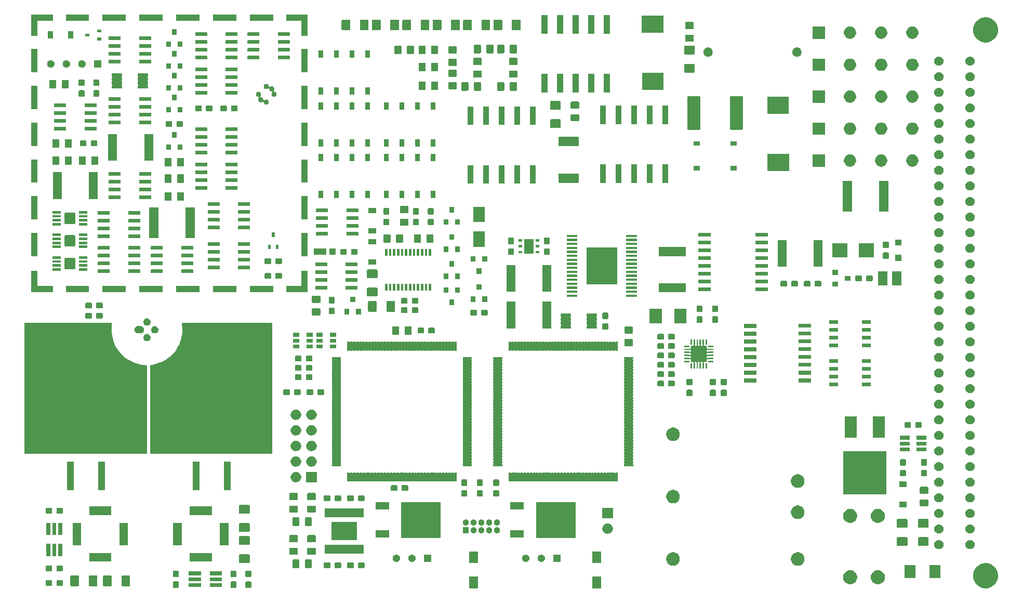
<source format=gbr>
G04 #@! TF.GenerationSoftware,KiCad,Pcbnew,5.1.5*
G04 #@! TF.CreationDate,2020-03-12T20:53:21+01:00*
G04 #@! TF.ProjectId,ETH1CDMM1,45544831-4344-44d4-9d31-2e6b69636164,rev?*
G04 #@! TF.SameCoordinates,Original*
G04 #@! TF.FileFunction,Soldermask,Top*
G04 #@! TF.FilePolarity,Negative*
%FSLAX46Y46*%
G04 Gerber Fmt 4.6, Leading zero omitted, Abs format (unit mm)*
G04 Created by KiCad (PCBNEW 5.1.5) date 2020-03-12 20:53:21*
%MOMM*%
%LPD*%
G04 APERTURE LIST*
%ADD10C,0.100000*%
G04 APERTURE END LIST*
D10*
G36*
X144387000Y-146510000D02*
G01*
X142887000Y-146510000D01*
X142887000Y-144610000D01*
X144387000Y-144610000D01*
X144387000Y-146510000D01*
G37*
G36*
X164453000Y-146510000D02*
G01*
X162953000Y-146510000D01*
X162953000Y-144610000D01*
X164453000Y-144610000D01*
X164453000Y-146510000D01*
G37*
G36*
X227545944Y-142452520D02*
G01*
X227677963Y-142478780D01*
X228051039Y-142633314D01*
X228386799Y-142857661D01*
X228672339Y-143143201D01*
X228896686Y-143478961D01*
X228896687Y-143478963D01*
X228940355Y-143584387D01*
X229040090Y-143825166D01*
X229051220Y-143852038D01*
X229130000Y-144248091D01*
X229130000Y-144651909D01*
X229118644Y-144709000D01*
X229051220Y-145047963D01*
X228896686Y-145421039D01*
X228672339Y-145756799D01*
X228386799Y-146042339D01*
X228051039Y-146266686D01*
X227677963Y-146421220D01*
X227633596Y-146430045D01*
X227281909Y-146500000D01*
X226878091Y-146500000D01*
X226526404Y-146430045D01*
X226482037Y-146421220D01*
X226108961Y-146266686D01*
X225773201Y-146042339D01*
X225487661Y-145756799D01*
X225263314Y-145421039D01*
X225108780Y-145047963D01*
X225041356Y-144709000D01*
X225030000Y-144651909D01*
X225030000Y-144248091D01*
X225108780Y-143852038D01*
X225119911Y-143825166D01*
X225219645Y-143584387D01*
X225263313Y-143478963D01*
X225263314Y-143478961D01*
X225487661Y-143143201D01*
X225773201Y-142857661D01*
X226108961Y-142633314D01*
X226482037Y-142478780D01*
X226614056Y-142452520D01*
X226878091Y-142400000D01*
X227281909Y-142400000D01*
X227545944Y-142452520D01*
G37*
G36*
X104855024Y-145387955D02*
G01*
X104887738Y-145397879D01*
X104917885Y-145413993D01*
X104944315Y-145435685D01*
X104966007Y-145462115D01*
X104982121Y-145492262D01*
X104992045Y-145524976D01*
X104996000Y-145565138D01*
X104996000Y-146252862D01*
X104992045Y-146293024D01*
X104982121Y-146325738D01*
X104966007Y-146355885D01*
X104944315Y-146382315D01*
X104917885Y-146404007D01*
X104887738Y-146420121D01*
X104855024Y-146430045D01*
X104814862Y-146434000D01*
X104227138Y-146434000D01*
X104186976Y-146430045D01*
X104154262Y-146420121D01*
X104124115Y-146404007D01*
X104097685Y-146382315D01*
X104075993Y-146355885D01*
X104059879Y-146325738D01*
X104049955Y-146293024D01*
X104046000Y-146252862D01*
X104046000Y-145565138D01*
X104049955Y-145524976D01*
X104059879Y-145492262D01*
X104075993Y-145462115D01*
X104097685Y-145435685D01*
X104124115Y-145413993D01*
X104154262Y-145397879D01*
X104186976Y-145387955D01*
X104227138Y-145384000D01*
X104814862Y-145384000D01*
X104855024Y-145387955D01*
G37*
G36*
X107268024Y-145387955D02*
G01*
X107300738Y-145397879D01*
X107330885Y-145413993D01*
X107357315Y-145435685D01*
X107379007Y-145462115D01*
X107395121Y-145492262D01*
X107405045Y-145524976D01*
X107409000Y-145565138D01*
X107409000Y-146252862D01*
X107405045Y-146293024D01*
X107395121Y-146325738D01*
X107379007Y-146355885D01*
X107357315Y-146382315D01*
X107330885Y-146404007D01*
X107300738Y-146420121D01*
X107268024Y-146430045D01*
X107227862Y-146434000D01*
X106640138Y-146434000D01*
X106599976Y-146430045D01*
X106567262Y-146420121D01*
X106537115Y-146404007D01*
X106510685Y-146382315D01*
X106488993Y-146355885D01*
X106472879Y-146325738D01*
X106462955Y-146293024D01*
X106459000Y-146252862D01*
X106459000Y-145565138D01*
X106462955Y-145524976D01*
X106472879Y-145492262D01*
X106488993Y-145462115D01*
X106510685Y-145435685D01*
X106537115Y-145413993D01*
X106567262Y-145397879D01*
X106599976Y-145387955D01*
X106640138Y-145384000D01*
X107227862Y-145384000D01*
X107268024Y-145387955D01*
G37*
G36*
X95457024Y-145387955D02*
G01*
X95489738Y-145397879D01*
X95519885Y-145413993D01*
X95546315Y-145435685D01*
X95568007Y-145462115D01*
X95584121Y-145492262D01*
X95594045Y-145524976D01*
X95598000Y-145565138D01*
X95598000Y-146252862D01*
X95594045Y-146293024D01*
X95584121Y-146325738D01*
X95568007Y-146355885D01*
X95546315Y-146382315D01*
X95519885Y-146404007D01*
X95489738Y-146420121D01*
X95457024Y-146430045D01*
X95416862Y-146434000D01*
X94829138Y-146434000D01*
X94788976Y-146430045D01*
X94756262Y-146420121D01*
X94726115Y-146404007D01*
X94699685Y-146382315D01*
X94677993Y-146355885D01*
X94661879Y-146325738D01*
X94651955Y-146293024D01*
X94648000Y-146252862D01*
X94648000Y-145565138D01*
X94651955Y-145524976D01*
X94661879Y-145492262D01*
X94677993Y-145462115D01*
X94699685Y-145435685D01*
X94726115Y-145413993D01*
X94756262Y-145397879D01*
X94788976Y-145387955D01*
X94829138Y-145384000D01*
X95416862Y-145384000D01*
X95457024Y-145387955D01*
G37*
G36*
X99239000Y-146309000D02*
G01*
X97239000Y-146309000D01*
X97239000Y-145659000D01*
X99239000Y-145659000D01*
X99239000Y-146309000D01*
G37*
G36*
X102659000Y-146309000D02*
G01*
X100659000Y-146309000D01*
X100659000Y-145659000D01*
X102659000Y-145659000D01*
X102659000Y-146309000D01*
G37*
G36*
X79225964Y-144416837D02*
G01*
X79257525Y-144426412D01*
X79286620Y-144441963D01*
X79312115Y-144462885D01*
X79333037Y-144488380D01*
X79348588Y-144517475D01*
X79358163Y-144549036D01*
X79362000Y-144587998D01*
X79362000Y-145988002D01*
X79358163Y-146026964D01*
X79348588Y-146058525D01*
X79333037Y-146087620D01*
X79312115Y-146113115D01*
X79286620Y-146134037D01*
X79257525Y-146149588D01*
X79225964Y-146159163D01*
X79187002Y-146163000D01*
X78111998Y-146163000D01*
X78073036Y-146159163D01*
X78041475Y-146149588D01*
X78012380Y-146134037D01*
X77986885Y-146113115D01*
X77965963Y-146087620D01*
X77950412Y-146058525D01*
X77940837Y-146026964D01*
X77937000Y-145988002D01*
X77937000Y-144587998D01*
X77940837Y-144549036D01*
X77950412Y-144517475D01*
X77965963Y-144488380D01*
X77986885Y-144462885D01*
X78012380Y-144441963D01*
X78041475Y-144426412D01*
X78073036Y-144416837D01*
X78111998Y-144413000D01*
X79187002Y-144413000D01*
X79225964Y-144416837D01*
G37*
G36*
X87534964Y-144416837D02*
G01*
X87566525Y-144426412D01*
X87595620Y-144441963D01*
X87621115Y-144462885D01*
X87642037Y-144488380D01*
X87657588Y-144517475D01*
X87667163Y-144549036D01*
X87671000Y-144587998D01*
X87671000Y-145988002D01*
X87667163Y-146026964D01*
X87657588Y-146058525D01*
X87642037Y-146087620D01*
X87621115Y-146113115D01*
X87595620Y-146134037D01*
X87566525Y-146149588D01*
X87534964Y-146159163D01*
X87496002Y-146163000D01*
X86420998Y-146163000D01*
X86382036Y-146159163D01*
X86350475Y-146149588D01*
X86321380Y-146134037D01*
X86295885Y-146113115D01*
X86274963Y-146087620D01*
X86259412Y-146058525D01*
X86249837Y-146026964D01*
X86246000Y-145988002D01*
X86246000Y-144587998D01*
X86249837Y-144549036D01*
X86259412Y-144517475D01*
X86274963Y-144488380D01*
X86295885Y-144462885D01*
X86321380Y-144441963D01*
X86350475Y-144426412D01*
X86382036Y-144416837D01*
X86420998Y-144413000D01*
X87496002Y-144413000D01*
X87534964Y-144416837D01*
G37*
G36*
X82200964Y-144416837D02*
G01*
X82232525Y-144426412D01*
X82261620Y-144441963D01*
X82287115Y-144462885D01*
X82308037Y-144488380D01*
X82323588Y-144517475D01*
X82333163Y-144549036D01*
X82337000Y-144587998D01*
X82337000Y-145988002D01*
X82333163Y-146026964D01*
X82323588Y-146058525D01*
X82308037Y-146087620D01*
X82287115Y-146113115D01*
X82261620Y-146134037D01*
X82232525Y-146149588D01*
X82200964Y-146159163D01*
X82162002Y-146163000D01*
X81086998Y-146163000D01*
X81048036Y-146159163D01*
X81016475Y-146149588D01*
X80987380Y-146134037D01*
X80961885Y-146113115D01*
X80940963Y-146087620D01*
X80925412Y-146058525D01*
X80915837Y-146026964D01*
X80912000Y-145988002D01*
X80912000Y-144587998D01*
X80915837Y-144549036D01*
X80925412Y-144517475D01*
X80940963Y-144488380D01*
X80961885Y-144462885D01*
X80987380Y-144441963D01*
X81016475Y-144426412D01*
X81048036Y-144416837D01*
X81086998Y-144413000D01*
X82162002Y-144413000D01*
X82200964Y-144416837D01*
G37*
G36*
X84559964Y-144416837D02*
G01*
X84591525Y-144426412D01*
X84620620Y-144441963D01*
X84646115Y-144462885D01*
X84667037Y-144488380D01*
X84682588Y-144517475D01*
X84692163Y-144549036D01*
X84696000Y-144587998D01*
X84696000Y-145988002D01*
X84692163Y-146026964D01*
X84682588Y-146058525D01*
X84667037Y-146087620D01*
X84646115Y-146113115D01*
X84620620Y-146134037D01*
X84591525Y-146149588D01*
X84559964Y-146159163D01*
X84521002Y-146163000D01*
X83445998Y-146163000D01*
X83407036Y-146159163D01*
X83375475Y-146149588D01*
X83346380Y-146134037D01*
X83320885Y-146113115D01*
X83299963Y-146087620D01*
X83284412Y-146058525D01*
X83274837Y-146026964D01*
X83271000Y-145988002D01*
X83271000Y-144587998D01*
X83274837Y-144549036D01*
X83284412Y-144517475D01*
X83299963Y-144488380D01*
X83320885Y-144462885D01*
X83346380Y-144441963D01*
X83375475Y-144426412D01*
X83407036Y-144416837D01*
X83445998Y-144413000D01*
X84521002Y-144413000D01*
X84559964Y-144416837D01*
G37*
G36*
X74820024Y-145197955D02*
G01*
X74852738Y-145207879D01*
X74882885Y-145223993D01*
X74909315Y-145245685D01*
X74931007Y-145272115D01*
X74947121Y-145302262D01*
X74957045Y-145334976D01*
X74961000Y-145375138D01*
X74961000Y-145962862D01*
X74957045Y-146003024D01*
X74947121Y-146035738D01*
X74931007Y-146065885D01*
X74909315Y-146092315D01*
X74882885Y-146114007D01*
X74852738Y-146130121D01*
X74820024Y-146140045D01*
X74779862Y-146144000D01*
X74092138Y-146144000D01*
X74051976Y-146140045D01*
X74019262Y-146130121D01*
X73989115Y-146114007D01*
X73962685Y-146092315D01*
X73940993Y-146065885D01*
X73924879Y-146035738D01*
X73914955Y-146003024D01*
X73911000Y-145962862D01*
X73911000Y-145375138D01*
X73914955Y-145334976D01*
X73924879Y-145302262D01*
X73940993Y-145272115D01*
X73962685Y-145245685D01*
X73989115Y-145223993D01*
X74019262Y-145207879D01*
X74051976Y-145197955D01*
X74092138Y-145194000D01*
X74779862Y-145194000D01*
X74820024Y-145197955D01*
G37*
G36*
X76570024Y-145197955D02*
G01*
X76602738Y-145207879D01*
X76632885Y-145223993D01*
X76659315Y-145245685D01*
X76681007Y-145272115D01*
X76697121Y-145302262D01*
X76707045Y-145334976D01*
X76711000Y-145375138D01*
X76711000Y-145962862D01*
X76707045Y-146003024D01*
X76697121Y-146035738D01*
X76681007Y-146065885D01*
X76659315Y-146092315D01*
X76632885Y-146114007D01*
X76602738Y-146130121D01*
X76570024Y-146140045D01*
X76529862Y-146144000D01*
X75842138Y-146144000D01*
X75801976Y-146140045D01*
X75769262Y-146130121D01*
X75739115Y-146114007D01*
X75712685Y-146092315D01*
X75690993Y-146065885D01*
X75674879Y-146035738D01*
X75664955Y-146003024D01*
X75661000Y-145962862D01*
X75661000Y-145375138D01*
X75664955Y-145334976D01*
X75674879Y-145302262D01*
X75690993Y-145272115D01*
X75712685Y-145245685D01*
X75739115Y-145223993D01*
X75769262Y-145207879D01*
X75801976Y-145197955D01*
X75842138Y-145194000D01*
X76529862Y-145194000D01*
X76570024Y-145197955D01*
G37*
G36*
X205201324Y-143564731D02*
G01*
X205349443Y-143594194D01*
X205489188Y-143652079D01*
X205554942Y-143679315D01*
X205558729Y-143680884D01*
X205747082Y-143806737D01*
X205907263Y-143966918D01*
X206033116Y-144155271D01*
X206119806Y-144364557D01*
X206164000Y-144586735D01*
X206164000Y-144813265D01*
X206119806Y-145035443D01*
X206033116Y-145244729D01*
X205907263Y-145433082D01*
X205747082Y-145593263D01*
X205558729Y-145719116D01*
X205349443Y-145805806D01*
X205201324Y-145835269D01*
X205127266Y-145850000D01*
X204900734Y-145850000D01*
X204826676Y-145835269D01*
X204678557Y-145805806D01*
X204469271Y-145719116D01*
X204280918Y-145593263D01*
X204120737Y-145433082D01*
X203994884Y-145244729D01*
X203908194Y-145035443D01*
X203864000Y-144813265D01*
X203864000Y-144586735D01*
X203908194Y-144364557D01*
X203994884Y-144155271D01*
X204120737Y-143966918D01*
X204280918Y-143806737D01*
X204469271Y-143680884D01*
X204473059Y-143679315D01*
X204538812Y-143652079D01*
X204678557Y-143594194D01*
X204826676Y-143564731D01*
X204900734Y-143550000D01*
X205127266Y-143550000D01*
X205201324Y-143564731D01*
G37*
G36*
X209701324Y-143564731D02*
G01*
X209849443Y-143594194D01*
X209989188Y-143652079D01*
X210054942Y-143679315D01*
X210058729Y-143680884D01*
X210247082Y-143806737D01*
X210407263Y-143966918D01*
X210533116Y-144155271D01*
X210619806Y-144364557D01*
X210664000Y-144586735D01*
X210664000Y-144813265D01*
X210619806Y-145035443D01*
X210533116Y-145244729D01*
X210407263Y-145433082D01*
X210247082Y-145593263D01*
X210058729Y-145719116D01*
X209849443Y-145805806D01*
X209701324Y-145835269D01*
X209627266Y-145850000D01*
X209400734Y-145850000D01*
X209326676Y-145835269D01*
X209178557Y-145805806D01*
X208969271Y-145719116D01*
X208780918Y-145593263D01*
X208620737Y-145433082D01*
X208494884Y-145244729D01*
X208408194Y-145035443D01*
X208364000Y-144813265D01*
X208364000Y-144586735D01*
X208408194Y-144364557D01*
X208494884Y-144155271D01*
X208620737Y-143966918D01*
X208780918Y-143806737D01*
X208969271Y-143680884D01*
X208973059Y-143679315D01*
X209038812Y-143652079D01*
X209178557Y-143594194D01*
X209326676Y-143564731D01*
X209400734Y-143550000D01*
X209627266Y-143550000D01*
X209701324Y-143564731D01*
G37*
G36*
X99239000Y-145359000D02*
G01*
X97239000Y-145359000D01*
X97239000Y-144709000D01*
X99239000Y-144709000D01*
X99239000Y-145359000D01*
G37*
G36*
X102659000Y-145359000D02*
G01*
X100659000Y-145359000D01*
X100659000Y-144709000D01*
X102659000Y-144709000D01*
X102659000Y-145359000D01*
G37*
G36*
X215646000Y-144843500D02*
G01*
X213868000Y-144843500D01*
X213868000Y-142684500D01*
X215646000Y-142684500D01*
X215646000Y-144843500D01*
G37*
G36*
X219710000Y-144843500D02*
G01*
X217932000Y-144843500D01*
X217932000Y-142684500D01*
X219710000Y-142684500D01*
X219710000Y-144843500D01*
G37*
G36*
X104855024Y-143637955D02*
G01*
X104887738Y-143647879D01*
X104917885Y-143663993D01*
X104944315Y-143685685D01*
X104966007Y-143712115D01*
X104982121Y-143742262D01*
X104992045Y-143774976D01*
X104996000Y-143815138D01*
X104996000Y-144502862D01*
X104992045Y-144543024D01*
X104982121Y-144575738D01*
X104966007Y-144605885D01*
X104944315Y-144632315D01*
X104917885Y-144654007D01*
X104887738Y-144670121D01*
X104855024Y-144680045D01*
X104814862Y-144684000D01*
X104227138Y-144684000D01*
X104186976Y-144680045D01*
X104154262Y-144670121D01*
X104124115Y-144654007D01*
X104097685Y-144632315D01*
X104075993Y-144605885D01*
X104059879Y-144575738D01*
X104049955Y-144543024D01*
X104046000Y-144502862D01*
X104046000Y-143815138D01*
X104049955Y-143774976D01*
X104059879Y-143742262D01*
X104075993Y-143712115D01*
X104097685Y-143685685D01*
X104124115Y-143663993D01*
X104154262Y-143647879D01*
X104186976Y-143637955D01*
X104227138Y-143634000D01*
X104814862Y-143634000D01*
X104855024Y-143637955D01*
G37*
G36*
X95457024Y-143637955D02*
G01*
X95489738Y-143647879D01*
X95519885Y-143663993D01*
X95546315Y-143685685D01*
X95568007Y-143712115D01*
X95584121Y-143742262D01*
X95594045Y-143774976D01*
X95598000Y-143815138D01*
X95598000Y-144502862D01*
X95594045Y-144543024D01*
X95584121Y-144575738D01*
X95568007Y-144605885D01*
X95546315Y-144632315D01*
X95519885Y-144654007D01*
X95489738Y-144670121D01*
X95457024Y-144680045D01*
X95416862Y-144684000D01*
X94829138Y-144684000D01*
X94788976Y-144680045D01*
X94756262Y-144670121D01*
X94726115Y-144654007D01*
X94699685Y-144632315D01*
X94677993Y-144605885D01*
X94661879Y-144575738D01*
X94651955Y-144543024D01*
X94648000Y-144502862D01*
X94648000Y-143815138D01*
X94651955Y-143774976D01*
X94661879Y-143742262D01*
X94677993Y-143712115D01*
X94699685Y-143685685D01*
X94726115Y-143663993D01*
X94756262Y-143647879D01*
X94788976Y-143637955D01*
X94829138Y-143634000D01*
X95416862Y-143634000D01*
X95457024Y-143637955D01*
G37*
G36*
X107268024Y-143637955D02*
G01*
X107300738Y-143647879D01*
X107330885Y-143663993D01*
X107357315Y-143685685D01*
X107379007Y-143712115D01*
X107395121Y-143742262D01*
X107405045Y-143774976D01*
X107409000Y-143815138D01*
X107409000Y-144502862D01*
X107405045Y-144543024D01*
X107395121Y-144575738D01*
X107379007Y-144605885D01*
X107357315Y-144632315D01*
X107330885Y-144654007D01*
X107300738Y-144670121D01*
X107268024Y-144680045D01*
X107227862Y-144684000D01*
X106640138Y-144684000D01*
X106599976Y-144680045D01*
X106567262Y-144670121D01*
X106537115Y-144654007D01*
X106510685Y-144632315D01*
X106488993Y-144605885D01*
X106472879Y-144575738D01*
X106462955Y-144543024D01*
X106459000Y-144502862D01*
X106459000Y-143815138D01*
X106462955Y-143774976D01*
X106472879Y-143742262D01*
X106488993Y-143712115D01*
X106510685Y-143685685D01*
X106537115Y-143663993D01*
X106567262Y-143647879D01*
X106599976Y-143637955D01*
X106640138Y-143634000D01*
X107227862Y-143634000D01*
X107268024Y-143637955D01*
G37*
G36*
X99239000Y-144409000D02*
G01*
X97239000Y-144409000D01*
X97239000Y-143759000D01*
X99239000Y-143759000D01*
X99239000Y-144409000D01*
G37*
G36*
X102659000Y-144409000D02*
G01*
X100659000Y-144409000D01*
X100659000Y-143759000D01*
X102659000Y-143759000D01*
X102659000Y-144409000D01*
G37*
G36*
X76570024Y-142784955D02*
G01*
X76602738Y-142794879D01*
X76632885Y-142810993D01*
X76659315Y-142832685D01*
X76681007Y-142859115D01*
X76697121Y-142889262D01*
X76707045Y-142921976D01*
X76711000Y-142962138D01*
X76711000Y-143549862D01*
X76707045Y-143590024D01*
X76697121Y-143622738D01*
X76681007Y-143652885D01*
X76659315Y-143679315D01*
X76632885Y-143701007D01*
X76602738Y-143717121D01*
X76570024Y-143727045D01*
X76529862Y-143731000D01*
X75842138Y-143731000D01*
X75801976Y-143727045D01*
X75769262Y-143717121D01*
X75739115Y-143701007D01*
X75712685Y-143679315D01*
X75690993Y-143652885D01*
X75674879Y-143622738D01*
X75664955Y-143590024D01*
X75661000Y-143549862D01*
X75661000Y-142962138D01*
X75664955Y-142921976D01*
X75674879Y-142889262D01*
X75690993Y-142859115D01*
X75712685Y-142832685D01*
X75739115Y-142810993D01*
X75769262Y-142794879D01*
X75801976Y-142784955D01*
X75842138Y-142781000D01*
X76529862Y-142781000D01*
X76570024Y-142784955D01*
G37*
G36*
X74820024Y-142784955D02*
G01*
X74852738Y-142794879D01*
X74882885Y-142810993D01*
X74909315Y-142832685D01*
X74931007Y-142859115D01*
X74947121Y-142889262D01*
X74957045Y-142921976D01*
X74961000Y-142962138D01*
X74961000Y-143549862D01*
X74957045Y-143590024D01*
X74947121Y-143622738D01*
X74931007Y-143652885D01*
X74909315Y-143679315D01*
X74882885Y-143701007D01*
X74852738Y-143717121D01*
X74820024Y-143727045D01*
X74779862Y-143731000D01*
X74092138Y-143731000D01*
X74051976Y-143727045D01*
X74019262Y-143717121D01*
X73989115Y-143701007D01*
X73962685Y-143679315D01*
X73940993Y-143652885D01*
X73924879Y-143622738D01*
X73914955Y-143590024D01*
X73911000Y-143549862D01*
X73911000Y-142962138D01*
X73914955Y-142921976D01*
X73924879Y-142889262D01*
X73940993Y-142859115D01*
X73962685Y-142832685D01*
X73989115Y-142810993D01*
X74019262Y-142794879D01*
X74051976Y-142784955D01*
X74092138Y-142781000D01*
X74779862Y-142781000D01*
X74820024Y-142784955D01*
G37*
G36*
X125719024Y-142276955D02*
G01*
X125751738Y-142286879D01*
X125781885Y-142302993D01*
X125808315Y-142324685D01*
X125830007Y-142351115D01*
X125846121Y-142381262D01*
X125856045Y-142413976D01*
X125860000Y-142454138D01*
X125860000Y-143041862D01*
X125856045Y-143082024D01*
X125846121Y-143114738D01*
X125830007Y-143144885D01*
X125808315Y-143171315D01*
X125781885Y-143193007D01*
X125751738Y-143209121D01*
X125719024Y-143219045D01*
X125678862Y-143223000D01*
X124991138Y-143223000D01*
X124950976Y-143219045D01*
X124918262Y-143209121D01*
X124888115Y-143193007D01*
X124861685Y-143171315D01*
X124839993Y-143144885D01*
X124823879Y-143114738D01*
X124813955Y-143082024D01*
X124810000Y-143041862D01*
X124810000Y-142454138D01*
X124813955Y-142413976D01*
X124823879Y-142381262D01*
X124839993Y-142351115D01*
X124861685Y-142324685D01*
X124888115Y-142302993D01*
X124918262Y-142286879D01*
X124950976Y-142276955D01*
X124991138Y-142273000D01*
X125678862Y-142273000D01*
X125719024Y-142276955D01*
G37*
G36*
X123969024Y-142276955D02*
G01*
X124001738Y-142286879D01*
X124031885Y-142302993D01*
X124058315Y-142324685D01*
X124080007Y-142351115D01*
X124096121Y-142381262D01*
X124106045Y-142413976D01*
X124110000Y-142454138D01*
X124110000Y-143041862D01*
X124106045Y-143082024D01*
X124096121Y-143114738D01*
X124080007Y-143144885D01*
X124058315Y-143171315D01*
X124031885Y-143193007D01*
X124001738Y-143209121D01*
X123969024Y-143219045D01*
X123928862Y-143223000D01*
X123241138Y-143223000D01*
X123200976Y-143219045D01*
X123168262Y-143209121D01*
X123138115Y-143193007D01*
X123111685Y-143171315D01*
X123089993Y-143144885D01*
X123073879Y-143114738D01*
X123063955Y-143082024D01*
X123060000Y-143041862D01*
X123060000Y-142454138D01*
X123063955Y-142413976D01*
X123073879Y-142381262D01*
X123089993Y-142351115D01*
X123111685Y-142324685D01*
X123138115Y-142302993D01*
X123168262Y-142286879D01*
X123200976Y-142276955D01*
X123241138Y-142273000D01*
X123928862Y-142273000D01*
X123969024Y-142276955D01*
G37*
G36*
X121909024Y-142276955D02*
G01*
X121941738Y-142286879D01*
X121971885Y-142302993D01*
X121998315Y-142324685D01*
X122020007Y-142351115D01*
X122036121Y-142381262D01*
X122046045Y-142413976D01*
X122050000Y-142454138D01*
X122050000Y-143041862D01*
X122046045Y-143082024D01*
X122036121Y-143114738D01*
X122020007Y-143144885D01*
X121998315Y-143171315D01*
X121971885Y-143193007D01*
X121941738Y-143209121D01*
X121909024Y-143219045D01*
X121868862Y-143223000D01*
X121181138Y-143223000D01*
X121140976Y-143219045D01*
X121108262Y-143209121D01*
X121078115Y-143193007D01*
X121051685Y-143171315D01*
X121029993Y-143144885D01*
X121013879Y-143114738D01*
X121003955Y-143082024D01*
X121000000Y-143041862D01*
X121000000Y-142454138D01*
X121003955Y-142413976D01*
X121013879Y-142381262D01*
X121029993Y-142351115D01*
X121051685Y-142324685D01*
X121078115Y-142302993D01*
X121108262Y-142286879D01*
X121140976Y-142276955D01*
X121181138Y-142273000D01*
X121868862Y-142273000D01*
X121909024Y-142276955D01*
G37*
G36*
X120159024Y-142276955D02*
G01*
X120191738Y-142286879D01*
X120221885Y-142302993D01*
X120248315Y-142324685D01*
X120270007Y-142351115D01*
X120286121Y-142381262D01*
X120296045Y-142413976D01*
X120300000Y-142454138D01*
X120300000Y-143041862D01*
X120296045Y-143082024D01*
X120286121Y-143114738D01*
X120270007Y-143144885D01*
X120248315Y-143171315D01*
X120221885Y-143193007D01*
X120191738Y-143209121D01*
X120159024Y-143219045D01*
X120118862Y-143223000D01*
X119431138Y-143223000D01*
X119390976Y-143219045D01*
X119358262Y-143209121D01*
X119328115Y-143193007D01*
X119301685Y-143171315D01*
X119279993Y-143144885D01*
X119263879Y-143114738D01*
X119253955Y-143082024D01*
X119250000Y-143041862D01*
X119250000Y-142454138D01*
X119253955Y-142413976D01*
X119263879Y-142381262D01*
X119279993Y-142351115D01*
X119301685Y-142324685D01*
X119328115Y-142302993D01*
X119358262Y-142286879D01*
X119390976Y-142276955D01*
X119431138Y-142273000D01*
X120118862Y-142273000D01*
X120159024Y-142276955D01*
G37*
G36*
X117152522Y-141798039D02*
G01*
X117186057Y-141808212D01*
X117216956Y-141824728D01*
X117244043Y-141846957D01*
X117266272Y-141874044D01*
X117282788Y-141904943D01*
X117292961Y-141938478D01*
X117297000Y-141979487D01*
X117297000Y-143008513D01*
X117292961Y-143049522D01*
X117282788Y-143083057D01*
X117266272Y-143113956D01*
X117244043Y-143141043D01*
X117216956Y-143163272D01*
X117186057Y-143179788D01*
X117152522Y-143189961D01*
X117111513Y-143194000D01*
X116332487Y-143194000D01*
X116291478Y-143189961D01*
X116257943Y-143179788D01*
X116227044Y-143163272D01*
X116199957Y-143141043D01*
X116177728Y-143113956D01*
X116161212Y-143083057D01*
X116151039Y-143049522D01*
X116147000Y-143008513D01*
X116147000Y-141979487D01*
X116151039Y-141938478D01*
X116161212Y-141904943D01*
X116177728Y-141874044D01*
X116199957Y-141846957D01*
X116227044Y-141824728D01*
X116257943Y-141808212D01*
X116291478Y-141798039D01*
X116332487Y-141794000D01*
X117111513Y-141794000D01*
X117152522Y-141798039D01*
G37*
G36*
X115102522Y-141798039D02*
G01*
X115136057Y-141808212D01*
X115166956Y-141824728D01*
X115194043Y-141846957D01*
X115216272Y-141874044D01*
X115232788Y-141904943D01*
X115242961Y-141938478D01*
X115247000Y-141979487D01*
X115247000Y-143008513D01*
X115242961Y-143049522D01*
X115232788Y-143083057D01*
X115216272Y-143113956D01*
X115194043Y-143141043D01*
X115166956Y-143163272D01*
X115136057Y-143179788D01*
X115102522Y-143189961D01*
X115061513Y-143194000D01*
X114282487Y-143194000D01*
X114241478Y-143189961D01*
X114207943Y-143179788D01*
X114177044Y-143163272D01*
X114149957Y-143141043D01*
X114127728Y-143113956D01*
X114111212Y-143083057D01*
X114101039Y-143049522D01*
X114097000Y-143008513D01*
X114097000Y-141979487D01*
X114101039Y-141938478D01*
X114111212Y-141904943D01*
X114127728Y-141874044D01*
X114149957Y-141846957D01*
X114177044Y-141824728D01*
X114207943Y-141808212D01*
X114241478Y-141798039D01*
X114282487Y-141794000D01*
X115061513Y-141794000D01*
X115102522Y-141798039D01*
G37*
G36*
X176469857Y-140674272D02*
G01*
X176670043Y-140757192D01*
X176670045Y-140757193D01*
X176728125Y-140796001D01*
X176850208Y-140877574D01*
X177003426Y-141030792D01*
X177123808Y-141210957D01*
X177206728Y-141411143D01*
X177249000Y-141623658D01*
X177249000Y-141840342D01*
X177206728Y-142052857D01*
X177132109Y-142233002D01*
X177123807Y-142253045D01*
X177003425Y-142433209D01*
X176850209Y-142586425D01*
X176670045Y-142706807D01*
X176670044Y-142706808D01*
X176670043Y-142706808D01*
X176469857Y-142789728D01*
X176257342Y-142832000D01*
X176040658Y-142832000D01*
X175828143Y-142789728D01*
X175627957Y-142706808D01*
X175627956Y-142706808D01*
X175627955Y-142706807D01*
X175447791Y-142586425D01*
X175294575Y-142433209D01*
X175174193Y-142253045D01*
X175165891Y-142233002D01*
X175091272Y-142052857D01*
X175049000Y-141840342D01*
X175049000Y-141623658D01*
X175091272Y-141411143D01*
X175174192Y-141210957D01*
X175294574Y-141030792D01*
X175447792Y-140877574D01*
X175569875Y-140796001D01*
X175627955Y-140757193D01*
X175627957Y-140757192D01*
X175828143Y-140674272D01*
X176040658Y-140632000D01*
X176257342Y-140632000D01*
X176469857Y-140674272D01*
G37*
G36*
X196789857Y-140674272D02*
G01*
X196990043Y-140757192D01*
X196990045Y-140757193D01*
X197048125Y-140796001D01*
X197170208Y-140877574D01*
X197323426Y-141030792D01*
X197443808Y-141210957D01*
X197526728Y-141411143D01*
X197569000Y-141623658D01*
X197569000Y-141840342D01*
X197526728Y-142052857D01*
X197452109Y-142233002D01*
X197443807Y-142253045D01*
X197323425Y-142433209D01*
X197170209Y-142586425D01*
X196990045Y-142706807D01*
X196990044Y-142706808D01*
X196990043Y-142706808D01*
X196789857Y-142789728D01*
X196577342Y-142832000D01*
X196360658Y-142832000D01*
X196148143Y-142789728D01*
X195947957Y-142706808D01*
X195947956Y-142706808D01*
X195947955Y-142706807D01*
X195767791Y-142586425D01*
X195614575Y-142433209D01*
X195494193Y-142253045D01*
X195485891Y-142233002D01*
X195411272Y-142052857D01*
X195369000Y-141840342D01*
X195369000Y-141623658D01*
X195411272Y-141411143D01*
X195494192Y-141210957D01*
X195614574Y-141030792D01*
X195767792Y-140877574D01*
X195889875Y-140796001D01*
X195947955Y-140757193D01*
X195947957Y-140757192D01*
X196148143Y-140674272D01*
X196360658Y-140632000D01*
X196577342Y-140632000D01*
X196789857Y-140674272D01*
G37*
G36*
X164453000Y-142410000D02*
G01*
X162953000Y-142410000D01*
X162953000Y-140510000D01*
X164453000Y-140510000D01*
X164453000Y-142410000D01*
G37*
G36*
X144387000Y-142410000D02*
G01*
X142887000Y-142410000D01*
X142887000Y-140510000D01*
X144387000Y-140510000D01*
X144387000Y-142410000D01*
G37*
G36*
X107037964Y-140986837D02*
G01*
X107069525Y-140996412D01*
X107098620Y-141011963D01*
X107124115Y-141032885D01*
X107145037Y-141058380D01*
X107160588Y-141087475D01*
X107170163Y-141119036D01*
X107174000Y-141157998D01*
X107174000Y-142233002D01*
X107170163Y-142271964D01*
X107160588Y-142303525D01*
X107145037Y-142332620D01*
X107124115Y-142358115D01*
X107098620Y-142379037D01*
X107069525Y-142394588D01*
X107037964Y-142404163D01*
X106999002Y-142408000D01*
X105598998Y-142408000D01*
X105560036Y-142404163D01*
X105528475Y-142394588D01*
X105499380Y-142379037D01*
X105473885Y-142358115D01*
X105452963Y-142332620D01*
X105437412Y-142303525D01*
X105427837Y-142271964D01*
X105424000Y-142233002D01*
X105424000Y-141157998D01*
X105427837Y-141119036D01*
X105437412Y-141087475D01*
X105452963Y-141058380D01*
X105473885Y-141032885D01*
X105499380Y-141011963D01*
X105528475Y-140996412D01*
X105560036Y-140986837D01*
X105598998Y-140983000D01*
X106999002Y-140983000D01*
X107037964Y-140986837D01*
G37*
G36*
X136744000Y-142205000D02*
G01*
X135544000Y-142205000D01*
X135544000Y-141005000D01*
X136744000Y-141005000D01*
X136744000Y-142205000D01*
G37*
G36*
X131239013Y-141028057D02*
G01*
X131348206Y-141073286D01*
X131446477Y-141138949D01*
X131530051Y-141222523D01*
X131595714Y-141320794D01*
X131640943Y-141429987D01*
X131664000Y-141545904D01*
X131664000Y-141664096D01*
X131640943Y-141780013D01*
X131595714Y-141889206D01*
X131530051Y-141987477D01*
X131446477Y-142071051D01*
X131348206Y-142136714D01*
X131239013Y-142181943D01*
X131123096Y-142205000D01*
X131004904Y-142205000D01*
X130888987Y-142181943D01*
X130779794Y-142136714D01*
X130681523Y-142071051D01*
X130597949Y-141987477D01*
X130532286Y-141889206D01*
X130487057Y-141780013D01*
X130464000Y-141664096D01*
X130464000Y-141545904D01*
X130487057Y-141429987D01*
X130532286Y-141320794D01*
X130597949Y-141222523D01*
X130681523Y-141138949D01*
X130779794Y-141073286D01*
X130888987Y-141028057D01*
X131004904Y-141005000D01*
X131123096Y-141005000D01*
X131239013Y-141028057D01*
G37*
G36*
X133779013Y-141028057D02*
G01*
X133888206Y-141073286D01*
X133986477Y-141138949D01*
X134070051Y-141222523D01*
X134135714Y-141320794D01*
X134180943Y-141429987D01*
X134204000Y-141545904D01*
X134204000Y-141664096D01*
X134180943Y-141780013D01*
X134135714Y-141889206D01*
X134070051Y-141987477D01*
X133986477Y-142071051D01*
X133888206Y-142136714D01*
X133779013Y-142181943D01*
X133663096Y-142205000D01*
X133544904Y-142205000D01*
X133428987Y-142181943D01*
X133319794Y-142136714D01*
X133221523Y-142071051D01*
X133137949Y-141987477D01*
X133072286Y-141889206D01*
X133027057Y-141780013D01*
X133004000Y-141664096D01*
X133004000Y-141545904D01*
X133027057Y-141429987D01*
X133072286Y-141320794D01*
X133137949Y-141222523D01*
X133221523Y-141138949D01*
X133319794Y-141073286D01*
X133428987Y-141028057D01*
X133544904Y-141005000D01*
X133663096Y-141005000D01*
X133779013Y-141028057D01*
G37*
G36*
X152321013Y-141028057D02*
G01*
X152430206Y-141073286D01*
X152528477Y-141138949D01*
X152612051Y-141222523D01*
X152677714Y-141320794D01*
X152722943Y-141429987D01*
X152746000Y-141545904D01*
X152746000Y-141664096D01*
X152722943Y-141780013D01*
X152677714Y-141889206D01*
X152612051Y-141987477D01*
X152528477Y-142071051D01*
X152430206Y-142136714D01*
X152321013Y-142181943D01*
X152205096Y-142205000D01*
X152086904Y-142205000D01*
X151970987Y-142181943D01*
X151861794Y-142136714D01*
X151763523Y-142071051D01*
X151679949Y-141987477D01*
X151614286Y-141889206D01*
X151569057Y-141780013D01*
X151546000Y-141664096D01*
X151546000Y-141545904D01*
X151569057Y-141429987D01*
X151614286Y-141320794D01*
X151679949Y-141222523D01*
X151763523Y-141138949D01*
X151861794Y-141073286D01*
X151970987Y-141028057D01*
X152086904Y-141005000D01*
X152205096Y-141005000D01*
X152321013Y-141028057D01*
G37*
G36*
X154861013Y-141028057D02*
G01*
X154970206Y-141073286D01*
X155068477Y-141138949D01*
X155152051Y-141222523D01*
X155217714Y-141320794D01*
X155262943Y-141429987D01*
X155286000Y-141545904D01*
X155286000Y-141664096D01*
X155262943Y-141780013D01*
X155217714Y-141889206D01*
X155152051Y-141987477D01*
X155068477Y-142071051D01*
X154970206Y-142136714D01*
X154861013Y-142181943D01*
X154745096Y-142205000D01*
X154626904Y-142205000D01*
X154510987Y-142181943D01*
X154401794Y-142136714D01*
X154303523Y-142071051D01*
X154219949Y-141987477D01*
X154154286Y-141889206D01*
X154109057Y-141780013D01*
X154086000Y-141664096D01*
X154086000Y-141545904D01*
X154109057Y-141429987D01*
X154154286Y-141320794D01*
X154219949Y-141222523D01*
X154303523Y-141138949D01*
X154401794Y-141073286D01*
X154510987Y-141028057D01*
X154626904Y-141005000D01*
X154745096Y-141005000D01*
X154861013Y-141028057D01*
G37*
G36*
X157826000Y-142205000D02*
G01*
X156626000Y-142205000D01*
X156626000Y-141005000D01*
X157826000Y-141005000D01*
X157826000Y-142205000D01*
G37*
G36*
X100987000Y-142168000D02*
G01*
X97387000Y-142168000D01*
X97387000Y-140768000D01*
X100987000Y-140768000D01*
X100987000Y-142168000D01*
G37*
G36*
X84604000Y-142168000D02*
G01*
X81004000Y-142168000D01*
X81004000Y-140768000D01*
X84604000Y-140768000D01*
X84604000Y-142168000D01*
G37*
G36*
X75636000Y-141267000D02*
G01*
X74986000Y-141267000D01*
X74986000Y-139267000D01*
X75636000Y-139267000D01*
X75636000Y-141267000D01*
G37*
G36*
X74686000Y-141267000D02*
G01*
X74036000Y-141267000D01*
X74036000Y-139267000D01*
X74686000Y-139267000D01*
X74686000Y-141267000D01*
G37*
G36*
X76586000Y-141267000D02*
G01*
X75936000Y-141267000D01*
X75936000Y-139267000D01*
X76586000Y-139267000D01*
X76586000Y-141267000D01*
G37*
G36*
X117776522Y-139900039D02*
G01*
X117810057Y-139910212D01*
X117840956Y-139926728D01*
X117868043Y-139948957D01*
X117890272Y-139976044D01*
X117906788Y-140006943D01*
X117916961Y-140040478D01*
X117921000Y-140081487D01*
X117921000Y-140860513D01*
X117916961Y-140901522D01*
X117906788Y-140935057D01*
X117890272Y-140965956D01*
X117868043Y-140993043D01*
X117840956Y-141015272D01*
X117810057Y-141031788D01*
X117776522Y-141041961D01*
X117735513Y-141046000D01*
X116706487Y-141046000D01*
X116665478Y-141041961D01*
X116631943Y-141031788D01*
X116601044Y-141015272D01*
X116573957Y-140993043D01*
X116551728Y-140965956D01*
X116535212Y-140935057D01*
X116525039Y-140901522D01*
X116521000Y-140860513D01*
X116521000Y-140081487D01*
X116525039Y-140040478D01*
X116535212Y-140006943D01*
X116551728Y-139976044D01*
X116573957Y-139948957D01*
X116601044Y-139926728D01*
X116631943Y-139910212D01*
X116665478Y-139900039D01*
X116706487Y-139896000D01*
X117735513Y-139896000D01*
X117776522Y-139900039D01*
G37*
G36*
X114855522Y-139900039D02*
G01*
X114889057Y-139910212D01*
X114919956Y-139926728D01*
X114947043Y-139948957D01*
X114969272Y-139976044D01*
X114985788Y-140006943D01*
X114995961Y-140040478D01*
X115000000Y-140081487D01*
X115000000Y-140860513D01*
X114995961Y-140901522D01*
X114985788Y-140935057D01*
X114969272Y-140965956D01*
X114947043Y-140993043D01*
X114919956Y-141015272D01*
X114889057Y-141031788D01*
X114855522Y-141041961D01*
X114814513Y-141046000D01*
X113785487Y-141046000D01*
X113744478Y-141041961D01*
X113710943Y-141031788D01*
X113680044Y-141015272D01*
X113652957Y-140993043D01*
X113630728Y-140965956D01*
X113614212Y-140935057D01*
X113604039Y-140901522D01*
X113600000Y-140860513D01*
X113600000Y-140081487D01*
X113604039Y-140040478D01*
X113614212Y-140006943D01*
X113630728Y-139976044D01*
X113652957Y-139948957D01*
X113680044Y-139926728D01*
X113710943Y-139910212D01*
X113744478Y-139900039D01*
X113785487Y-139896000D01*
X114814513Y-139896000D01*
X114855522Y-139900039D01*
G37*
G36*
X125705000Y-140835000D02*
G01*
X119405000Y-140835000D01*
X119405000Y-139385000D01*
X125705000Y-139385000D01*
X125705000Y-140835000D01*
G37*
G36*
X224758933Y-138648273D02*
G01*
X224895527Y-138704852D01*
X224895528Y-138704853D01*
X225018461Y-138786994D01*
X225123006Y-138891539D01*
X225157420Y-138943043D01*
X225205148Y-139014473D01*
X225261727Y-139151067D01*
X225290570Y-139296074D01*
X225290570Y-139443926D01*
X225261727Y-139588933D01*
X225205148Y-139725527D01*
X225205147Y-139725528D01*
X225123006Y-139848461D01*
X225018461Y-139953006D01*
X224994190Y-139969223D01*
X224895527Y-140035148D01*
X224758933Y-140091727D01*
X224613926Y-140120570D01*
X224466074Y-140120570D01*
X224321067Y-140091727D01*
X224184473Y-140035148D01*
X224085810Y-139969223D01*
X224061539Y-139953006D01*
X223956994Y-139848461D01*
X223874853Y-139725528D01*
X223874852Y-139725527D01*
X223818273Y-139588933D01*
X223789430Y-139443926D01*
X223789430Y-139296074D01*
X223818273Y-139151067D01*
X223874852Y-139014473D01*
X223922580Y-138943043D01*
X223956994Y-138891539D01*
X224061539Y-138786994D01*
X224184472Y-138704853D01*
X224184473Y-138704852D01*
X224321067Y-138648273D01*
X224466074Y-138619430D01*
X224613926Y-138619430D01*
X224758933Y-138648273D01*
G37*
G36*
X219678933Y-138648273D02*
G01*
X219815527Y-138704852D01*
X219815528Y-138704853D01*
X219938461Y-138786994D01*
X220043006Y-138891539D01*
X220077420Y-138943043D01*
X220125148Y-139014473D01*
X220181727Y-139151067D01*
X220210570Y-139296074D01*
X220210570Y-139443926D01*
X220181727Y-139588933D01*
X220125148Y-139725527D01*
X220125147Y-139725528D01*
X220043006Y-139848461D01*
X219938461Y-139953006D01*
X219914190Y-139969223D01*
X219815527Y-140035148D01*
X219678933Y-140091727D01*
X219533926Y-140120570D01*
X219386074Y-140120570D01*
X219241067Y-140091727D01*
X219104473Y-140035148D01*
X219005810Y-139969223D01*
X218981539Y-139953006D01*
X218876994Y-139848461D01*
X218794853Y-139725528D01*
X218794852Y-139725527D01*
X218738273Y-139588933D01*
X218709430Y-139443926D01*
X218709430Y-139296074D01*
X218738273Y-139151067D01*
X218794852Y-139014473D01*
X218842580Y-138943043D01*
X218876994Y-138891539D01*
X218981539Y-138786994D01*
X219104472Y-138704853D01*
X219104473Y-138704852D01*
X219241067Y-138648273D01*
X219386074Y-138619430D01*
X219533926Y-138619430D01*
X219678933Y-138648273D01*
G37*
G36*
X214225964Y-138192837D02*
G01*
X214257525Y-138202412D01*
X214286620Y-138217963D01*
X214312115Y-138238885D01*
X214333037Y-138264380D01*
X214348588Y-138293475D01*
X214358163Y-138325036D01*
X214362000Y-138363998D01*
X214362000Y-139439002D01*
X214358163Y-139477964D01*
X214348588Y-139509525D01*
X214333037Y-139538620D01*
X214312115Y-139564115D01*
X214286620Y-139585037D01*
X214257525Y-139600588D01*
X214225964Y-139610163D01*
X214187002Y-139614000D01*
X212786998Y-139614000D01*
X212748036Y-139610163D01*
X212716475Y-139600588D01*
X212687380Y-139585037D01*
X212661885Y-139564115D01*
X212640963Y-139538620D01*
X212625412Y-139509525D01*
X212615837Y-139477964D01*
X212612000Y-139439002D01*
X212612000Y-138363998D01*
X212615837Y-138325036D01*
X212625412Y-138293475D01*
X212640963Y-138264380D01*
X212661885Y-138238885D01*
X212687380Y-138217963D01*
X212716475Y-138202412D01*
X212748036Y-138192837D01*
X212786998Y-138189000D01*
X214187002Y-138189000D01*
X214225964Y-138192837D01*
G37*
G36*
X217654964Y-138192837D02*
G01*
X217686525Y-138202412D01*
X217715620Y-138217963D01*
X217741115Y-138238885D01*
X217762037Y-138264380D01*
X217777588Y-138293475D01*
X217787163Y-138325036D01*
X217791000Y-138363998D01*
X217791000Y-139439002D01*
X217787163Y-139477964D01*
X217777588Y-139509525D01*
X217762037Y-139538620D01*
X217741115Y-139564115D01*
X217715620Y-139585037D01*
X217686525Y-139600588D01*
X217654964Y-139610163D01*
X217616002Y-139614000D01*
X216215998Y-139614000D01*
X216177036Y-139610163D01*
X216145475Y-139600588D01*
X216116380Y-139585037D01*
X216090885Y-139564115D01*
X216069963Y-139538620D01*
X216054412Y-139509525D01*
X216044837Y-139477964D01*
X216041000Y-139439002D01*
X216041000Y-138363998D01*
X216044837Y-138325036D01*
X216054412Y-138293475D01*
X216069963Y-138264380D01*
X216090885Y-138238885D01*
X216116380Y-138217963D01*
X216145475Y-138202412D01*
X216177036Y-138192837D01*
X216215998Y-138189000D01*
X217616002Y-138189000D01*
X217654964Y-138192837D01*
G37*
G36*
X96087000Y-139468000D02*
G01*
X94687000Y-139468000D01*
X94687000Y-135868000D01*
X96087000Y-135868000D01*
X96087000Y-139468000D01*
G37*
G36*
X103687000Y-139468000D02*
G01*
X102287000Y-139468000D01*
X102287000Y-135868000D01*
X103687000Y-135868000D01*
X103687000Y-139468000D01*
G37*
G36*
X87304000Y-139468000D02*
G01*
X85904000Y-139468000D01*
X85904000Y-135868000D01*
X87304000Y-135868000D01*
X87304000Y-139468000D01*
G37*
G36*
X79704000Y-139468000D02*
G01*
X78304000Y-139468000D01*
X78304000Y-135868000D01*
X79704000Y-135868000D01*
X79704000Y-139468000D01*
G37*
G36*
X107037964Y-138011837D02*
G01*
X107069525Y-138021412D01*
X107098620Y-138036963D01*
X107124115Y-138057885D01*
X107145037Y-138083380D01*
X107160588Y-138112475D01*
X107170163Y-138144036D01*
X107174000Y-138182998D01*
X107174000Y-139258002D01*
X107170163Y-139296964D01*
X107160588Y-139328525D01*
X107145037Y-139357620D01*
X107124115Y-139383115D01*
X107098620Y-139404037D01*
X107069525Y-139419588D01*
X107037964Y-139429163D01*
X106999002Y-139433000D01*
X105598998Y-139433000D01*
X105560036Y-139429163D01*
X105528475Y-139419588D01*
X105499380Y-139404037D01*
X105473885Y-139383115D01*
X105452963Y-139357620D01*
X105437412Y-139328525D01*
X105427837Y-139296964D01*
X105424000Y-139258002D01*
X105424000Y-138182998D01*
X105427837Y-138144036D01*
X105437412Y-138112475D01*
X105452963Y-138083380D01*
X105473885Y-138057885D01*
X105499380Y-138036963D01*
X105528475Y-138021412D01*
X105560036Y-138011837D01*
X105598998Y-138008000D01*
X106999002Y-138008000D01*
X107037964Y-138011837D01*
G37*
G36*
X117776522Y-137850039D02*
G01*
X117810057Y-137860212D01*
X117840956Y-137876728D01*
X117868043Y-137898957D01*
X117890272Y-137926044D01*
X117906788Y-137956943D01*
X117916961Y-137990478D01*
X117921000Y-138031487D01*
X117921000Y-138810513D01*
X117916961Y-138851522D01*
X117906788Y-138885057D01*
X117890272Y-138915956D01*
X117868043Y-138943043D01*
X117840956Y-138965272D01*
X117810057Y-138981788D01*
X117776522Y-138991961D01*
X117735513Y-138996000D01*
X116706487Y-138996000D01*
X116665478Y-138991961D01*
X116631943Y-138981788D01*
X116601044Y-138965272D01*
X116573957Y-138943043D01*
X116551728Y-138915956D01*
X116535212Y-138885057D01*
X116525039Y-138851522D01*
X116521000Y-138810513D01*
X116521000Y-138031487D01*
X116525039Y-137990478D01*
X116535212Y-137956943D01*
X116551728Y-137926044D01*
X116573957Y-137898957D01*
X116601044Y-137876728D01*
X116631943Y-137860212D01*
X116665478Y-137850039D01*
X116706487Y-137846000D01*
X117735513Y-137846000D01*
X117776522Y-137850039D01*
G37*
G36*
X114855522Y-137850039D02*
G01*
X114889057Y-137860212D01*
X114919956Y-137876728D01*
X114947043Y-137898957D01*
X114969272Y-137926044D01*
X114985788Y-137956943D01*
X114995961Y-137990478D01*
X115000000Y-138031487D01*
X115000000Y-138810513D01*
X114995961Y-138851522D01*
X114985788Y-138885057D01*
X114969272Y-138915956D01*
X114947043Y-138943043D01*
X114919956Y-138965272D01*
X114889057Y-138981788D01*
X114855522Y-138991961D01*
X114814513Y-138996000D01*
X113785487Y-138996000D01*
X113744478Y-138991961D01*
X113710943Y-138981788D01*
X113680044Y-138965272D01*
X113652957Y-138943043D01*
X113630728Y-138915956D01*
X113614212Y-138885057D01*
X113604039Y-138851522D01*
X113600000Y-138810513D01*
X113600000Y-138031487D01*
X113604039Y-137990478D01*
X113614212Y-137956943D01*
X113630728Y-137926044D01*
X113652957Y-137898957D01*
X113680044Y-137876728D01*
X113710943Y-137860212D01*
X113744478Y-137850039D01*
X113785487Y-137846000D01*
X114814513Y-137846000D01*
X114855522Y-137850039D01*
G37*
G36*
X124655000Y-138660000D02*
G01*
X120455000Y-138660000D01*
X120455000Y-135660000D01*
X124655000Y-135660000D01*
X124655000Y-138660000D01*
G37*
G36*
X160240000Y-138282000D02*
G01*
X153840000Y-138282000D01*
X153840000Y-132482000D01*
X160240000Y-132482000D01*
X160240000Y-138282000D01*
G37*
G36*
X138269000Y-138282000D02*
G01*
X131869000Y-138282000D01*
X131869000Y-132482000D01*
X138269000Y-132482000D01*
X138269000Y-138282000D01*
G37*
G36*
X151840000Y-138262000D02*
G01*
X149640000Y-138262000D01*
X149640000Y-137062000D01*
X151840000Y-137062000D01*
X151840000Y-138262000D01*
G37*
G36*
X129869000Y-138262000D02*
G01*
X127669000Y-138262000D01*
X127669000Y-137062000D01*
X129869000Y-137062000D01*
X129869000Y-138262000D01*
G37*
G36*
X76586000Y-137847000D02*
G01*
X75936000Y-137847000D01*
X75936000Y-135847000D01*
X76586000Y-135847000D01*
X76586000Y-137847000D01*
G37*
G36*
X74686000Y-137847000D02*
G01*
X74036000Y-137847000D01*
X74036000Y-135847000D01*
X74686000Y-135847000D01*
X74686000Y-137847000D01*
G37*
G36*
X75636000Y-137847000D02*
G01*
X74986000Y-137847000D01*
X74986000Y-135847000D01*
X75636000Y-135847000D01*
X75636000Y-137847000D01*
G37*
G36*
X165728935Y-135961664D02*
G01*
X165839531Y-136007475D01*
X165883626Y-136025740D01*
X166022844Y-136118762D01*
X166141238Y-136237156D01*
X166217667Y-136351541D01*
X166234261Y-136376376D01*
X166298336Y-136531065D01*
X166331000Y-136695281D01*
X166331000Y-136862719D01*
X166298336Y-137026935D01*
X166256981Y-137126773D01*
X166234260Y-137181626D01*
X166141238Y-137320844D01*
X166022844Y-137439238D01*
X165883626Y-137532260D01*
X165883625Y-137532261D01*
X165883624Y-137532261D01*
X165728935Y-137596336D01*
X165564719Y-137629000D01*
X165397281Y-137629000D01*
X165233065Y-137596336D01*
X165078376Y-137532261D01*
X165078375Y-137532261D01*
X165078374Y-137532260D01*
X164939156Y-137439238D01*
X164820762Y-137320844D01*
X164727740Y-137181626D01*
X164705019Y-137126773D01*
X164663664Y-137026935D01*
X164631000Y-136862719D01*
X164631000Y-136695281D01*
X164663664Y-136531065D01*
X164727739Y-136376376D01*
X164744333Y-136351541D01*
X164820762Y-136237156D01*
X164939156Y-136118762D01*
X165078374Y-136025740D01*
X165122469Y-136007475D01*
X165233065Y-135961664D01*
X165397281Y-135929000D01*
X165564719Y-135929000D01*
X165728935Y-135961664D01*
G37*
G36*
X219678933Y-136108273D02*
G01*
X219815527Y-136164852D01*
X219815528Y-136164853D01*
X219938461Y-136246994D01*
X220043006Y-136351539D01*
X220084356Y-136413424D01*
X220125148Y-136474473D01*
X220181727Y-136611067D01*
X220210570Y-136756074D01*
X220210570Y-136903926D01*
X220181727Y-137048933D01*
X220125148Y-137185527D01*
X220125147Y-137185528D01*
X220043006Y-137308461D01*
X219938461Y-137413006D01*
X219925934Y-137421376D01*
X219815527Y-137495148D01*
X219678933Y-137551727D01*
X219533926Y-137580570D01*
X219386074Y-137580570D01*
X219241067Y-137551727D01*
X219104473Y-137495148D01*
X218994066Y-137421376D01*
X218981539Y-137413006D01*
X218876994Y-137308461D01*
X218794853Y-137185528D01*
X218794852Y-137185527D01*
X218738273Y-137048933D01*
X218709430Y-136903926D01*
X218709430Y-136756074D01*
X218738273Y-136611067D01*
X218794852Y-136474473D01*
X218835644Y-136413424D01*
X218876994Y-136351539D01*
X218981539Y-136246994D01*
X219104472Y-136164853D01*
X219104473Y-136164852D01*
X219241067Y-136108273D01*
X219386074Y-136079430D01*
X219533926Y-136079430D01*
X219678933Y-136108273D01*
G37*
G36*
X224758933Y-136108273D02*
G01*
X224895527Y-136164852D01*
X224895528Y-136164853D01*
X225018461Y-136246994D01*
X225123006Y-136351539D01*
X225164356Y-136413424D01*
X225205148Y-136474473D01*
X225261727Y-136611067D01*
X225290570Y-136756074D01*
X225290570Y-136903926D01*
X225261727Y-137048933D01*
X225205148Y-137185527D01*
X225205147Y-137185528D01*
X225123006Y-137308461D01*
X225018461Y-137413006D01*
X225005934Y-137421376D01*
X224895527Y-137495148D01*
X224758933Y-137551727D01*
X224613926Y-137580570D01*
X224466074Y-137580570D01*
X224321067Y-137551727D01*
X224184473Y-137495148D01*
X224074066Y-137421376D01*
X224061539Y-137413006D01*
X223956994Y-137308461D01*
X223874853Y-137185528D01*
X223874852Y-137185527D01*
X223818273Y-137048933D01*
X223789430Y-136903926D01*
X223789430Y-136756074D01*
X223818273Y-136611067D01*
X223874852Y-136474473D01*
X223915644Y-136413424D01*
X223956994Y-136351539D01*
X224061539Y-136246994D01*
X224184472Y-136164853D01*
X224184473Y-136164852D01*
X224321067Y-136108273D01*
X224466074Y-136079430D01*
X224613926Y-136079430D01*
X224758933Y-136108273D01*
G37*
G36*
X142867000Y-137533000D02*
G01*
X141867000Y-137533000D01*
X141867000Y-136533000D01*
X142867000Y-136533000D01*
X142867000Y-137533000D01*
G37*
G36*
X143782843Y-136552214D02*
G01*
X143873837Y-136589905D01*
X143873839Y-136589906D01*
X143903967Y-136610037D01*
X143955730Y-136644624D01*
X144025376Y-136714270D01*
X144080095Y-136796163D01*
X144117786Y-136887157D01*
X144137000Y-136983753D01*
X144137000Y-137082247D01*
X144117786Y-137178843D01*
X144080095Y-137269837D01*
X144025376Y-137351730D01*
X143955730Y-137421376D01*
X143915063Y-137448549D01*
X143873839Y-137476094D01*
X143873838Y-137476095D01*
X143873837Y-137476095D01*
X143782843Y-137513786D01*
X143686247Y-137533000D01*
X143587753Y-137533000D01*
X143491157Y-137513786D01*
X143400163Y-137476095D01*
X143400162Y-137476095D01*
X143400161Y-137476094D01*
X143358937Y-137448549D01*
X143318270Y-137421376D01*
X143248624Y-137351730D01*
X143193905Y-137269837D01*
X143156214Y-137178843D01*
X143137000Y-137082247D01*
X143137000Y-136983753D01*
X143156214Y-136887157D01*
X143193905Y-136796163D01*
X143248624Y-136714270D01*
X143318270Y-136644624D01*
X143370033Y-136610037D01*
X143400161Y-136589906D01*
X143400163Y-136589905D01*
X143491157Y-136552214D01*
X143587753Y-136533000D01*
X143686247Y-136533000D01*
X143782843Y-136552214D01*
G37*
G36*
X145052843Y-136552214D02*
G01*
X145143837Y-136589905D01*
X145143839Y-136589906D01*
X145173967Y-136610037D01*
X145225730Y-136644624D01*
X145295376Y-136714270D01*
X145350095Y-136796163D01*
X145387786Y-136887157D01*
X145407000Y-136983753D01*
X145407000Y-137082247D01*
X145387786Y-137178843D01*
X145350095Y-137269837D01*
X145295376Y-137351730D01*
X145225730Y-137421376D01*
X145185063Y-137448549D01*
X145143839Y-137476094D01*
X145143838Y-137476095D01*
X145143837Y-137476095D01*
X145052843Y-137513786D01*
X144956247Y-137533000D01*
X144857753Y-137533000D01*
X144761157Y-137513786D01*
X144670163Y-137476095D01*
X144670162Y-137476095D01*
X144670161Y-137476094D01*
X144628937Y-137448549D01*
X144588270Y-137421376D01*
X144518624Y-137351730D01*
X144463905Y-137269837D01*
X144426214Y-137178843D01*
X144407000Y-137082247D01*
X144407000Y-136983753D01*
X144426214Y-136887157D01*
X144463905Y-136796163D01*
X144518624Y-136714270D01*
X144588270Y-136644624D01*
X144640033Y-136610037D01*
X144670161Y-136589906D01*
X144670163Y-136589905D01*
X144761157Y-136552214D01*
X144857753Y-136533000D01*
X144956247Y-136533000D01*
X145052843Y-136552214D01*
G37*
G36*
X146322843Y-136552214D02*
G01*
X146413837Y-136589905D01*
X146413839Y-136589906D01*
X146443967Y-136610037D01*
X146495730Y-136644624D01*
X146565376Y-136714270D01*
X146620095Y-136796163D01*
X146657786Y-136887157D01*
X146677000Y-136983753D01*
X146677000Y-137082247D01*
X146657786Y-137178843D01*
X146620095Y-137269837D01*
X146565376Y-137351730D01*
X146495730Y-137421376D01*
X146455063Y-137448549D01*
X146413839Y-137476094D01*
X146413838Y-137476095D01*
X146413837Y-137476095D01*
X146322843Y-137513786D01*
X146226247Y-137533000D01*
X146127753Y-137533000D01*
X146031157Y-137513786D01*
X145940163Y-137476095D01*
X145940162Y-137476095D01*
X145940161Y-137476094D01*
X145898937Y-137448549D01*
X145858270Y-137421376D01*
X145788624Y-137351730D01*
X145733905Y-137269837D01*
X145696214Y-137178843D01*
X145677000Y-137082247D01*
X145677000Y-136983753D01*
X145696214Y-136887157D01*
X145733905Y-136796163D01*
X145788624Y-136714270D01*
X145858270Y-136644624D01*
X145910033Y-136610037D01*
X145940161Y-136589906D01*
X145940163Y-136589905D01*
X146031157Y-136552214D01*
X146127753Y-136533000D01*
X146226247Y-136533000D01*
X146322843Y-136552214D01*
G37*
G36*
X147592843Y-136552214D02*
G01*
X147683837Y-136589905D01*
X147683839Y-136589906D01*
X147713967Y-136610037D01*
X147765730Y-136644624D01*
X147835376Y-136714270D01*
X147890095Y-136796163D01*
X147927786Y-136887157D01*
X147947000Y-136983753D01*
X147947000Y-137082247D01*
X147927786Y-137178843D01*
X147890095Y-137269837D01*
X147835376Y-137351730D01*
X147765730Y-137421376D01*
X147725063Y-137448549D01*
X147683839Y-137476094D01*
X147683838Y-137476095D01*
X147683837Y-137476095D01*
X147592843Y-137513786D01*
X147496247Y-137533000D01*
X147397753Y-137533000D01*
X147301157Y-137513786D01*
X147210163Y-137476095D01*
X147210162Y-137476095D01*
X147210161Y-137476094D01*
X147168937Y-137448549D01*
X147128270Y-137421376D01*
X147058624Y-137351730D01*
X147003905Y-137269837D01*
X146966214Y-137178843D01*
X146947000Y-137082247D01*
X146947000Y-136983753D01*
X146966214Y-136887157D01*
X147003905Y-136796163D01*
X147058624Y-136714270D01*
X147128270Y-136644624D01*
X147180033Y-136610037D01*
X147210161Y-136589906D01*
X147210163Y-136589905D01*
X147301157Y-136552214D01*
X147397753Y-136533000D01*
X147496247Y-136533000D01*
X147592843Y-136552214D01*
G37*
G36*
X107037964Y-135906837D02*
G01*
X107069525Y-135916412D01*
X107098620Y-135931963D01*
X107124115Y-135952885D01*
X107145037Y-135978380D01*
X107160588Y-136007475D01*
X107170163Y-136039036D01*
X107174000Y-136077998D01*
X107174000Y-137153002D01*
X107170163Y-137191964D01*
X107160588Y-137223525D01*
X107145037Y-137252620D01*
X107124115Y-137278115D01*
X107098620Y-137299037D01*
X107069525Y-137314588D01*
X107037964Y-137324163D01*
X106999002Y-137328000D01*
X105598998Y-137328000D01*
X105560036Y-137324163D01*
X105528475Y-137314588D01*
X105499380Y-137299037D01*
X105473885Y-137278115D01*
X105452963Y-137252620D01*
X105437412Y-137223525D01*
X105427837Y-137191964D01*
X105424000Y-137153002D01*
X105424000Y-136077998D01*
X105427837Y-136039036D01*
X105437412Y-136007475D01*
X105452963Y-135978380D01*
X105473885Y-135952885D01*
X105499380Y-135931963D01*
X105528475Y-135916412D01*
X105560036Y-135906837D01*
X105598998Y-135903000D01*
X106999002Y-135903000D01*
X107037964Y-135906837D01*
G37*
G36*
X214225964Y-135217837D02*
G01*
X214257525Y-135227412D01*
X214286620Y-135242963D01*
X214312115Y-135263885D01*
X214333037Y-135289380D01*
X214348588Y-135318475D01*
X214358163Y-135350036D01*
X214362000Y-135388998D01*
X214362000Y-136464002D01*
X214358163Y-136502964D01*
X214348588Y-136534525D01*
X214333037Y-136563620D01*
X214312115Y-136589115D01*
X214286620Y-136610037D01*
X214257525Y-136625588D01*
X214225964Y-136635163D01*
X214187002Y-136639000D01*
X212786998Y-136639000D01*
X212748036Y-136635163D01*
X212716475Y-136625588D01*
X212687380Y-136610037D01*
X212661885Y-136589115D01*
X212640963Y-136563620D01*
X212625412Y-136534525D01*
X212615837Y-136502964D01*
X212612000Y-136464002D01*
X212612000Y-135388998D01*
X212615837Y-135350036D01*
X212625412Y-135318475D01*
X212640963Y-135289380D01*
X212661885Y-135263885D01*
X212687380Y-135242963D01*
X212716475Y-135227412D01*
X212748036Y-135217837D01*
X212786998Y-135214000D01*
X214187002Y-135214000D01*
X214225964Y-135217837D01*
G37*
G36*
X217654964Y-135217837D02*
G01*
X217686525Y-135227412D01*
X217715620Y-135242963D01*
X217741115Y-135263885D01*
X217762037Y-135289380D01*
X217777588Y-135318475D01*
X217787163Y-135350036D01*
X217791000Y-135388998D01*
X217791000Y-136464002D01*
X217787163Y-136502964D01*
X217777588Y-136534525D01*
X217762037Y-136563620D01*
X217741115Y-136589115D01*
X217715620Y-136610037D01*
X217686525Y-136625588D01*
X217654964Y-136635163D01*
X217616002Y-136639000D01*
X216215998Y-136639000D01*
X216177036Y-136635163D01*
X216145475Y-136625588D01*
X216116380Y-136610037D01*
X216090885Y-136589115D01*
X216069963Y-136563620D01*
X216054412Y-136534525D01*
X216044837Y-136502964D01*
X216041000Y-136464002D01*
X216041000Y-135388998D01*
X216044837Y-135350036D01*
X216054412Y-135318475D01*
X216069963Y-135289380D01*
X216090885Y-135263885D01*
X216116380Y-135242963D01*
X216145475Y-135227412D01*
X216177036Y-135217837D01*
X216215998Y-135214000D01*
X217616002Y-135214000D01*
X217654964Y-135217837D01*
G37*
G36*
X115102522Y-134940039D02*
G01*
X115136057Y-134950212D01*
X115166956Y-134966728D01*
X115194043Y-134988957D01*
X115216272Y-135016044D01*
X115232788Y-135046943D01*
X115242961Y-135080478D01*
X115247000Y-135121487D01*
X115247000Y-136150513D01*
X115242961Y-136191522D01*
X115232788Y-136225057D01*
X115216272Y-136255956D01*
X115194043Y-136283043D01*
X115166956Y-136305272D01*
X115136057Y-136321788D01*
X115102522Y-136331961D01*
X115061513Y-136336000D01*
X114282487Y-136336000D01*
X114241478Y-136331961D01*
X114207943Y-136321788D01*
X114177044Y-136305272D01*
X114149957Y-136283043D01*
X114127728Y-136255956D01*
X114111212Y-136225057D01*
X114101039Y-136191522D01*
X114097000Y-136150513D01*
X114097000Y-135121487D01*
X114101039Y-135080478D01*
X114111212Y-135046943D01*
X114127728Y-135016044D01*
X114149957Y-134988957D01*
X114177044Y-134966728D01*
X114207943Y-134950212D01*
X114241478Y-134940039D01*
X114282487Y-134936000D01*
X115061513Y-134936000D01*
X115102522Y-134940039D01*
G37*
G36*
X117152522Y-134940039D02*
G01*
X117186057Y-134950212D01*
X117216956Y-134966728D01*
X117244043Y-134988957D01*
X117266272Y-135016044D01*
X117282788Y-135046943D01*
X117292961Y-135080478D01*
X117297000Y-135121487D01*
X117297000Y-136150513D01*
X117292961Y-136191522D01*
X117282788Y-136225057D01*
X117266272Y-136255956D01*
X117244043Y-136283043D01*
X117216956Y-136305272D01*
X117186057Y-136321788D01*
X117152522Y-136331961D01*
X117111513Y-136336000D01*
X116332487Y-136336000D01*
X116291478Y-136331961D01*
X116257943Y-136321788D01*
X116227044Y-136305272D01*
X116199957Y-136283043D01*
X116177728Y-136255956D01*
X116161212Y-136225057D01*
X116151039Y-136191522D01*
X116147000Y-136150513D01*
X116147000Y-135121487D01*
X116151039Y-135080478D01*
X116161212Y-135046943D01*
X116177728Y-135016044D01*
X116199957Y-134988957D01*
X116227044Y-134966728D01*
X116257943Y-134950212D01*
X116291478Y-134940039D01*
X116332487Y-134936000D01*
X117111513Y-134936000D01*
X117152522Y-134940039D01*
G37*
G36*
X147592843Y-135282214D02*
G01*
X147683837Y-135319905D01*
X147683839Y-135319906D01*
X147725063Y-135347451D01*
X147765730Y-135374624D01*
X147835376Y-135444270D01*
X147890095Y-135526163D01*
X147927786Y-135617157D01*
X147947000Y-135713753D01*
X147947000Y-135812247D01*
X147927786Y-135908843D01*
X147927785Y-135908845D01*
X147890094Y-135999839D01*
X147880560Y-136014107D01*
X147835376Y-136081730D01*
X147765730Y-136151376D01*
X147745560Y-136164853D01*
X147683839Y-136206094D01*
X147683838Y-136206095D01*
X147683837Y-136206095D01*
X147592843Y-136243786D01*
X147496247Y-136263000D01*
X147397753Y-136263000D01*
X147301157Y-136243786D01*
X147210163Y-136206095D01*
X147210162Y-136206095D01*
X147210161Y-136206094D01*
X147148440Y-136164853D01*
X147128270Y-136151376D01*
X147058624Y-136081730D01*
X147013440Y-136014107D01*
X147003906Y-135999839D01*
X146966215Y-135908845D01*
X146966214Y-135908843D01*
X146947000Y-135812247D01*
X146947000Y-135713753D01*
X146966214Y-135617157D01*
X147003905Y-135526163D01*
X147058624Y-135444270D01*
X147128270Y-135374624D01*
X147168937Y-135347451D01*
X147210161Y-135319906D01*
X147210163Y-135319905D01*
X147301157Y-135282214D01*
X147397753Y-135263000D01*
X147496247Y-135263000D01*
X147592843Y-135282214D01*
G37*
G36*
X146322843Y-135282214D02*
G01*
X146413837Y-135319905D01*
X146413839Y-135319906D01*
X146455063Y-135347451D01*
X146495730Y-135374624D01*
X146565376Y-135444270D01*
X146620095Y-135526163D01*
X146657786Y-135617157D01*
X146677000Y-135713753D01*
X146677000Y-135812247D01*
X146657786Y-135908843D01*
X146657785Y-135908845D01*
X146620094Y-135999839D01*
X146610560Y-136014107D01*
X146565376Y-136081730D01*
X146495730Y-136151376D01*
X146475560Y-136164853D01*
X146413839Y-136206094D01*
X146413838Y-136206095D01*
X146413837Y-136206095D01*
X146322843Y-136243786D01*
X146226247Y-136263000D01*
X146127753Y-136263000D01*
X146031157Y-136243786D01*
X145940163Y-136206095D01*
X145940162Y-136206095D01*
X145940161Y-136206094D01*
X145878440Y-136164853D01*
X145858270Y-136151376D01*
X145788624Y-136081730D01*
X145743440Y-136014107D01*
X145733906Y-135999839D01*
X145696215Y-135908845D01*
X145696214Y-135908843D01*
X145677000Y-135812247D01*
X145677000Y-135713753D01*
X145696214Y-135617157D01*
X145733905Y-135526163D01*
X145788624Y-135444270D01*
X145858270Y-135374624D01*
X145898937Y-135347451D01*
X145940161Y-135319906D01*
X145940163Y-135319905D01*
X146031157Y-135282214D01*
X146127753Y-135263000D01*
X146226247Y-135263000D01*
X146322843Y-135282214D01*
G37*
G36*
X145052843Y-135282214D02*
G01*
X145143837Y-135319905D01*
X145143839Y-135319906D01*
X145185063Y-135347451D01*
X145225730Y-135374624D01*
X145295376Y-135444270D01*
X145350095Y-135526163D01*
X145387786Y-135617157D01*
X145407000Y-135713753D01*
X145407000Y-135812247D01*
X145387786Y-135908843D01*
X145387785Y-135908845D01*
X145350094Y-135999839D01*
X145340560Y-136014107D01*
X145295376Y-136081730D01*
X145225730Y-136151376D01*
X145205560Y-136164853D01*
X145143839Y-136206094D01*
X145143838Y-136206095D01*
X145143837Y-136206095D01*
X145052843Y-136243786D01*
X144956247Y-136263000D01*
X144857753Y-136263000D01*
X144761157Y-136243786D01*
X144670163Y-136206095D01*
X144670162Y-136206095D01*
X144670161Y-136206094D01*
X144608440Y-136164853D01*
X144588270Y-136151376D01*
X144518624Y-136081730D01*
X144473440Y-136014107D01*
X144463906Y-135999839D01*
X144426215Y-135908845D01*
X144426214Y-135908843D01*
X144407000Y-135812247D01*
X144407000Y-135713753D01*
X144426214Y-135617157D01*
X144463905Y-135526163D01*
X144518624Y-135444270D01*
X144588270Y-135374624D01*
X144628937Y-135347451D01*
X144670161Y-135319906D01*
X144670163Y-135319905D01*
X144761157Y-135282214D01*
X144857753Y-135263000D01*
X144956247Y-135263000D01*
X145052843Y-135282214D01*
G37*
G36*
X143782843Y-135282214D02*
G01*
X143873837Y-135319905D01*
X143873839Y-135319906D01*
X143915063Y-135347451D01*
X143955730Y-135374624D01*
X144025376Y-135444270D01*
X144080095Y-135526163D01*
X144117786Y-135617157D01*
X144137000Y-135713753D01*
X144137000Y-135812247D01*
X144117786Y-135908843D01*
X144117785Y-135908845D01*
X144080094Y-135999839D01*
X144070560Y-136014107D01*
X144025376Y-136081730D01*
X143955730Y-136151376D01*
X143935560Y-136164853D01*
X143873839Y-136206094D01*
X143873838Y-136206095D01*
X143873837Y-136206095D01*
X143782843Y-136243786D01*
X143686247Y-136263000D01*
X143587753Y-136263000D01*
X143491157Y-136243786D01*
X143400163Y-136206095D01*
X143400162Y-136206095D01*
X143400161Y-136206094D01*
X143338440Y-136164853D01*
X143318270Y-136151376D01*
X143248624Y-136081730D01*
X143203440Y-136014107D01*
X143193906Y-135999839D01*
X143156215Y-135908845D01*
X143156214Y-135908843D01*
X143137000Y-135812247D01*
X143137000Y-135713753D01*
X143156214Y-135617157D01*
X143193905Y-135526163D01*
X143248624Y-135444270D01*
X143318270Y-135374624D01*
X143358937Y-135347451D01*
X143400161Y-135319906D01*
X143400163Y-135319905D01*
X143491157Y-135282214D01*
X143587753Y-135263000D01*
X143686247Y-135263000D01*
X143782843Y-135282214D01*
G37*
G36*
X142512843Y-135282214D02*
G01*
X142603837Y-135319905D01*
X142603839Y-135319906D01*
X142645063Y-135347451D01*
X142685730Y-135374624D01*
X142755376Y-135444270D01*
X142810095Y-135526163D01*
X142847786Y-135617157D01*
X142867000Y-135713753D01*
X142867000Y-135812247D01*
X142847786Y-135908843D01*
X142847785Y-135908845D01*
X142810094Y-135999839D01*
X142800560Y-136014107D01*
X142755376Y-136081730D01*
X142685730Y-136151376D01*
X142665560Y-136164853D01*
X142603839Y-136206094D01*
X142603838Y-136206095D01*
X142603837Y-136206095D01*
X142512843Y-136243786D01*
X142416247Y-136263000D01*
X142317753Y-136263000D01*
X142221157Y-136243786D01*
X142130163Y-136206095D01*
X142130162Y-136206095D01*
X142130161Y-136206094D01*
X142068440Y-136164853D01*
X142048270Y-136151376D01*
X141978624Y-136081730D01*
X141933440Y-136014107D01*
X141923906Y-135999839D01*
X141886215Y-135908845D01*
X141886214Y-135908843D01*
X141867000Y-135812247D01*
X141867000Y-135713753D01*
X141886214Y-135617157D01*
X141923905Y-135526163D01*
X141978624Y-135444270D01*
X142048270Y-135374624D01*
X142088937Y-135347451D01*
X142130161Y-135319906D01*
X142130163Y-135319905D01*
X142221157Y-135282214D01*
X142317753Y-135263000D01*
X142416247Y-135263000D01*
X142512843Y-135282214D01*
G37*
G36*
X205198341Y-133564138D02*
G01*
X205349443Y-133594194D01*
X205558729Y-133680884D01*
X205747082Y-133806737D01*
X205907263Y-133966918D01*
X206033116Y-134155271D01*
X206119806Y-134364557D01*
X206119806Y-134364559D01*
X206160274Y-134568000D01*
X206164000Y-134586735D01*
X206164000Y-134813265D01*
X206119806Y-135035443D01*
X206033116Y-135244729D01*
X205907263Y-135433082D01*
X205747082Y-135593263D01*
X205558729Y-135719116D01*
X205349443Y-135805806D01*
X205201324Y-135835269D01*
X205127266Y-135850000D01*
X204900734Y-135850000D01*
X204826676Y-135835269D01*
X204678557Y-135805806D01*
X204469271Y-135719116D01*
X204280918Y-135593263D01*
X204120737Y-135433082D01*
X203994884Y-135244729D01*
X203908194Y-135035443D01*
X203864000Y-134813265D01*
X203864000Y-134586735D01*
X203867727Y-134568000D01*
X203908194Y-134364559D01*
X203908194Y-134364557D01*
X203994884Y-134155271D01*
X204120737Y-133966918D01*
X204280918Y-133806737D01*
X204469271Y-133680884D01*
X204678557Y-133594194D01*
X204829659Y-133564138D01*
X204900734Y-133550000D01*
X205127266Y-133550000D01*
X205198341Y-133564138D01*
G37*
G36*
X209698341Y-133564138D02*
G01*
X209849443Y-133594194D01*
X210058729Y-133680884D01*
X210247082Y-133806737D01*
X210407263Y-133966918D01*
X210533116Y-134155271D01*
X210619806Y-134364557D01*
X210619806Y-134364559D01*
X210660274Y-134568000D01*
X210664000Y-134586735D01*
X210664000Y-134813265D01*
X210619806Y-135035443D01*
X210533116Y-135244729D01*
X210407263Y-135433082D01*
X210247082Y-135593263D01*
X210058729Y-135719116D01*
X209849443Y-135805806D01*
X209701324Y-135835269D01*
X209627266Y-135850000D01*
X209400734Y-135850000D01*
X209326676Y-135835269D01*
X209178557Y-135805806D01*
X208969271Y-135719116D01*
X208780918Y-135593263D01*
X208620737Y-135433082D01*
X208494884Y-135244729D01*
X208408194Y-135035443D01*
X208364000Y-134813265D01*
X208364000Y-134586735D01*
X208367727Y-134568000D01*
X208408194Y-134364559D01*
X208408194Y-134364557D01*
X208494884Y-134155271D01*
X208620737Y-133966918D01*
X208780918Y-133806737D01*
X208969271Y-133680884D01*
X209178557Y-133594194D01*
X209329659Y-133564138D01*
X209400734Y-133550000D01*
X209627266Y-133550000D01*
X209698341Y-133564138D01*
G37*
G36*
X196789857Y-133054272D02*
G01*
X196972361Y-133129868D01*
X196990045Y-133137193D01*
X197036092Y-133167961D01*
X197170208Y-133257574D01*
X197323426Y-133410792D01*
X197373010Y-133485000D01*
X197416442Y-133550000D01*
X197443808Y-133590957D01*
X197526728Y-133791143D01*
X197569000Y-134003658D01*
X197569000Y-134220342D01*
X197526728Y-134432857D01*
X197462990Y-134586734D01*
X197443807Y-134633045D01*
X197435466Y-134645528D01*
X197323426Y-134813208D01*
X197170208Y-134966426D01*
X197102410Y-135011727D01*
X196990045Y-135086807D01*
X196990044Y-135086808D01*
X196990043Y-135086808D01*
X196789857Y-135169728D01*
X196577342Y-135212000D01*
X196360658Y-135212000D01*
X196148143Y-135169728D01*
X195947957Y-135086808D01*
X195947956Y-135086808D01*
X195947955Y-135086807D01*
X195835590Y-135011727D01*
X195767792Y-134966426D01*
X195614574Y-134813208D01*
X195502534Y-134645528D01*
X195494193Y-134633045D01*
X195475010Y-134586734D01*
X195411272Y-134432857D01*
X195369000Y-134220342D01*
X195369000Y-134003658D01*
X195411272Y-133791143D01*
X195494192Y-133590957D01*
X195521559Y-133550000D01*
X195564990Y-133485000D01*
X195614574Y-133410792D01*
X195767792Y-133257574D01*
X195901908Y-133167961D01*
X195947955Y-133137193D01*
X195965639Y-133129868D01*
X196148143Y-133054272D01*
X196360658Y-133012000D01*
X196577342Y-133012000D01*
X196789857Y-133054272D01*
G37*
G36*
X166331000Y-135089000D02*
G01*
X164631000Y-135089000D01*
X164631000Y-133389000D01*
X166331000Y-133389000D01*
X166331000Y-135089000D01*
G37*
G36*
X224758933Y-133568273D02*
G01*
X224895527Y-133624852D01*
X224895528Y-133624853D01*
X225018461Y-133706994D01*
X225123006Y-133811539D01*
X225123007Y-133811541D01*
X225205148Y-133934473D01*
X225261727Y-134071067D01*
X225290570Y-134216074D01*
X225290570Y-134363926D01*
X225261727Y-134508933D01*
X225205148Y-134645527D01*
X225205147Y-134645528D01*
X225123006Y-134768461D01*
X225018461Y-134873006D01*
X224956576Y-134914356D01*
X224895527Y-134955148D01*
X224758933Y-135011727D01*
X224613926Y-135040570D01*
X224466074Y-135040570D01*
X224321067Y-135011727D01*
X224184473Y-134955148D01*
X224123424Y-134914356D01*
X224061539Y-134873006D01*
X223956994Y-134768461D01*
X223874853Y-134645528D01*
X223874852Y-134645527D01*
X223818273Y-134508933D01*
X223789430Y-134363926D01*
X223789430Y-134216074D01*
X223818273Y-134071067D01*
X223874852Y-133934473D01*
X223956993Y-133811541D01*
X223956994Y-133811539D01*
X224061539Y-133706994D01*
X224184472Y-133624853D01*
X224184473Y-133624852D01*
X224321067Y-133568273D01*
X224466074Y-133539430D01*
X224613926Y-133539430D01*
X224758933Y-133568273D01*
G37*
G36*
X219678933Y-133568273D02*
G01*
X219815527Y-133624852D01*
X219815528Y-133624853D01*
X219938461Y-133706994D01*
X220043006Y-133811539D01*
X220043007Y-133811541D01*
X220125148Y-133934473D01*
X220181727Y-134071067D01*
X220210570Y-134216074D01*
X220210570Y-134363926D01*
X220181727Y-134508933D01*
X220125148Y-134645527D01*
X220125147Y-134645528D01*
X220043006Y-134768461D01*
X219938461Y-134873006D01*
X219876576Y-134914356D01*
X219815527Y-134955148D01*
X219678933Y-135011727D01*
X219533926Y-135040570D01*
X219386074Y-135040570D01*
X219241067Y-135011727D01*
X219104473Y-134955148D01*
X219043424Y-134914356D01*
X218981539Y-134873006D01*
X218876994Y-134768461D01*
X218794853Y-134645528D01*
X218794852Y-134645527D01*
X218738273Y-134508933D01*
X218709430Y-134363926D01*
X218709430Y-134216074D01*
X218738273Y-134071067D01*
X218794852Y-133934473D01*
X218876993Y-133811541D01*
X218876994Y-133811539D01*
X218981539Y-133706994D01*
X219104472Y-133624853D01*
X219104473Y-133624852D01*
X219241067Y-133568273D01*
X219386074Y-133539430D01*
X219533926Y-133539430D01*
X219678933Y-133568273D01*
G37*
G36*
X125705000Y-134935000D02*
G01*
X119405000Y-134935000D01*
X119405000Y-133485000D01*
X125705000Y-133485000D01*
X125705000Y-134935000D01*
G37*
G36*
X100987000Y-134568000D02*
G01*
X97387000Y-134568000D01*
X97387000Y-133168000D01*
X100987000Y-133168000D01*
X100987000Y-134568000D01*
G37*
G36*
X84604000Y-134568000D02*
G01*
X81004000Y-134568000D01*
X81004000Y-133168000D01*
X84604000Y-133168000D01*
X84604000Y-134568000D01*
G37*
G36*
X107037964Y-132931837D02*
G01*
X107069525Y-132941412D01*
X107098620Y-132956963D01*
X107124115Y-132977885D01*
X107145037Y-133003380D01*
X107160588Y-133032475D01*
X107170163Y-133064036D01*
X107174000Y-133102998D01*
X107174000Y-134178002D01*
X107170163Y-134216964D01*
X107160588Y-134248525D01*
X107145037Y-134277620D01*
X107124115Y-134303115D01*
X107098620Y-134324037D01*
X107069525Y-134339588D01*
X107037964Y-134349163D01*
X106999002Y-134353000D01*
X105598998Y-134353000D01*
X105560036Y-134349163D01*
X105528475Y-134339588D01*
X105499380Y-134324037D01*
X105473885Y-134303115D01*
X105452963Y-134277620D01*
X105437412Y-134248525D01*
X105427837Y-134216964D01*
X105424000Y-134178002D01*
X105424000Y-133102998D01*
X105427837Y-133064036D01*
X105437412Y-133032475D01*
X105452963Y-133003380D01*
X105473885Y-132977885D01*
X105499380Y-132956963D01*
X105528475Y-132941412D01*
X105560036Y-132931837D01*
X105598998Y-132928000D01*
X106999002Y-132928000D01*
X107037964Y-132931837D01*
G37*
G36*
X74820024Y-133386955D02*
G01*
X74852738Y-133396879D01*
X74882885Y-133412993D01*
X74909315Y-133434685D01*
X74931007Y-133461115D01*
X74947121Y-133491262D01*
X74957045Y-133523976D01*
X74961000Y-133564138D01*
X74961000Y-134151862D01*
X74957045Y-134192024D01*
X74947121Y-134224738D01*
X74931007Y-134254885D01*
X74909315Y-134281315D01*
X74882885Y-134303007D01*
X74852738Y-134319121D01*
X74820024Y-134329045D01*
X74779862Y-134333000D01*
X74092138Y-134333000D01*
X74051976Y-134329045D01*
X74019262Y-134319121D01*
X73989115Y-134303007D01*
X73962685Y-134281315D01*
X73940993Y-134254885D01*
X73924879Y-134224738D01*
X73914955Y-134192024D01*
X73911000Y-134151862D01*
X73911000Y-133564138D01*
X73914955Y-133523976D01*
X73924879Y-133491262D01*
X73940993Y-133461115D01*
X73962685Y-133434685D01*
X73989115Y-133412993D01*
X74019262Y-133396879D01*
X74051976Y-133386955D01*
X74092138Y-133383000D01*
X74779862Y-133383000D01*
X74820024Y-133386955D01*
G37*
G36*
X76570024Y-133386955D02*
G01*
X76602738Y-133396879D01*
X76632885Y-133412993D01*
X76659315Y-133434685D01*
X76681007Y-133461115D01*
X76697121Y-133491262D01*
X76707045Y-133523976D01*
X76711000Y-133564138D01*
X76711000Y-134151862D01*
X76707045Y-134192024D01*
X76697121Y-134224738D01*
X76681007Y-134254885D01*
X76659315Y-134281315D01*
X76632885Y-134303007D01*
X76602738Y-134319121D01*
X76570024Y-134329045D01*
X76529862Y-134333000D01*
X75842138Y-134333000D01*
X75801976Y-134329045D01*
X75769262Y-134319121D01*
X75739115Y-134303007D01*
X75712685Y-134281315D01*
X75690993Y-134254885D01*
X75674879Y-134224738D01*
X75664955Y-134192024D01*
X75661000Y-134151862D01*
X75661000Y-133564138D01*
X75664955Y-133523976D01*
X75674879Y-133491262D01*
X75690993Y-133461115D01*
X75712685Y-133434685D01*
X75739115Y-133412993D01*
X75769262Y-133396879D01*
X75801976Y-133386955D01*
X75842138Y-133383000D01*
X76529862Y-133383000D01*
X76570024Y-133386955D01*
G37*
G36*
X114855522Y-133042039D02*
G01*
X114889057Y-133052212D01*
X114919956Y-133068728D01*
X114947043Y-133090957D01*
X114969272Y-133118044D01*
X114985788Y-133148943D01*
X114995961Y-133182478D01*
X115000000Y-133223487D01*
X115000000Y-134002513D01*
X114995961Y-134043522D01*
X114985788Y-134077057D01*
X114969272Y-134107956D01*
X114947043Y-134135043D01*
X114919956Y-134157272D01*
X114889057Y-134173788D01*
X114855522Y-134183961D01*
X114814513Y-134188000D01*
X113785487Y-134188000D01*
X113744478Y-134183961D01*
X113710943Y-134173788D01*
X113680044Y-134157272D01*
X113652957Y-134135043D01*
X113630728Y-134107956D01*
X113614212Y-134077057D01*
X113604039Y-134043522D01*
X113600000Y-134002513D01*
X113600000Y-133223487D01*
X113604039Y-133182478D01*
X113614212Y-133148943D01*
X113630728Y-133118044D01*
X113652957Y-133090957D01*
X113680044Y-133068728D01*
X113710943Y-133052212D01*
X113744478Y-133042039D01*
X113785487Y-133038000D01*
X114814513Y-133038000D01*
X114855522Y-133042039D01*
G37*
G36*
X117776522Y-133042039D02*
G01*
X117810057Y-133052212D01*
X117840956Y-133068728D01*
X117868043Y-133090957D01*
X117890272Y-133118044D01*
X117906788Y-133148943D01*
X117916961Y-133182478D01*
X117921000Y-133223487D01*
X117921000Y-134002513D01*
X117916961Y-134043522D01*
X117906788Y-134077057D01*
X117890272Y-134107956D01*
X117868043Y-134135043D01*
X117840956Y-134157272D01*
X117810057Y-134173788D01*
X117776522Y-134183961D01*
X117735513Y-134188000D01*
X116706487Y-134188000D01*
X116665478Y-134183961D01*
X116631943Y-134173788D01*
X116601044Y-134157272D01*
X116573957Y-134135043D01*
X116551728Y-134107956D01*
X116535212Y-134077057D01*
X116525039Y-134043522D01*
X116521000Y-134002513D01*
X116521000Y-133223487D01*
X116525039Y-133182478D01*
X116535212Y-133148943D01*
X116551728Y-133118044D01*
X116573957Y-133090957D01*
X116601044Y-133068728D01*
X116631943Y-133052212D01*
X116665478Y-133042039D01*
X116706487Y-133038000D01*
X117735513Y-133038000D01*
X117776522Y-133042039D01*
G37*
G36*
X129869000Y-133702000D02*
G01*
X127669000Y-133702000D01*
X127669000Y-132502000D01*
X129869000Y-132502000D01*
X129869000Y-133702000D01*
G37*
G36*
X151840000Y-133702000D02*
G01*
X149640000Y-133702000D01*
X149640000Y-132502000D01*
X151840000Y-132502000D01*
X151840000Y-133702000D01*
G37*
G36*
X214214000Y-133291000D02*
G01*
X213014000Y-133291000D01*
X213014000Y-132391000D01*
X214214000Y-132391000D01*
X214214000Y-133291000D01*
G37*
G36*
X217598522Y-132026039D02*
G01*
X217632057Y-132036212D01*
X217662956Y-132052728D01*
X217690043Y-132074957D01*
X217712272Y-132102044D01*
X217728788Y-132132943D01*
X217738961Y-132166478D01*
X217743000Y-132207487D01*
X217743000Y-132986513D01*
X217738961Y-133027522D01*
X217728788Y-133061057D01*
X217712272Y-133091956D01*
X217690043Y-133119043D01*
X217662956Y-133141272D01*
X217632057Y-133157788D01*
X217598522Y-133167961D01*
X217557513Y-133172000D01*
X216528487Y-133172000D01*
X216487478Y-133167961D01*
X216453943Y-133157788D01*
X216423044Y-133141272D01*
X216395957Y-133119043D01*
X216373728Y-133091956D01*
X216357212Y-133061057D01*
X216347039Y-133027522D01*
X216343000Y-132986513D01*
X216343000Y-132207487D01*
X216347039Y-132166478D01*
X216357212Y-132132943D01*
X216373728Y-132102044D01*
X216395957Y-132074957D01*
X216423044Y-132052728D01*
X216453943Y-132036212D01*
X216487478Y-132026039D01*
X216528487Y-132022000D01*
X217557513Y-132022000D01*
X217598522Y-132026039D01*
G37*
G36*
X176469857Y-130514272D02*
G01*
X176670043Y-130597192D01*
X176670045Y-130597193D01*
X176689173Y-130609974D01*
X176850208Y-130717574D01*
X177003426Y-130870792D01*
X177036822Y-130920773D01*
X177122352Y-131048777D01*
X177123808Y-131050957D01*
X177206728Y-131251143D01*
X177249000Y-131463658D01*
X177249000Y-131680342D01*
X177206728Y-131892857D01*
X177136045Y-132063500D01*
X177123807Y-132093045D01*
X177068158Y-132176329D01*
X177003426Y-132273208D01*
X176850208Y-132426426D01*
X176782410Y-132471727D01*
X176670045Y-132546807D01*
X176670044Y-132546808D01*
X176670043Y-132546808D01*
X176469857Y-132629728D01*
X176257342Y-132672000D01*
X176040658Y-132672000D01*
X175828143Y-132629728D01*
X175627957Y-132546808D01*
X175627956Y-132546808D01*
X175627955Y-132546807D01*
X175515590Y-132471727D01*
X175447792Y-132426426D01*
X175294574Y-132273208D01*
X175229842Y-132176329D01*
X175174193Y-132093045D01*
X175161955Y-132063500D01*
X175091272Y-131892857D01*
X175049000Y-131680342D01*
X175049000Y-131463658D01*
X175091272Y-131251143D01*
X175174192Y-131050957D01*
X175175649Y-131048777D01*
X175261178Y-130920773D01*
X175294574Y-130870792D01*
X175447792Y-130717574D01*
X175608827Y-130609974D01*
X175627955Y-130597193D01*
X175627957Y-130597192D01*
X175828143Y-130514272D01*
X176040658Y-130472000D01*
X176257342Y-130472000D01*
X176469857Y-130514272D01*
G37*
G36*
X224758933Y-131028273D02*
G01*
X224895527Y-131084852D01*
X224916861Y-131099107D01*
X225018461Y-131166994D01*
X225123006Y-131271539D01*
X225123007Y-131271541D01*
X225205148Y-131394473D01*
X225261727Y-131531067D01*
X225290570Y-131676074D01*
X225290570Y-131823926D01*
X225261727Y-131968933D01*
X225205148Y-132105527D01*
X225186660Y-132133196D01*
X225123006Y-132228461D01*
X225018461Y-132333006D01*
X224956576Y-132374356D01*
X224895527Y-132415148D01*
X224758933Y-132471727D01*
X224613926Y-132500570D01*
X224466074Y-132500570D01*
X224321067Y-132471727D01*
X224184473Y-132415148D01*
X224123424Y-132374356D01*
X224061539Y-132333006D01*
X223956994Y-132228461D01*
X223893340Y-132133196D01*
X223874852Y-132105527D01*
X223818273Y-131968933D01*
X223789430Y-131823926D01*
X223789430Y-131676074D01*
X223818273Y-131531067D01*
X223874852Y-131394473D01*
X223956993Y-131271541D01*
X223956994Y-131271539D01*
X224061539Y-131166994D01*
X224163139Y-131099107D01*
X224184473Y-131084852D01*
X224321067Y-131028273D01*
X224466074Y-130999430D01*
X224613926Y-130999430D01*
X224758933Y-131028273D01*
G37*
G36*
X219678933Y-131028273D02*
G01*
X219815527Y-131084852D01*
X219836861Y-131099107D01*
X219938461Y-131166994D01*
X220043006Y-131271539D01*
X220043007Y-131271541D01*
X220125148Y-131394473D01*
X220181727Y-131531067D01*
X220210570Y-131676074D01*
X220210570Y-131823926D01*
X220181727Y-131968933D01*
X220125148Y-132105527D01*
X220106660Y-132133196D01*
X220043006Y-132228461D01*
X219938461Y-132333006D01*
X219876576Y-132374356D01*
X219815527Y-132415148D01*
X219678933Y-132471727D01*
X219533926Y-132500570D01*
X219386074Y-132500570D01*
X219241067Y-132471727D01*
X219104473Y-132415148D01*
X219043424Y-132374356D01*
X218981539Y-132333006D01*
X218876994Y-132228461D01*
X218813340Y-132133196D01*
X218794852Y-132105527D01*
X218738273Y-131968933D01*
X218709430Y-131823926D01*
X218709430Y-131676074D01*
X218738273Y-131531067D01*
X218794852Y-131394473D01*
X218876993Y-131271541D01*
X218876994Y-131271539D01*
X218981539Y-131166994D01*
X219083139Y-131099107D01*
X219104473Y-131084852D01*
X219241067Y-131028273D01*
X219386074Y-130999430D01*
X219533926Y-130999430D01*
X219678933Y-131028273D01*
G37*
G36*
X125719024Y-131354955D02*
G01*
X125751738Y-131364879D01*
X125781885Y-131380993D01*
X125808315Y-131402685D01*
X125830007Y-131429115D01*
X125846121Y-131459262D01*
X125856045Y-131491976D01*
X125860000Y-131532138D01*
X125860000Y-132119862D01*
X125856045Y-132160024D01*
X125846121Y-132192738D01*
X125830007Y-132222885D01*
X125808315Y-132249315D01*
X125781885Y-132271007D01*
X125751738Y-132287121D01*
X125719024Y-132297045D01*
X125678862Y-132301000D01*
X124991138Y-132301000D01*
X124950976Y-132297045D01*
X124918262Y-132287121D01*
X124888115Y-132271007D01*
X124861685Y-132249315D01*
X124839993Y-132222885D01*
X124823879Y-132192738D01*
X124813955Y-132160024D01*
X124810000Y-132119862D01*
X124810000Y-131532138D01*
X124813955Y-131491976D01*
X124823879Y-131459262D01*
X124839993Y-131429115D01*
X124861685Y-131402685D01*
X124888115Y-131380993D01*
X124918262Y-131364879D01*
X124950976Y-131354955D01*
X124991138Y-131351000D01*
X125678862Y-131351000D01*
X125719024Y-131354955D01*
G37*
G36*
X121909024Y-131354955D02*
G01*
X121941738Y-131364879D01*
X121971885Y-131380993D01*
X121998315Y-131402685D01*
X122020007Y-131429115D01*
X122036121Y-131459262D01*
X122046045Y-131491976D01*
X122050000Y-131532138D01*
X122050000Y-132119862D01*
X122046045Y-132160024D01*
X122036121Y-132192738D01*
X122020007Y-132222885D01*
X121998315Y-132249315D01*
X121971885Y-132271007D01*
X121941738Y-132287121D01*
X121909024Y-132297045D01*
X121868862Y-132301000D01*
X121181138Y-132301000D01*
X121140976Y-132297045D01*
X121108262Y-132287121D01*
X121078115Y-132271007D01*
X121051685Y-132249315D01*
X121029993Y-132222885D01*
X121013879Y-132192738D01*
X121003955Y-132160024D01*
X121000000Y-132119862D01*
X121000000Y-131532138D01*
X121003955Y-131491976D01*
X121013879Y-131459262D01*
X121029993Y-131429115D01*
X121051685Y-131402685D01*
X121078115Y-131380993D01*
X121108262Y-131364879D01*
X121140976Y-131354955D01*
X121181138Y-131351000D01*
X121868862Y-131351000D01*
X121909024Y-131354955D01*
G37*
G36*
X123969024Y-131354955D02*
G01*
X124001738Y-131364879D01*
X124031885Y-131380993D01*
X124058315Y-131402685D01*
X124080007Y-131429115D01*
X124096121Y-131459262D01*
X124106045Y-131491976D01*
X124110000Y-131532138D01*
X124110000Y-132119862D01*
X124106045Y-132160024D01*
X124096121Y-132192738D01*
X124080007Y-132222885D01*
X124058315Y-132249315D01*
X124031885Y-132271007D01*
X124001738Y-132287121D01*
X123969024Y-132297045D01*
X123928862Y-132301000D01*
X123241138Y-132301000D01*
X123200976Y-132297045D01*
X123168262Y-132287121D01*
X123138115Y-132271007D01*
X123111685Y-132249315D01*
X123089993Y-132222885D01*
X123073879Y-132192738D01*
X123063955Y-132160024D01*
X123060000Y-132119862D01*
X123060000Y-131532138D01*
X123063955Y-131491976D01*
X123073879Y-131459262D01*
X123089993Y-131429115D01*
X123111685Y-131402685D01*
X123138115Y-131380993D01*
X123168262Y-131364879D01*
X123200976Y-131354955D01*
X123241138Y-131351000D01*
X123928862Y-131351000D01*
X123969024Y-131354955D01*
G37*
G36*
X120159024Y-131354955D02*
G01*
X120191738Y-131364879D01*
X120221885Y-131380993D01*
X120248315Y-131402685D01*
X120270007Y-131429115D01*
X120286121Y-131459262D01*
X120296045Y-131491976D01*
X120300000Y-131532138D01*
X120300000Y-132119862D01*
X120296045Y-132160024D01*
X120286121Y-132192738D01*
X120270007Y-132222885D01*
X120248315Y-132249315D01*
X120221885Y-132271007D01*
X120191738Y-132287121D01*
X120159024Y-132297045D01*
X120118862Y-132301000D01*
X119431138Y-132301000D01*
X119390976Y-132297045D01*
X119358262Y-132287121D01*
X119328115Y-132271007D01*
X119301685Y-132249315D01*
X119279993Y-132222885D01*
X119263879Y-132192738D01*
X119253955Y-132160024D01*
X119250000Y-132119862D01*
X119250000Y-131532138D01*
X119253955Y-131491976D01*
X119263879Y-131459262D01*
X119279993Y-131429115D01*
X119301685Y-131402685D01*
X119328115Y-131380993D01*
X119358262Y-131364879D01*
X119390976Y-131354955D01*
X119431138Y-131351000D01*
X120118862Y-131351000D01*
X120159024Y-131354955D01*
G37*
G36*
X117776522Y-130992039D02*
G01*
X117810057Y-131002212D01*
X117840956Y-131018728D01*
X117868043Y-131040957D01*
X117890272Y-131068044D01*
X117906788Y-131098943D01*
X117916961Y-131132478D01*
X117921000Y-131173487D01*
X117921000Y-131952513D01*
X117916961Y-131993522D01*
X117906788Y-132027057D01*
X117890272Y-132057956D01*
X117868043Y-132085043D01*
X117840956Y-132107272D01*
X117810057Y-132123788D01*
X117776522Y-132133961D01*
X117735513Y-132138000D01*
X116706487Y-132138000D01*
X116665478Y-132133961D01*
X116631943Y-132123788D01*
X116601044Y-132107272D01*
X116573957Y-132085043D01*
X116551728Y-132057956D01*
X116535212Y-132027057D01*
X116525039Y-131993522D01*
X116521000Y-131952513D01*
X116521000Y-131173487D01*
X116525039Y-131132478D01*
X116535212Y-131098943D01*
X116551728Y-131068044D01*
X116573957Y-131040957D01*
X116601044Y-131018728D01*
X116631943Y-131002212D01*
X116665478Y-130992039D01*
X116706487Y-130988000D01*
X117735513Y-130988000D01*
X117776522Y-130992039D01*
G37*
G36*
X114855522Y-130992039D02*
G01*
X114889057Y-131002212D01*
X114919956Y-131018728D01*
X114947043Y-131040957D01*
X114969272Y-131068044D01*
X114985788Y-131098943D01*
X114995961Y-131132478D01*
X115000000Y-131173487D01*
X115000000Y-131952513D01*
X114995961Y-131993522D01*
X114985788Y-132027057D01*
X114969272Y-132057956D01*
X114947043Y-132085043D01*
X114919956Y-132107272D01*
X114889057Y-132123788D01*
X114855522Y-132133961D01*
X114814513Y-132138000D01*
X113785487Y-132138000D01*
X113744478Y-132133961D01*
X113710943Y-132123788D01*
X113680044Y-132107272D01*
X113652957Y-132085043D01*
X113630728Y-132057956D01*
X113614212Y-132027057D01*
X113604039Y-131993522D01*
X113600000Y-131952513D01*
X113600000Y-131173487D01*
X113604039Y-131132478D01*
X113614212Y-131098943D01*
X113630728Y-131068044D01*
X113652957Y-131040957D01*
X113680044Y-131018728D01*
X113710943Y-131002212D01*
X113744478Y-130992039D01*
X113785487Y-130988000D01*
X114814513Y-130988000D01*
X114855522Y-130992039D01*
G37*
G36*
X142447024Y-130528955D02*
G01*
X142479738Y-130538879D01*
X142509885Y-130554993D01*
X142536315Y-130576685D01*
X142558007Y-130603115D01*
X142574121Y-130633262D01*
X142584045Y-130665976D01*
X142588000Y-130706138D01*
X142588000Y-131393862D01*
X142584045Y-131434024D01*
X142574121Y-131466738D01*
X142558007Y-131496885D01*
X142536315Y-131523315D01*
X142509885Y-131545007D01*
X142479738Y-131561121D01*
X142447024Y-131571045D01*
X142406862Y-131575000D01*
X141819138Y-131575000D01*
X141778976Y-131571045D01*
X141746262Y-131561121D01*
X141716115Y-131545007D01*
X141689685Y-131523315D01*
X141667993Y-131496885D01*
X141651879Y-131466738D01*
X141641955Y-131434024D01*
X141638000Y-131393862D01*
X141638000Y-130706138D01*
X141641955Y-130665976D01*
X141651879Y-130633262D01*
X141667993Y-130603115D01*
X141689685Y-130576685D01*
X141716115Y-130554993D01*
X141746262Y-130538879D01*
X141778976Y-130528955D01*
X141819138Y-130525000D01*
X142406862Y-130525000D01*
X142447024Y-130528955D01*
G37*
G36*
X144987024Y-130528955D02*
G01*
X145019738Y-130538879D01*
X145049885Y-130554993D01*
X145076315Y-130576685D01*
X145098007Y-130603115D01*
X145114121Y-130633262D01*
X145124045Y-130665976D01*
X145128000Y-130706138D01*
X145128000Y-131393862D01*
X145124045Y-131434024D01*
X145114121Y-131466738D01*
X145098007Y-131496885D01*
X145076315Y-131523315D01*
X145049885Y-131545007D01*
X145019738Y-131561121D01*
X144987024Y-131571045D01*
X144946862Y-131575000D01*
X144359138Y-131575000D01*
X144318976Y-131571045D01*
X144286262Y-131561121D01*
X144256115Y-131545007D01*
X144229685Y-131523315D01*
X144207993Y-131496885D01*
X144191879Y-131466738D01*
X144181955Y-131434024D01*
X144178000Y-131393862D01*
X144178000Y-130706138D01*
X144181955Y-130665976D01*
X144191879Y-130633262D01*
X144207993Y-130603115D01*
X144229685Y-130576685D01*
X144256115Y-130554993D01*
X144286262Y-130538879D01*
X144318976Y-130528955D01*
X144359138Y-130525000D01*
X144946862Y-130525000D01*
X144987024Y-130528955D01*
G37*
G36*
X147654024Y-130528955D02*
G01*
X147686738Y-130538879D01*
X147716885Y-130554993D01*
X147743315Y-130576685D01*
X147765007Y-130603115D01*
X147781121Y-130633262D01*
X147791045Y-130665976D01*
X147795000Y-130706138D01*
X147795000Y-131393862D01*
X147791045Y-131434024D01*
X147781121Y-131466738D01*
X147765007Y-131496885D01*
X147743315Y-131523315D01*
X147716885Y-131545007D01*
X147686738Y-131561121D01*
X147654024Y-131571045D01*
X147613862Y-131575000D01*
X147026138Y-131575000D01*
X146985976Y-131571045D01*
X146953262Y-131561121D01*
X146923115Y-131545007D01*
X146896685Y-131523315D01*
X146874993Y-131496885D01*
X146858879Y-131466738D01*
X146848955Y-131434024D01*
X146845000Y-131393862D01*
X146845000Y-130706138D01*
X146848955Y-130665976D01*
X146858879Y-130633262D01*
X146874993Y-130603115D01*
X146896685Y-130576685D01*
X146923115Y-130554993D01*
X146953262Y-130538879D01*
X146985976Y-130528955D01*
X147026138Y-130525000D01*
X147613862Y-130525000D01*
X147654024Y-130528955D01*
G37*
G36*
X210891000Y-131166000D02*
G01*
X203891000Y-131166000D01*
X203891000Y-124166000D01*
X210891000Y-124166000D01*
X210891000Y-131166000D01*
G37*
G36*
X217598522Y-129976039D02*
G01*
X217632057Y-129986212D01*
X217662956Y-130002728D01*
X217690043Y-130024957D01*
X217712272Y-130052044D01*
X217728788Y-130082943D01*
X217738961Y-130116478D01*
X217743000Y-130157487D01*
X217743000Y-130936513D01*
X217738961Y-130977522D01*
X217728788Y-131011057D01*
X217712272Y-131041956D01*
X217690043Y-131069043D01*
X217662956Y-131091272D01*
X217632057Y-131107788D01*
X217598522Y-131117961D01*
X217557513Y-131122000D01*
X216528487Y-131122000D01*
X216487478Y-131117961D01*
X216453943Y-131107788D01*
X216423044Y-131091272D01*
X216395957Y-131069043D01*
X216373728Y-131041956D01*
X216357212Y-131011057D01*
X216347039Y-130977522D01*
X216343000Y-130936513D01*
X216343000Y-130157487D01*
X216347039Y-130116478D01*
X216357212Y-130082943D01*
X216373728Y-130052044D01*
X216395957Y-130024957D01*
X216423044Y-130002728D01*
X216453943Y-129986212D01*
X216487478Y-129976039D01*
X216528487Y-129972000D01*
X217557513Y-129972000D01*
X217598522Y-129976039D01*
G37*
G36*
X132831024Y-129703955D02*
G01*
X132863738Y-129713879D01*
X132893885Y-129729993D01*
X132920315Y-129751685D01*
X132942007Y-129778115D01*
X132958121Y-129808262D01*
X132968045Y-129840976D01*
X132972000Y-129881138D01*
X132972000Y-130468862D01*
X132968045Y-130509024D01*
X132958121Y-130541738D01*
X132942007Y-130571885D01*
X132920315Y-130598315D01*
X132893885Y-130620007D01*
X132863738Y-130636121D01*
X132831024Y-130646045D01*
X132790862Y-130650000D01*
X132103138Y-130650000D01*
X132062976Y-130646045D01*
X132030262Y-130636121D01*
X132000115Y-130620007D01*
X131973685Y-130598315D01*
X131951993Y-130571885D01*
X131935879Y-130541738D01*
X131925955Y-130509024D01*
X131922000Y-130468862D01*
X131922000Y-129881138D01*
X131925955Y-129840976D01*
X131935879Y-129808262D01*
X131951993Y-129778115D01*
X131973685Y-129751685D01*
X132000115Y-129729993D01*
X132030262Y-129713879D01*
X132062976Y-129703955D01*
X132103138Y-129700000D01*
X132790862Y-129700000D01*
X132831024Y-129703955D01*
G37*
G36*
X131081024Y-129703955D02*
G01*
X131113738Y-129713879D01*
X131143885Y-129729993D01*
X131170315Y-129751685D01*
X131192007Y-129778115D01*
X131208121Y-129808262D01*
X131218045Y-129840976D01*
X131222000Y-129881138D01*
X131222000Y-130468862D01*
X131218045Y-130509024D01*
X131208121Y-130541738D01*
X131192007Y-130571885D01*
X131170315Y-130598315D01*
X131143885Y-130620007D01*
X131113738Y-130636121D01*
X131081024Y-130646045D01*
X131040862Y-130650000D01*
X130353138Y-130650000D01*
X130312976Y-130646045D01*
X130280262Y-130636121D01*
X130250115Y-130620007D01*
X130223685Y-130598315D01*
X130201993Y-130571885D01*
X130185879Y-130541738D01*
X130175955Y-130509024D01*
X130172000Y-130468862D01*
X130172000Y-129881138D01*
X130175955Y-129840976D01*
X130185879Y-129808262D01*
X130201993Y-129778115D01*
X130223685Y-129751685D01*
X130250115Y-129729993D01*
X130280262Y-129713879D01*
X130312976Y-129703955D01*
X130353138Y-129700000D01*
X131040862Y-129700000D01*
X131081024Y-129703955D01*
G37*
G36*
X83608000Y-130503000D02*
G01*
X82508000Y-130503000D01*
X82508000Y-125903000D01*
X83608000Y-125903000D01*
X83608000Y-130503000D01*
G37*
G36*
X104055000Y-130503000D02*
G01*
X102955000Y-130503000D01*
X102955000Y-125903000D01*
X104055000Y-125903000D01*
X104055000Y-130503000D01*
G37*
G36*
X98975000Y-130503000D02*
G01*
X97875000Y-130503000D01*
X97875000Y-125903000D01*
X98975000Y-125903000D01*
X98975000Y-130503000D01*
G37*
G36*
X78528000Y-130503000D02*
G01*
X77428000Y-130503000D01*
X77428000Y-125903000D01*
X78528000Y-125903000D01*
X78528000Y-130503000D01*
G37*
G36*
X196789857Y-127974272D02*
G01*
X196990043Y-128057192D01*
X196990045Y-128057193D01*
X197080738Y-128117792D01*
X197170208Y-128177574D01*
X197323426Y-128330792D01*
X197443808Y-128510957D01*
X197526728Y-128711143D01*
X197569000Y-128923658D01*
X197569000Y-129140342D01*
X197526728Y-129352857D01*
X197495216Y-129428933D01*
X197443807Y-129553045D01*
X197435466Y-129565528D01*
X197323426Y-129733208D01*
X197170208Y-129886426D01*
X197102410Y-129931727D01*
X196990045Y-130006807D01*
X196990044Y-130006808D01*
X196990043Y-130006808D01*
X196789857Y-130089728D01*
X196577342Y-130132000D01*
X196360658Y-130132000D01*
X196148143Y-130089728D01*
X195947957Y-130006808D01*
X195947956Y-130006808D01*
X195947955Y-130006807D01*
X195835590Y-129931727D01*
X195767792Y-129886426D01*
X195614574Y-129733208D01*
X195502534Y-129565528D01*
X195494193Y-129553045D01*
X195442784Y-129428933D01*
X195411272Y-129352857D01*
X195369000Y-129140342D01*
X195369000Y-128923658D01*
X195411272Y-128711143D01*
X195494192Y-128510957D01*
X195614574Y-128330792D01*
X195767792Y-128177574D01*
X195857262Y-128117792D01*
X195947955Y-128057193D01*
X195947957Y-128057192D01*
X196148143Y-127974272D01*
X196360658Y-127932000D01*
X196577342Y-127932000D01*
X196789857Y-127974272D01*
G37*
G36*
X214214000Y-129991000D02*
G01*
X213014000Y-129991000D01*
X213014000Y-129091000D01*
X214214000Y-129091000D01*
X214214000Y-129991000D01*
G37*
G36*
X224758933Y-128488273D02*
G01*
X224895527Y-128544852D01*
X224895528Y-128544853D01*
X225018461Y-128626994D01*
X225123006Y-128731539D01*
X225161319Y-128788879D01*
X225205148Y-128854473D01*
X225261727Y-128991067D01*
X225290570Y-129136074D01*
X225290570Y-129283926D01*
X225261727Y-129428933D01*
X225205148Y-129565527D01*
X225205147Y-129565528D01*
X225123006Y-129688461D01*
X225018461Y-129793006D01*
X224970578Y-129825000D01*
X224895527Y-129875148D01*
X224758933Y-129931727D01*
X224613926Y-129960570D01*
X224466074Y-129960570D01*
X224321067Y-129931727D01*
X224184473Y-129875148D01*
X224109422Y-129825000D01*
X224061539Y-129793006D01*
X223956994Y-129688461D01*
X223874853Y-129565528D01*
X223874852Y-129565527D01*
X223818273Y-129428933D01*
X223789430Y-129283926D01*
X223789430Y-129136074D01*
X223818273Y-128991067D01*
X223874852Y-128854473D01*
X223918681Y-128788879D01*
X223956994Y-128731539D01*
X224061539Y-128626994D01*
X224184472Y-128544853D01*
X224184473Y-128544852D01*
X224321067Y-128488273D01*
X224466074Y-128459430D01*
X224613926Y-128459430D01*
X224758933Y-128488273D01*
G37*
G36*
X219678933Y-128488273D02*
G01*
X219815527Y-128544852D01*
X219815528Y-128544853D01*
X219938461Y-128626994D01*
X220043006Y-128731539D01*
X220081319Y-128788879D01*
X220125148Y-128854473D01*
X220181727Y-128991067D01*
X220210570Y-129136074D01*
X220210570Y-129283926D01*
X220181727Y-129428933D01*
X220125148Y-129565527D01*
X220125147Y-129565528D01*
X220043006Y-129688461D01*
X219938461Y-129793006D01*
X219890578Y-129825000D01*
X219815527Y-129875148D01*
X219678933Y-129931727D01*
X219533926Y-129960570D01*
X219386074Y-129960570D01*
X219241067Y-129931727D01*
X219104473Y-129875148D01*
X219029422Y-129825000D01*
X218981539Y-129793006D01*
X218876994Y-129688461D01*
X218794853Y-129565528D01*
X218794852Y-129565527D01*
X218738273Y-129428933D01*
X218709430Y-129283926D01*
X218709430Y-129136074D01*
X218738273Y-128991067D01*
X218794852Y-128854473D01*
X218838681Y-128788879D01*
X218876994Y-128731539D01*
X218981539Y-128626994D01*
X219104472Y-128544853D01*
X219104473Y-128544852D01*
X219241067Y-128488273D01*
X219386074Y-128459430D01*
X219533926Y-128459430D01*
X219678933Y-128488273D01*
G37*
G36*
X147654024Y-128778955D02*
G01*
X147686738Y-128788879D01*
X147716885Y-128804993D01*
X147743315Y-128826685D01*
X147765007Y-128853115D01*
X147781121Y-128883262D01*
X147791045Y-128915976D01*
X147795000Y-128956138D01*
X147795000Y-129643862D01*
X147791045Y-129684024D01*
X147781121Y-129716738D01*
X147765007Y-129746885D01*
X147743315Y-129773315D01*
X147716885Y-129795007D01*
X147686738Y-129811121D01*
X147654024Y-129821045D01*
X147613862Y-129825000D01*
X147026138Y-129825000D01*
X146985976Y-129821045D01*
X146953262Y-129811121D01*
X146923115Y-129795007D01*
X146896685Y-129773315D01*
X146874993Y-129746885D01*
X146858879Y-129716738D01*
X146848955Y-129684024D01*
X146845000Y-129643862D01*
X146845000Y-128956138D01*
X146848955Y-128915976D01*
X146858879Y-128883262D01*
X146874993Y-128853115D01*
X146896685Y-128826685D01*
X146923115Y-128804993D01*
X146953262Y-128788879D01*
X146985976Y-128778955D01*
X147026138Y-128775000D01*
X147613862Y-128775000D01*
X147654024Y-128778955D01*
G37*
G36*
X144987024Y-128778955D02*
G01*
X145019738Y-128788879D01*
X145049885Y-128804993D01*
X145076315Y-128826685D01*
X145098007Y-128853115D01*
X145114121Y-128883262D01*
X145124045Y-128915976D01*
X145128000Y-128956138D01*
X145128000Y-129643862D01*
X145124045Y-129684024D01*
X145114121Y-129716738D01*
X145098007Y-129746885D01*
X145076315Y-129773315D01*
X145049885Y-129795007D01*
X145019738Y-129811121D01*
X144987024Y-129821045D01*
X144946862Y-129825000D01*
X144359138Y-129825000D01*
X144318976Y-129821045D01*
X144286262Y-129811121D01*
X144256115Y-129795007D01*
X144229685Y-129773315D01*
X144207993Y-129746885D01*
X144191879Y-129716738D01*
X144181955Y-129684024D01*
X144178000Y-129643862D01*
X144178000Y-128956138D01*
X144181955Y-128915976D01*
X144191879Y-128883262D01*
X144207993Y-128853115D01*
X144229685Y-128826685D01*
X144256115Y-128804993D01*
X144286262Y-128788879D01*
X144318976Y-128778955D01*
X144359138Y-128775000D01*
X144946862Y-128775000D01*
X144987024Y-128778955D01*
G37*
G36*
X142447024Y-128778955D02*
G01*
X142479738Y-128788879D01*
X142509885Y-128804993D01*
X142536315Y-128826685D01*
X142558007Y-128853115D01*
X142574121Y-128883262D01*
X142584045Y-128915976D01*
X142588000Y-128956138D01*
X142588000Y-129643862D01*
X142584045Y-129684024D01*
X142574121Y-129716738D01*
X142558007Y-129746885D01*
X142536315Y-129773315D01*
X142509885Y-129795007D01*
X142479738Y-129811121D01*
X142447024Y-129821045D01*
X142406862Y-129825000D01*
X141819138Y-129825000D01*
X141778976Y-129821045D01*
X141746262Y-129811121D01*
X141716115Y-129795007D01*
X141689685Y-129773315D01*
X141667993Y-129746885D01*
X141651879Y-129716738D01*
X141641955Y-129684024D01*
X141638000Y-129643862D01*
X141638000Y-128956138D01*
X141641955Y-128915976D01*
X141651879Y-128883262D01*
X141667993Y-128853115D01*
X141689685Y-128826685D01*
X141716115Y-128804993D01*
X141746262Y-128788879D01*
X141778976Y-128778955D01*
X141819138Y-128775000D01*
X142406862Y-128775000D01*
X142447024Y-128778955D01*
G37*
G36*
X114928935Y-127579664D02*
G01*
X115083624Y-127643739D01*
X115083626Y-127643740D01*
X115222844Y-127736762D01*
X115341238Y-127855156D01*
X115392583Y-127932000D01*
X115434261Y-127994376D01*
X115498336Y-128149065D01*
X115531000Y-128313281D01*
X115531000Y-128480719D01*
X115498336Y-128644935D01*
X115438712Y-128788879D01*
X115434260Y-128799626D01*
X115341238Y-128938844D01*
X115222844Y-129057238D01*
X115083626Y-129150260D01*
X115083625Y-129150261D01*
X115083624Y-129150261D01*
X114928935Y-129214336D01*
X114764719Y-129247000D01*
X114597281Y-129247000D01*
X114433065Y-129214336D01*
X114278376Y-129150261D01*
X114278375Y-129150261D01*
X114278374Y-129150260D01*
X114139156Y-129057238D01*
X114020762Y-128938844D01*
X113927740Y-128799626D01*
X113923288Y-128788879D01*
X113863664Y-128644935D01*
X113831000Y-128480719D01*
X113831000Y-128313281D01*
X113863664Y-128149065D01*
X113927739Y-127994376D01*
X113969417Y-127932000D01*
X114020762Y-127855156D01*
X114139156Y-127736762D01*
X114278374Y-127643740D01*
X114278376Y-127643739D01*
X114433065Y-127579664D01*
X114597281Y-127547000D01*
X114764719Y-127547000D01*
X114928935Y-127579664D01*
G37*
G36*
X118071000Y-129247000D02*
G01*
X116371000Y-129247000D01*
X116371000Y-127547000D01*
X118071000Y-127547000D01*
X118071000Y-129247000D01*
G37*
G36*
X149631823Y-127654833D02*
G01*
X149634051Y-127655509D01*
X149636106Y-127656608D01*
X149637908Y-127658087D01*
X149645375Y-127667185D01*
X149662703Y-127684511D01*
X149683077Y-127698125D01*
X149705716Y-127707502D01*
X149729749Y-127712282D01*
X149754253Y-127712282D01*
X149778287Y-127707501D01*
X149800925Y-127698124D01*
X149821300Y-127684510D01*
X149838625Y-127667185D01*
X149846092Y-127658087D01*
X149847894Y-127656608D01*
X149849949Y-127655509D01*
X149852177Y-127654833D01*
X149860640Y-127654000D01*
X150123360Y-127654000D01*
X150131823Y-127654833D01*
X150134051Y-127655509D01*
X150136106Y-127656608D01*
X150137908Y-127658087D01*
X150145375Y-127667185D01*
X150162703Y-127684511D01*
X150183077Y-127698125D01*
X150205716Y-127707502D01*
X150229749Y-127712282D01*
X150254253Y-127712282D01*
X150278287Y-127707501D01*
X150300925Y-127698124D01*
X150321300Y-127684510D01*
X150338625Y-127667185D01*
X150346092Y-127658087D01*
X150347894Y-127656608D01*
X150349949Y-127655509D01*
X150352177Y-127654833D01*
X150360640Y-127654000D01*
X150623360Y-127654000D01*
X150631823Y-127654833D01*
X150634051Y-127655509D01*
X150636106Y-127656608D01*
X150637908Y-127658087D01*
X150645375Y-127667185D01*
X150662703Y-127684511D01*
X150683077Y-127698125D01*
X150705716Y-127707502D01*
X150729749Y-127712282D01*
X150754253Y-127712282D01*
X150778287Y-127707501D01*
X150800925Y-127698124D01*
X150821300Y-127684510D01*
X150838625Y-127667185D01*
X150846092Y-127658087D01*
X150847894Y-127656608D01*
X150849949Y-127655509D01*
X150852177Y-127654833D01*
X150860640Y-127654000D01*
X151123360Y-127654000D01*
X151131823Y-127654833D01*
X151134051Y-127655509D01*
X151136106Y-127656608D01*
X151137908Y-127658087D01*
X151145375Y-127667185D01*
X151162703Y-127684511D01*
X151183077Y-127698125D01*
X151205716Y-127707502D01*
X151229749Y-127712282D01*
X151254253Y-127712282D01*
X151278287Y-127707501D01*
X151300925Y-127698124D01*
X151321300Y-127684510D01*
X151338625Y-127667185D01*
X151346092Y-127658087D01*
X151347894Y-127656608D01*
X151349949Y-127655509D01*
X151352177Y-127654833D01*
X151360640Y-127654000D01*
X151623360Y-127654000D01*
X151631823Y-127654833D01*
X151634051Y-127655509D01*
X151636106Y-127656608D01*
X151637908Y-127658087D01*
X151645375Y-127667185D01*
X151662703Y-127684511D01*
X151683077Y-127698125D01*
X151705716Y-127707502D01*
X151729749Y-127712282D01*
X151754253Y-127712282D01*
X151778287Y-127707501D01*
X151800925Y-127698124D01*
X151821300Y-127684510D01*
X151838625Y-127667185D01*
X151846092Y-127658087D01*
X151847894Y-127656608D01*
X151849949Y-127655509D01*
X151852177Y-127654833D01*
X151860640Y-127654000D01*
X152123360Y-127654000D01*
X152131823Y-127654833D01*
X152134051Y-127655509D01*
X152136106Y-127656608D01*
X152137908Y-127658087D01*
X152145375Y-127667185D01*
X152162703Y-127684511D01*
X152183077Y-127698125D01*
X152205716Y-127707502D01*
X152229749Y-127712282D01*
X152254253Y-127712282D01*
X152278287Y-127707501D01*
X152300925Y-127698124D01*
X152321300Y-127684510D01*
X152338625Y-127667185D01*
X152346092Y-127658087D01*
X152347894Y-127656608D01*
X152349949Y-127655509D01*
X152352177Y-127654833D01*
X152360640Y-127654000D01*
X152623360Y-127654000D01*
X152631823Y-127654833D01*
X152634051Y-127655509D01*
X152636106Y-127656608D01*
X152637908Y-127658087D01*
X152645375Y-127667185D01*
X152662703Y-127684511D01*
X152683077Y-127698125D01*
X152705716Y-127707502D01*
X152729749Y-127712282D01*
X152754253Y-127712282D01*
X152778287Y-127707501D01*
X152800925Y-127698124D01*
X152821300Y-127684510D01*
X152838625Y-127667185D01*
X152846092Y-127658087D01*
X152847894Y-127656608D01*
X152849949Y-127655509D01*
X152852177Y-127654833D01*
X152860640Y-127654000D01*
X153123360Y-127654000D01*
X153131823Y-127654833D01*
X153134051Y-127655509D01*
X153136106Y-127656608D01*
X153137908Y-127658087D01*
X153145375Y-127667185D01*
X153162703Y-127684511D01*
X153183077Y-127698125D01*
X153205716Y-127707502D01*
X153229749Y-127712282D01*
X153254253Y-127712282D01*
X153278287Y-127707501D01*
X153300925Y-127698124D01*
X153321300Y-127684510D01*
X153338625Y-127667185D01*
X153346092Y-127658087D01*
X153347894Y-127656608D01*
X153349949Y-127655509D01*
X153352177Y-127654833D01*
X153360640Y-127654000D01*
X153623360Y-127654000D01*
X153631823Y-127654833D01*
X153634051Y-127655509D01*
X153636106Y-127656608D01*
X153637908Y-127658087D01*
X153645375Y-127667185D01*
X153662703Y-127684511D01*
X153683077Y-127698125D01*
X153705716Y-127707502D01*
X153729749Y-127712282D01*
X153754253Y-127712282D01*
X153778287Y-127707501D01*
X153800925Y-127698124D01*
X153821300Y-127684510D01*
X153838625Y-127667185D01*
X153846092Y-127658087D01*
X153847894Y-127656608D01*
X153849949Y-127655509D01*
X153852177Y-127654833D01*
X153860640Y-127654000D01*
X154123360Y-127654000D01*
X154131823Y-127654833D01*
X154134051Y-127655509D01*
X154136106Y-127656608D01*
X154137908Y-127658087D01*
X154145375Y-127667185D01*
X154162703Y-127684511D01*
X154183077Y-127698125D01*
X154205716Y-127707502D01*
X154229749Y-127712282D01*
X154254253Y-127712282D01*
X154278287Y-127707501D01*
X154300925Y-127698124D01*
X154321300Y-127684510D01*
X154338625Y-127667185D01*
X154346092Y-127658087D01*
X154347894Y-127656608D01*
X154349949Y-127655509D01*
X154352177Y-127654833D01*
X154360640Y-127654000D01*
X154623360Y-127654000D01*
X154631823Y-127654833D01*
X154634051Y-127655509D01*
X154636106Y-127656608D01*
X154637908Y-127658087D01*
X154645375Y-127667185D01*
X154662703Y-127684511D01*
X154683077Y-127698125D01*
X154705716Y-127707502D01*
X154729749Y-127712282D01*
X154754253Y-127712282D01*
X154778287Y-127707501D01*
X154800925Y-127698124D01*
X154821300Y-127684510D01*
X154838625Y-127667185D01*
X154846092Y-127658087D01*
X154847894Y-127656608D01*
X154849949Y-127655509D01*
X154852177Y-127654833D01*
X154860640Y-127654000D01*
X155123360Y-127654000D01*
X155131823Y-127654833D01*
X155134051Y-127655509D01*
X155136106Y-127656608D01*
X155137908Y-127658087D01*
X155145375Y-127667185D01*
X155162703Y-127684511D01*
X155183077Y-127698125D01*
X155205716Y-127707502D01*
X155229749Y-127712282D01*
X155254253Y-127712282D01*
X155278287Y-127707501D01*
X155300925Y-127698124D01*
X155321300Y-127684510D01*
X155338625Y-127667185D01*
X155346092Y-127658087D01*
X155347894Y-127656608D01*
X155349949Y-127655509D01*
X155352177Y-127654833D01*
X155360640Y-127654000D01*
X155623360Y-127654000D01*
X155631823Y-127654833D01*
X155634051Y-127655509D01*
X155636106Y-127656608D01*
X155637908Y-127658087D01*
X155645375Y-127667185D01*
X155662703Y-127684511D01*
X155683077Y-127698125D01*
X155705716Y-127707502D01*
X155729749Y-127712282D01*
X155754253Y-127712282D01*
X155778287Y-127707501D01*
X155800925Y-127698124D01*
X155821300Y-127684510D01*
X155838625Y-127667185D01*
X155846092Y-127658087D01*
X155847894Y-127656608D01*
X155849949Y-127655509D01*
X155852177Y-127654833D01*
X155860640Y-127654000D01*
X156123360Y-127654000D01*
X156131823Y-127654833D01*
X156134051Y-127655509D01*
X156136106Y-127656608D01*
X156137908Y-127658087D01*
X156145375Y-127667185D01*
X156162703Y-127684511D01*
X156183077Y-127698125D01*
X156205716Y-127707502D01*
X156229749Y-127712282D01*
X156254253Y-127712282D01*
X156278287Y-127707501D01*
X156300925Y-127698124D01*
X156321300Y-127684510D01*
X156338625Y-127667185D01*
X156346092Y-127658087D01*
X156347894Y-127656608D01*
X156349949Y-127655509D01*
X156352177Y-127654833D01*
X156360640Y-127654000D01*
X156623360Y-127654000D01*
X156631823Y-127654833D01*
X156634051Y-127655509D01*
X156636106Y-127656608D01*
X156637908Y-127658087D01*
X156645375Y-127667185D01*
X156662703Y-127684511D01*
X156683077Y-127698125D01*
X156705716Y-127707502D01*
X156729749Y-127712282D01*
X156754253Y-127712282D01*
X156778287Y-127707501D01*
X156800925Y-127698124D01*
X156821300Y-127684510D01*
X156838625Y-127667185D01*
X156846092Y-127658087D01*
X156847894Y-127656608D01*
X156849949Y-127655509D01*
X156852177Y-127654833D01*
X156860640Y-127654000D01*
X157123360Y-127654000D01*
X157131823Y-127654833D01*
X157134051Y-127655509D01*
X157136106Y-127656608D01*
X157137908Y-127658087D01*
X157145375Y-127667185D01*
X157162703Y-127684511D01*
X157183077Y-127698125D01*
X157205716Y-127707502D01*
X157229749Y-127712282D01*
X157254253Y-127712282D01*
X157278287Y-127707501D01*
X157300925Y-127698124D01*
X157321300Y-127684510D01*
X157338625Y-127667185D01*
X157346092Y-127658087D01*
X157347894Y-127656608D01*
X157349949Y-127655509D01*
X157352177Y-127654833D01*
X157360640Y-127654000D01*
X157623360Y-127654000D01*
X157631823Y-127654833D01*
X157634051Y-127655509D01*
X157636106Y-127656608D01*
X157637908Y-127658087D01*
X157645375Y-127667185D01*
X157662703Y-127684511D01*
X157683077Y-127698125D01*
X157705716Y-127707502D01*
X157729749Y-127712282D01*
X157754253Y-127712282D01*
X157778287Y-127707501D01*
X157800925Y-127698124D01*
X157821300Y-127684510D01*
X157838625Y-127667185D01*
X157846092Y-127658087D01*
X157847894Y-127656608D01*
X157849949Y-127655509D01*
X157852177Y-127654833D01*
X157860640Y-127654000D01*
X158123360Y-127654000D01*
X158131823Y-127654833D01*
X158134051Y-127655509D01*
X158136106Y-127656608D01*
X158137908Y-127658087D01*
X158145375Y-127667185D01*
X158162703Y-127684511D01*
X158183077Y-127698125D01*
X158205716Y-127707502D01*
X158229749Y-127712282D01*
X158254253Y-127712282D01*
X158278287Y-127707501D01*
X158300925Y-127698124D01*
X158321300Y-127684510D01*
X158338625Y-127667185D01*
X158346092Y-127658087D01*
X158347894Y-127656608D01*
X158349949Y-127655509D01*
X158352177Y-127654833D01*
X158360640Y-127654000D01*
X158623360Y-127654000D01*
X158631823Y-127654833D01*
X158634051Y-127655509D01*
X158636106Y-127656608D01*
X158637908Y-127658087D01*
X158645375Y-127667185D01*
X158662703Y-127684511D01*
X158683077Y-127698125D01*
X158705716Y-127707502D01*
X158729749Y-127712282D01*
X158754253Y-127712282D01*
X158778287Y-127707501D01*
X158800925Y-127698124D01*
X158821300Y-127684510D01*
X158838625Y-127667185D01*
X158846092Y-127658087D01*
X158847894Y-127656608D01*
X158849949Y-127655509D01*
X158852177Y-127654833D01*
X158860640Y-127654000D01*
X159123360Y-127654000D01*
X159131823Y-127654833D01*
X159134051Y-127655509D01*
X159136106Y-127656608D01*
X159137908Y-127658087D01*
X159145375Y-127667185D01*
X159162703Y-127684511D01*
X159183077Y-127698125D01*
X159205716Y-127707502D01*
X159229749Y-127712282D01*
X159254253Y-127712282D01*
X159278287Y-127707501D01*
X159300925Y-127698124D01*
X159321300Y-127684510D01*
X159338625Y-127667185D01*
X159346092Y-127658087D01*
X159347894Y-127656608D01*
X159349949Y-127655509D01*
X159352177Y-127654833D01*
X159360640Y-127654000D01*
X159623360Y-127654000D01*
X159631823Y-127654833D01*
X159634051Y-127655509D01*
X159636106Y-127656608D01*
X159637908Y-127658087D01*
X159645375Y-127667185D01*
X159662703Y-127684511D01*
X159683077Y-127698125D01*
X159705716Y-127707502D01*
X159729749Y-127712282D01*
X159754253Y-127712282D01*
X159778287Y-127707501D01*
X159800925Y-127698124D01*
X159821300Y-127684510D01*
X159838625Y-127667185D01*
X159846092Y-127658087D01*
X159847894Y-127656608D01*
X159849949Y-127655509D01*
X159852177Y-127654833D01*
X159860640Y-127654000D01*
X160123360Y-127654000D01*
X160131823Y-127654833D01*
X160134051Y-127655509D01*
X160136106Y-127656608D01*
X160137908Y-127658087D01*
X160145375Y-127667185D01*
X160162703Y-127684511D01*
X160183077Y-127698125D01*
X160205716Y-127707502D01*
X160229749Y-127712282D01*
X160254253Y-127712282D01*
X160278287Y-127707501D01*
X160300925Y-127698124D01*
X160321300Y-127684510D01*
X160338625Y-127667185D01*
X160346092Y-127658087D01*
X160347894Y-127656608D01*
X160349949Y-127655509D01*
X160352177Y-127654833D01*
X160360640Y-127654000D01*
X160623360Y-127654000D01*
X160631823Y-127654833D01*
X160634051Y-127655509D01*
X160636106Y-127656608D01*
X160637908Y-127658087D01*
X160645375Y-127667185D01*
X160662703Y-127684511D01*
X160683077Y-127698125D01*
X160705716Y-127707502D01*
X160729749Y-127712282D01*
X160754253Y-127712282D01*
X160778287Y-127707501D01*
X160800925Y-127698124D01*
X160821300Y-127684510D01*
X160838625Y-127667185D01*
X160846092Y-127658087D01*
X160847894Y-127656608D01*
X160849949Y-127655509D01*
X160852177Y-127654833D01*
X160860640Y-127654000D01*
X161123360Y-127654000D01*
X161131823Y-127654833D01*
X161134051Y-127655509D01*
X161136106Y-127656608D01*
X161137908Y-127658087D01*
X161145375Y-127667185D01*
X161162703Y-127684511D01*
X161183077Y-127698125D01*
X161205716Y-127707502D01*
X161229749Y-127712282D01*
X161254253Y-127712282D01*
X161278287Y-127707501D01*
X161300925Y-127698124D01*
X161321300Y-127684510D01*
X161338625Y-127667185D01*
X161346092Y-127658087D01*
X161347894Y-127656608D01*
X161349949Y-127655509D01*
X161352177Y-127654833D01*
X161360640Y-127654000D01*
X161623360Y-127654000D01*
X161631823Y-127654833D01*
X161634051Y-127655509D01*
X161636106Y-127656608D01*
X161637908Y-127658087D01*
X161645375Y-127667185D01*
X161662703Y-127684511D01*
X161683077Y-127698125D01*
X161705716Y-127707502D01*
X161729749Y-127712282D01*
X161754253Y-127712282D01*
X161778287Y-127707501D01*
X161800925Y-127698124D01*
X161821300Y-127684510D01*
X161838625Y-127667185D01*
X161846092Y-127658087D01*
X161847894Y-127656608D01*
X161849949Y-127655509D01*
X161852177Y-127654833D01*
X161860640Y-127654000D01*
X162123360Y-127654000D01*
X162131823Y-127654833D01*
X162134051Y-127655509D01*
X162136106Y-127656608D01*
X162137908Y-127658087D01*
X162145375Y-127667185D01*
X162162703Y-127684511D01*
X162183077Y-127698125D01*
X162205716Y-127707502D01*
X162229749Y-127712282D01*
X162254253Y-127712282D01*
X162278287Y-127707501D01*
X162300925Y-127698124D01*
X162321300Y-127684510D01*
X162338625Y-127667185D01*
X162346092Y-127658087D01*
X162347894Y-127656608D01*
X162349949Y-127655509D01*
X162352177Y-127654833D01*
X162360640Y-127654000D01*
X162623360Y-127654000D01*
X162631823Y-127654833D01*
X162634051Y-127655509D01*
X162636106Y-127656608D01*
X162637908Y-127658087D01*
X162645375Y-127667185D01*
X162662703Y-127684511D01*
X162683077Y-127698125D01*
X162705716Y-127707502D01*
X162729749Y-127712282D01*
X162754253Y-127712282D01*
X162778287Y-127707501D01*
X162800925Y-127698124D01*
X162821300Y-127684510D01*
X162838625Y-127667185D01*
X162846092Y-127658087D01*
X162847894Y-127656608D01*
X162849949Y-127655509D01*
X162852177Y-127654833D01*
X162860640Y-127654000D01*
X163123360Y-127654000D01*
X163131823Y-127654833D01*
X163134051Y-127655509D01*
X163136106Y-127656608D01*
X163137908Y-127658087D01*
X163145375Y-127667185D01*
X163162703Y-127684511D01*
X163183077Y-127698125D01*
X163205716Y-127707502D01*
X163229749Y-127712282D01*
X163254253Y-127712282D01*
X163278287Y-127707501D01*
X163300925Y-127698124D01*
X163321300Y-127684510D01*
X163338625Y-127667185D01*
X163346092Y-127658087D01*
X163347894Y-127656608D01*
X163349949Y-127655509D01*
X163352177Y-127654833D01*
X163360640Y-127654000D01*
X163623360Y-127654000D01*
X163631823Y-127654833D01*
X163634051Y-127655509D01*
X163636106Y-127656608D01*
X163637908Y-127658087D01*
X163645375Y-127667185D01*
X163662703Y-127684511D01*
X163683077Y-127698125D01*
X163705716Y-127707502D01*
X163729749Y-127712282D01*
X163754253Y-127712282D01*
X163778287Y-127707501D01*
X163800925Y-127698124D01*
X163821300Y-127684510D01*
X163838625Y-127667185D01*
X163846092Y-127658087D01*
X163847894Y-127656608D01*
X163849949Y-127655509D01*
X163852177Y-127654833D01*
X163860640Y-127654000D01*
X164123360Y-127654000D01*
X164131823Y-127654833D01*
X164134051Y-127655509D01*
X164136106Y-127656608D01*
X164137908Y-127658087D01*
X164145375Y-127667185D01*
X164162703Y-127684511D01*
X164183077Y-127698125D01*
X164205716Y-127707502D01*
X164229749Y-127712282D01*
X164254253Y-127712282D01*
X164278287Y-127707501D01*
X164300925Y-127698124D01*
X164321300Y-127684510D01*
X164338625Y-127667185D01*
X164346092Y-127658087D01*
X164347894Y-127656608D01*
X164349949Y-127655509D01*
X164352177Y-127654833D01*
X164360640Y-127654000D01*
X164623360Y-127654000D01*
X164631823Y-127654833D01*
X164634051Y-127655509D01*
X164636106Y-127656608D01*
X164637908Y-127658087D01*
X164645375Y-127667185D01*
X164662703Y-127684511D01*
X164683077Y-127698125D01*
X164705716Y-127707502D01*
X164729749Y-127712282D01*
X164754253Y-127712282D01*
X164778287Y-127707501D01*
X164800925Y-127698124D01*
X164821300Y-127684510D01*
X164838625Y-127667185D01*
X164846092Y-127658087D01*
X164847894Y-127656608D01*
X164849949Y-127655509D01*
X164852177Y-127654833D01*
X164860640Y-127654000D01*
X165123360Y-127654000D01*
X165131823Y-127654833D01*
X165134051Y-127655509D01*
X165136106Y-127656608D01*
X165137908Y-127658087D01*
X165145375Y-127667185D01*
X165162703Y-127684511D01*
X165183077Y-127698125D01*
X165205716Y-127707502D01*
X165229749Y-127712282D01*
X165254253Y-127712282D01*
X165278287Y-127707501D01*
X165300925Y-127698124D01*
X165321300Y-127684510D01*
X165338625Y-127667185D01*
X165346092Y-127658087D01*
X165347894Y-127656608D01*
X165349949Y-127655509D01*
X165352177Y-127654833D01*
X165360640Y-127654000D01*
X165623360Y-127654000D01*
X165631823Y-127654833D01*
X165634051Y-127655509D01*
X165636106Y-127656608D01*
X165637908Y-127658087D01*
X165645375Y-127667185D01*
X165662703Y-127684511D01*
X165683077Y-127698125D01*
X165705716Y-127707502D01*
X165729749Y-127712282D01*
X165754253Y-127712282D01*
X165778287Y-127707501D01*
X165800925Y-127698124D01*
X165821300Y-127684510D01*
X165838625Y-127667185D01*
X165846092Y-127658087D01*
X165847894Y-127656608D01*
X165849949Y-127655509D01*
X165852177Y-127654833D01*
X165860640Y-127654000D01*
X166123360Y-127654000D01*
X166131823Y-127654833D01*
X166134051Y-127655509D01*
X166136106Y-127656608D01*
X166137908Y-127658087D01*
X166145375Y-127667185D01*
X166162703Y-127684511D01*
X166183077Y-127698125D01*
X166205716Y-127707502D01*
X166229749Y-127712282D01*
X166254253Y-127712282D01*
X166278287Y-127707501D01*
X166300925Y-127698124D01*
X166321300Y-127684510D01*
X166338625Y-127667185D01*
X166346092Y-127658087D01*
X166347894Y-127656608D01*
X166349949Y-127655509D01*
X166352177Y-127654833D01*
X166360640Y-127654000D01*
X166623360Y-127654000D01*
X166631823Y-127654833D01*
X166634051Y-127655509D01*
X166636106Y-127656608D01*
X166637908Y-127658087D01*
X166645375Y-127667185D01*
X166662703Y-127684511D01*
X166683077Y-127698125D01*
X166705716Y-127707502D01*
X166729749Y-127712282D01*
X166754253Y-127712282D01*
X166778287Y-127707501D01*
X166800925Y-127698124D01*
X166821300Y-127684510D01*
X166838625Y-127667185D01*
X166846092Y-127658087D01*
X166847894Y-127656608D01*
X166849949Y-127655509D01*
X166852177Y-127654833D01*
X166860640Y-127654000D01*
X167123360Y-127654000D01*
X167131823Y-127654833D01*
X167134051Y-127655509D01*
X167136106Y-127656608D01*
X167137911Y-127658089D01*
X167139392Y-127659894D01*
X167140491Y-127661949D01*
X167141167Y-127664177D01*
X167142000Y-127672640D01*
X167142000Y-129110360D01*
X167141167Y-129118823D01*
X167140491Y-129121051D01*
X167139392Y-129123106D01*
X167137911Y-129124911D01*
X167136106Y-129126392D01*
X167134051Y-129127491D01*
X167131823Y-129128167D01*
X167123360Y-129129000D01*
X166860640Y-129129000D01*
X166852177Y-129128167D01*
X166849949Y-129127491D01*
X166847894Y-129126392D01*
X166846092Y-129124913D01*
X166838625Y-129115815D01*
X166821297Y-129098489D01*
X166800923Y-129084875D01*
X166778284Y-129075498D01*
X166754251Y-129070718D01*
X166729747Y-129070718D01*
X166705713Y-129075499D01*
X166683075Y-129084876D01*
X166662700Y-129098490D01*
X166645375Y-129115815D01*
X166637908Y-129124913D01*
X166636106Y-129126392D01*
X166634051Y-129127491D01*
X166631823Y-129128167D01*
X166623360Y-129129000D01*
X166360640Y-129129000D01*
X166352177Y-129128167D01*
X166349949Y-129127491D01*
X166347894Y-129126392D01*
X166346092Y-129124913D01*
X166338625Y-129115815D01*
X166321297Y-129098489D01*
X166300923Y-129084875D01*
X166278284Y-129075498D01*
X166254251Y-129070718D01*
X166229747Y-129070718D01*
X166205713Y-129075499D01*
X166183075Y-129084876D01*
X166162700Y-129098490D01*
X166145375Y-129115815D01*
X166137908Y-129124913D01*
X166136106Y-129126392D01*
X166134051Y-129127491D01*
X166131823Y-129128167D01*
X166123360Y-129129000D01*
X165860640Y-129129000D01*
X165852177Y-129128167D01*
X165849949Y-129127491D01*
X165847894Y-129126392D01*
X165846092Y-129124913D01*
X165838625Y-129115815D01*
X165821297Y-129098489D01*
X165800923Y-129084875D01*
X165778284Y-129075498D01*
X165754251Y-129070718D01*
X165729747Y-129070718D01*
X165705713Y-129075499D01*
X165683075Y-129084876D01*
X165662700Y-129098490D01*
X165645375Y-129115815D01*
X165637908Y-129124913D01*
X165636106Y-129126392D01*
X165634051Y-129127491D01*
X165631823Y-129128167D01*
X165623360Y-129129000D01*
X165360640Y-129129000D01*
X165352177Y-129128167D01*
X165349949Y-129127491D01*
X165347894Y-129126392D01*
X165346092Y-129124913D01*
X165338625Y-129115815D01*
X165321297Y-129098489D01*
X165300923Y-129084875D01*
X165278284Y-129075498D01*
X165254251Y-129070718D01*
X165229747Y-129070718D01*
X165205713Y-129075499D01*
X165183075Y-129084876D01*
X165162700Y-129098490D01*
X165145375Y-129115815D01*
X165137908Y-129124913D01*
X165136106Y-129126392D01*
X165134051Y-129127491D01*
X165131823Y-129128167D01*
X165123360Y-129129000D01*
X164860640Y-129129000D01*
X164852177Y-129128167D01*
X164849949Y-129127491D01*
X164847894Y-129126392D01*
X164846092Y-129124913D01*
X164838625Y-129115815D01*
X164821297Y-129098489D01*
X164800923Y-129084875D01*
X164778284Y-129075498D01*
X164754251Y-129070718D01*
X164729747Y-129070718D01*
X164705713Y-129075499D01*
X164683075Y-129084876D01*
X164662700Y-129098490D01*
X164645375Y-129115815D01*
X164637908Y-129124913D01*
X164636106Y-129126392D01*
X164634051Y-129127491D01*
X164631823Y-129128167D01*
X164623360Y-129129000D01*
X164360640Y-129129000D01*
X164352177Y-129128167D01*
X164349949Y-129127491D01*
X164347894Y-129126392D01*
X164346092Y-129124913D01*
X164338625Y-129115815D01*
X164321297Y-129098489D01*
X164300923Y-129084875D01*
X164278284Y-129075498D01*
X164254251Y-129070718D01*
X164229747Y-129070718D01*
X164205713Y-129075499D01*
X164183075Y-129084876D01*
X164162700Y-129098490D01*
X164145375Y-129115815D01*
X164137908Y-129124913D01*
X164136106Y-129126392D01*
X164134051Y-129127491D01*
X164131823Y-129128167D01*
X164123360Y-129129000D01*
X163860640Y-129129000D01*
X163852177Y-129128167D01*
X163849949Y-129127491D01*
X163847894Y-129126392D01*
X163846092Y-129124913D01*
X163838625Y-129115815D01*
X163821297Y-129098489D01*
X163800923Y-129084875D01*
X163778284Y-129075498D01*
X163754251Y-129070718D01*
X163729747Y-129070718D01*
X163705713Y-129075499D01*
X163683075Y-129084876D01*
X163662700Y-129098490D01*
X163645375Y-129115815D01*
X163637908Y-129124913D01*
X163636106Y-129126392D01*
X163634051Y-129127491D01*
X163631823Y-129128167D01*
X163623360Y-129129000D01*
X163360640Y-129129000D01*
X163352177Y-129128167D01*
X163349949Y-129127491D01*
X163347894Y-129126392D01*
X163346092Y-129124913D01*
X163338625Y-129115815D01*
X163321297Y-129098489D01*
X163300923Y-129084875D01*
X163278284Y-129075498D01*
X163254251Y-129070718D01*
X163229747Y-129070718D01*
X163205713Y-129075499D01*
X163183075Y-129084876D01*
X163162700Y-129098490D01*
X163145375Y-129115815D01*
X163137908Y-129124913D01*
X163136106Y-129126392D01*
X163134051Y-129127491D01*
X163131823Y-129128167D01*
X163123360Y-129129000D01*
X162860640Y-129129000D01*
X162852177Y-129128167D01*
X162849949Y-129127491D01*
X162847894Y-129126392D01*
X162846092Y-129124913D01*
X162838625Y-129115815D01*
X162821297Y-129098489D01*
X162800923Y-129084875D01*
X162778284Y-129075498D01*
X162754251Y-129070718D01*
X162729747Y-129070718D01*
X162705713Y-129075499D01*
X162683075Y-129084876D01*
X162662700Y-129098490D01*
X162645375Y-129115815D01*
X162637908Y-129124913D01*
X162636106Y-129126392D01*
X162634051Y-129127491D01*
X162631823Y-129128167D01*
X162623360Y-129129000D01*
X162360640Y-129129000D01*
X162352177Y-129128167D01*
X162349949Y-129127491D01*
X162347894Y-129126392D01*
X162346092Y-129124913D01*
X162338625Y-129115815D01*
X162321297Y-129098489D01*
X162300923Y-129084875D01*
X162278284Y-129075498D01*
X162254251Y-129070718D01*
X162229747Y-129070718D01*
X162205713Y-129075499D01*
X162183075Y-129084876D01*
X162162700Y-129098490D01*
X162145375Y-129115815D01*
X162137908Y-129124913D01*
X162136106Y-129126392D01*
X162134051Y-129127491D01*
X162131823Y-129128167D01*
X162123360Y-129129000D01*
X161860640Y-129129000D01*
X161852177Y-129128167D01*
X161849949Y-129127491D01*
X161847894Y-129126392D01*
X161846092Y-129124913D01*
X161838625Y-129115815D01*
X161821297Y-129098489D01*
X161800923Y-129084875D01*
X161778284Y-129075498D01*
X161754251Y-129070718D01*
X161729747Y-129070718D01*
X161705713Y-129075499D01*
X161683075Y-129084876D01*
X161662700Y-129098490D01*
X161645375Y-129115815D01*
X161637908Y-129124913D01*
X161636106Y-129126392D01*
X161634051Y-129127491D01*
X161631823Y-129128167D01*
X161623360Y-129129000D01*
X161360640Y-129129000D01*
X161352177Y-129128167D01*
X161349949Y-129127491D01*
X161347894Y-129126392D01*
X161346092Y-129124913D01*
X161338625Y-129115815D01*
X161321297Y-129098489D01*
X161300923Y-129084875D01*
X161278284Y-129075498D01*
X161254251Y-129070718D01*
X161229747Y-129070718D01*
X161205713Y-129075499D01*
X161183075Y-129084876D01*
X161162700Y-129098490D01*
X161145375Y-129115815D01*
X161137908Y-129124913D01*
X161136106Y-129126392D01*
X161134051Y-129127491D01*
X161131823Y-129128167D01*
X161123360Y-129129000D01*
X160860640Y-129129000D01*
X160852177Y-129128167D01*
X160849949Y-129127491D01*
X160847894Y-129126392D01*
X160846092Y-129124913D01*
X160838625Y-129115815D01*
X160821297Y-129098489D01*
X160800923Y-129084875D01*
X160778284Y-129075498D01*
X160754251Y-129070718D01*
X160729747Y-129070718D01*
X160705713Y-129075499D01*
X160683075Y-129084876D01*
X160662700Y-129098490D01*
X160645375Y-129115815D01*
X160637908Y-129124913D01*
X160636106Y-129126392D01*
X160634051Y-129127491D01*
X160631823Y-129128167D01*
X160623360Y-129129000D01*
X160360640Y-129129000D01*
X160352177Y-129128167D01*
X160349949Y-129127491D01*
X160347894Y-129126392D01*
X160346092Y-129124913D01*
X160338625Y-129115815D01*
X160321297Y-129098489D01*
X160300923Y-129084875D01*
X160278284Y-129075498D01*
X160254251Y-129070718D01*
X160229747Y-129070718D01*
X160205713Y-129075499D01*
X160183075Y-129084876D01*
X160162700Y-129098490D01*
X160145375Y-129115815D01*
X160137908Y-129124913D01*
X160136106Y-129126392D01*
X160134051Y-129127491D01*
X160131823Y-129128167D01*
X160123360Y-129129000D01*
X159860640Y-129129000D01*
X159852177Y-129128167D01*
X159849949Y-129127491D01*
X159847894Y-129126392D01*
X159846092Y-129124913D01*
X159838625Y-129115815D01*
X159821297Y-129098489D01*
X159800923Y-129084875D01*
X159778284Y-129075498D01*
X159754251Y-129070718D01*
X159729747Y-129070718D01*
X159705713Y-129075499D01*
X159683075Y-129084876D01*
X159662700Y-129098490D01*
X159645375Y-129115815D01*
X159637908Y-129124913D01*
X159636106Y-129126392D01*
X159634051Y-129127491D01*
X159631823Y-129128167D01*
X159623360Y-129129000D01*
X159360640Y-129129000D01*
X159352177Y-129128167D01*
X159349949Y-129127491D01*
X159347894Y-129126392D01*
X159346092Y-129124913D01*
X159338625Y-129115815D01*
X159321297Y-129098489D01*
X159300923Y-129084875D01*
X159278284Y-129075498D01*
X159254251Y-129070718D01*
X159229747Y-129070718D01*
X159205713Y-129075499D01*
X159183075Y-129084876D01*
X159162700Y-129098490D01*
X159145375Y-129115815D01*
X159137908Y-129124913D01*
X159136106Y-129126392D01*
X159134051Y-129127491D01*
X159131823Y-129128167D01*
X159123360Y-129129000D01*
X158860640Y-129129000D01*
X158852177Y-129128167D01*
X158849949Y-129127491D01*
X158847894Y-129126392D01*
X158846092Y-129124913D01*
X158838625Y-129115815D01*
X158821297Y-129098489D01*
X158800923Y-129084875D01*
X158778284Y-129075498D01*
X158754251Y-129070718D01*
X158729747Y-129070718D01*
X158705713Y-129075499D01*
X158683075Y-129084876D01*
X158662700Y-129098490D01*
X158645375Y-129115815D01*
X158637908Y-129124913D01*
X158636106Y-129126392D01*
X158634051Y-129127491D01*
X158631823Y-129128167D01*
X158623360Y-129129000D01*
X158360640Y-129129000D01*
X158352177Y-129128167D01*
X158349949Y-129127491D01*
X158347894Y-129126392D01*
X158346092Y-129124913D01*
X158338625Y-129115815D01*
X158321297Y-129098489D01*
X158300923Y-129084875D01*
X158278284Y-129075498D01*
X158254251Y-129070718D01*
X158229747Y-129070718D01*
X158205713Y-129075499D01*
X158183075Y-129084876D01*
X158162700Y-129098490D01*
X158145375Y-129115815D01*
X158137908Y-129124913D01*
X158136106Y-129126392D01*
X158134051Y-129127491D01*
X158131823Y-129128167D01*
X158123360Y-129129000D01*
X157860640Y-129129000D01*
X157852177Y-129128167D01*
X157849949Y-129127491D01*
X157847894Y-129126392D01*
X157846092Y-129124913D01*
X157838625Y-129115815D01*
X157821297Y-129098489D01*
X157800923Y-129084875D01*
X157778284Y-129075498D01*
X157754251Y-129070718D01*
X157729747Y-129070718D01*
X157705713Y-129075499D01*
X157683075Y-129084876D01*
X157662700Y-129098490D01*
X157645375Y-129115815D01*
X157637908Y-129124913D01*
X157636106Y-129126392D01*
X157634051Y-129127491D01*
X157631823Y-129128167D01*
X157623360Y-129129000D01*
X157360640Y-129129000D01*
X157352177Y-129128167D01*
X157349949Y-129127491D01*
X157347894Y-129126392D01*
X157346092Y-129124913D01*
X157338625Y-129115815D01*
X157321297Y-129098489D01*
X157300923Y-129084875D01*
X157278284Y-129075498D01*
X157254251Y-129070718D01*
X157229747Y-129070718D01*
X157205713Y-129075499D01*
X157183075Y-129084876D01*
X157162700Y-129098490D01*
X157145375Y-129115815D01*
X157137908Y-129124913D01*
X157136106Y-129126392D01*
X157134051Y-129127491D01*
X157131823Y-129128167D01*
X157123360Y-129129000D01*
X156860640Y-129129000D01*
X156852177Y-129128167D01*
X156849949Y-129127491D01*
X156847894Y-129126392D01*
X156846092Y-129124913D01*
X156838625Y-129115815D01*
X156821297Y-129098489D01*
X156800923Y-129084875D01*
X156778284Y-129075498D01*
X156754251Y-129070718D01*
X156729747Y-129070718D01*
X156705713Y-129075499D01*
X156683075Y-129084876D01*
X156662700Y-129098490D01*
X156645375Y-129115815D01*
X156637908Y-129124913D01*
X156636106Y-129126392D01*
X156634051Y-129127491D01*
X156631823Y-129128167D01*
X156623360Y-129129000D01*
X156360640Y-129129000D01*
X156352177Y-129128167D01*
X156349949Y-129127491D01*
X156347894Y-129126392D01*
X156346092Y-129124913D01*
X156338625Y-129115815D01*
X156321297Y-129098489D01*
X156300923Y-129084875D01*
X156278284Y-129075498D01*
X156254251Y-129070718D01*
X156229747Y-129070718D01*
X156205713Y-129075499D01*
X156183075Y-129084876D01*
X156162700Y-129098490D01*
X156145375Y-129115815D01*
X156137908Y-129124913D01*
X156136106Y-129126392D01*
X156134051Y-129127491D01*
X156131823Y-129128167D01*
X156123360Y-129129000D01*
X155860640Y-129129000D01*
X155852177Y-129128167D01*
X155849949Y-129127491D01*
X155847894Y-129126392D01*
X155846092Y-129124913D01*
X155838625Y-129115815D01*
X155821297Y-129098489D01*
X155800923Y-129084875D01*
X155778284Y-129075498D01*
X155754251Y-129070718D01*
X155729747Y-129070718D01*
X155705713Y-129075499D01*
X155683075Y-129084876D01*
X155662700Y-129098490D01*
X155645375Y-129115815D01*
X155637908Y-129124913D01*
X155636106Y-129126392D01*
X155634051Y-129127491D01*
X155631823Y-129128167D01*
X155623360Y-129129000D01*
X155360640Y-129129000D01*
X155352177Y-129128167D01*
X155349949Y-129127491D01*
X155347894Y-129126392D01*
X155346092Y-129124913D01*
X155338625Y-129115815D01*
X155321297Y-129098489D01*
X155300923Y-129084875D01*
X155278284Y-129075498D01*
X155254251Y-129070718D01*
X155229747Y-129070718D01*
X155205713Y-129075499D01*
X155183075Y-129084876D01*
X155162700Y-129098490D01*
X155145375Y-129115815D01*
X155137908Y-129124913D01*
X155136106Y-129126392D01*
X155134051Y-129127491D01*
X155131823Y-129128167D01*
X155123360Y-129129000D01*
X154860640Y-129129000D01*
X154852177Y-129128167D01*
X154849949Y-129127491D01*
X154847894Y-129126392D01*
X154846092Y-129124913D01*
X154838625Y-129115815D01*
X154821297Y-129098489D01*
X154800923Y-129084875D01*
X154778284Y-129075498D01*
X154754251Y-129070718D01*
X154729747Y-129070718D01*
X154705713Y-129075499D01*
X154683075Y-129084876D01*
X154662700Y-129098490D01*
X154645375Y-129115815D01*
X154637908Y-129124913D01*
X154636106Y-129126392D01*
X154634051Y-129127491D01*
X154631823Y-129128167D01*
X154623360Y-129129000D01*
X154360640Y-129129000D01*
X154352177Y-129128167D01*
X154349949Y-129127491D01*
X154347894Y-129126392D01*
X154346092Y-129124913D01*
X154338625Y-129115815D01*
X154321297Y-129098489D01*
X154300923Y-129084875D01*
X154278284Y-129075498D01*
X154254251Y-129070718D01*
X154229747Y-129070718D01*
X154205713Y-129075499D01*
X154183075Y-129084876D01*
X154162700Y-129098490D01*
X154145375Y-129115815D01*
X154137908Y-129124913D01*
X154136106Y-129126392D01*
X154134051Y-129127491D01*
X154131823Y-129128167D01*
X154123360Y-129129000D01*
X153860640Y-129129000D01*
X153852177Y-129128167D01*
X153849949Y-129127491D01*
X153847894Y-129126392D01*
X153846092Y-129124913D01*
X153838625Y-129115815D01*
X153821297Y-129098489D01*
X153800923Y-129084875D01*
X153778284Y-129075498D01*
X153754251Y-129070718D01*
X153729747Y-129070718D01*
X153705713Y-129075499D01*
X153683075Y-129084876D01*
X153662700Y-129098490D01*
X153645375Y-129115815D01*
X153637908Y-129124913D01*
X153636106Y-129126392D01*
X153634051Y-129127491D01*
X153631823Y-129128167D01*
X153623360Y-129129000D01*
X153360640Y-129129000D01*
X153352177Y-129128167D01*
X153349949Y-129127491D01*
X153347894Y-129126392D01*
X153346092Y-129124913D01*
X153338625Y-129115815D01*
X153321297Y-129098489D01*
X153300923Y-129084875D01*
X153278284Y-129075498D01*
X153254251Y-129070718D01*
X153229747Y-129070718D01*
X153205713Y-129075499D01*
X153183075Y-129084876D01*
X153162700Y-129098490D01*
X153145375Y-129115815D01*
X153137908Y-129124913D01*
X153136106Y-129126392D01*
X153134051Y-129127491D01*
X153131823Y-129128167D01*
X153123360Y-129129000D01*
X152860640Y-129129000D01*
X152852177Y-129128167D01*
X152849949Y-129127491D01*
X152847894Y-129126392D01*
X152846092Y-129124913D01*
X152838625Y-129115815D01*
X152821297Y-129098489D01*
X152800923Y-129084875D01*
X152778284Y-129075498D01*
X152754251Y-129070718D01*
X152729747Y-129070718D01*
X152705713Y-129075499D01*
X152683075Y-129084876D01*
X152662700Y-129098490D01*
X152645375Y-129115815D01*
X152637908Y-129124913D01*
X152636106Y-129126392D01*
X152634051Y-129127491D01*
X152631823Y-129128167D01*
X152623360Y-129129000D01*
X152360640Y-129129000D01*
X152352177Y-129128167D01*
X152349949Y-129127491D01*
X152347894Y-129126392D01*
X152346092Y-129124913D01*
X152338625Y-129115815D01*
X152321297Y-129098489D01*
X152300923Y-129084875D01*
X152278284Y-129075498D01*
X152254251Y-129070718D01*
X152229747Y-129070718D01*
X152205713Y-129075499D01*
X152183075Y-129084876D01*
X152162700Y-129098490D01*
X152145375Y-129115815D01*
X152137908Y-129124913D01*
X152136106Y-129126392D01*
X152134051Y-129127491D01*
X152131823Y-129128167D01*
X152123360Y-129129000D01*
X151860640Y-129129000D01*
X151852177Y-129128167D01*
X151849949Y-129127491D01*
X151847894Y-129126392D01*
X151846092Y-129124913D01*
X151838625Y-129115815D01*
X151821297Y-129098489D01*
X151800923Y-129084875D01*
X151778284Y-129075498D01*
X151754251Y-129070718D01*
X151729747Y-129070718D01*
X151705713Y-129075499D01*
X151683075Y-129084876D01*
X151662700Y-129098490D01*
X151645375Y-129115815D01*
X151637908Y-129124913D01*
X151636106Y-129126392D01*
X151634051Y-129127491D01*
X151631823Y-129128167D01*
X151623360Y-129129000D01*
X151360640Y-129129000D01*
X151352177Y-129128167D01*
X151349949Y-129127491D01*
X151347894Y-129126392D01*
X151346092Y-129124913D01*
X151338625Y-129115815D01*
X151321297Y-129098489D01*
X151300923Y-129084875D01*
X151278284Y-129075498D01*
X151254251Y-129070718D01*
X151229747Y-129070718D01*
X151205713Y-129075499D01*
X151183075Y-129084876D01*
X151162700Y-129098490D01*
X151145375Y-129115815D01*
X151137908Y-129124913D01*
X151136106Y-129126392D01*
X151134051Y-129127491D01*
X151131823Y-129128167D01*
X151123360Y-129129000D01*
X150860640Y-129129000D01*
X150852177Y-129128167D01*
X150849949Y-129127491D01*
X150847894Y-129126392D01*
X150846092Y-129124913D01*
X150838625Y-129115815D01*
X150821297Y-129098489D01*
X150800923Y-129084875D01*
X150778284Y-129075498D01*
X150754251Y-129070718D01*
X150729747Y-129070718D01*
X150705713Y-129075499D01*
X150683075Y-129084876D01*
X150662700Y-129098490D01*
X150645375Y-129115815D01*
X150637908Y-129124913D01*
X150636106Y-129126392D01*
X150634051Y-129127491D01*
X150631823Y-129128167D01*
X150623360Y-129129000D01*
X150360640Y-129129000D01*
X150352177Y-129128167D01*
X150349949Y-129127491D01*
X150347894Y-129126392D01*
X150346092Y-129124913D01*
X150338625Y-129115815D01*
X150321297Y-129098489D01*
X150300923Y-129084875D01*
X150278284Y-129075498D01*
X150254251Y-129070718D01*
X150229747Y-129070718D01*
X150205713Y-129075499D01*
X150183075Y-129084876D01*
X150162700Y-129098490D01*
X150145375Y-129115815D01*
X150137908Y-129124913D01*
X150136106Y-129126392D01*
X150134051Y-129127491D01*
X150131823Y-129128167D01*
X150123360Y-129129000D01*
X149860640Y-129129000D01*
X149852177Y-129128167D01*
X149849949Y-129127491D01*
X149847894Y-129126392D01*
X149846092Y-129124913D01*
X149838625Y-129115815D01*
X149821297Y-129098489D01*
X149800923Y-129084875D01*
X149778284Y-129075498D01*
X149754251Y-129070718D01*
X149729747Y-129070718D01*
X149705713Y-129075499D01*
X149683075Y-129084876D01*
X149662700Y-129098490D01*
X149645375Y-129115815D01*
X149637908Y-129124913D01*
X149636106Y-129126392D01*
X149634051Y-129127491D01*
X149631823Y-129128167D01*
X149623360Y-129129000D01*
X149360640Y-129129000D01*
X149352177Y-129128167D01*
X149349949Y-129127491D01*
X149347894Y-129126392D01*
X149346089Y-129124911D01*
X149344608Y-129123106D01*
X149343509Y-129121051D01*
X149342833Y-129118823D01*
X149342000Y-129110360D01*
X149342000Y-127672640D01*
X149342833Y-127664177D01*
X149343509Y-127661949D01*
X149344608Y-127659894D01*
X149346089Y-127658089D01*
X149347894Y-127656608D01*
X149349949Y-127655509D01*
X149352177Y-127654833D01*
X149360640Y-127654000D01*
X149623360Y-127654000D01*
X149631823Y-127654833D01*
G37*
G36*
X123342823Y-127654833D02*
G01*
X123345051Y-127655509D01*
X123347106Y-127656608D01*
X123348908Y-127658087D01*
X123356375Y-127667185D01*
X123373703Y-127684511D01*
X123394077Y-127698125D01*
X123416716Y-127707502D01*
X123440749Y-127712282D01*
X123465253Y-127712282D01*
X123489287Y-127707501D01*
X123511925Y-127698124D01*
X123532300Y-127684510D01*
X123549625Y-127667185D01*
X123557092Y-127658087D01*
X123558894Y-127656608D01*
X123560949Y-127655509D01*
X123563177Y-127654833D01*
X123571640Y-127654000D01*
X123834360Y-127654000D01*
X123842823Y-127654833D01*
X123845051Y-127655509D01*
X123847106Y-127656608D01*
X123848908Y-127658087D01*
X123856375Y-127667185D01*
X123873703Y-127684511D01*
X123894077Y-127698125D01*
X123916716Y-127707502D01*
X123940749Y-127712282D01*
X123965253Y-127712282D01*
X123989287Y-127707501D01*
X124011925Y-127698124D01*
X124032300Y-127684510D01*
X124049625Y-127667185D01*
X124057092Y-127658087D01*
X124058894Y-127656608D01*
X124060949Y-127655509D01*
X124063177Y-127654833D01*
X124071640Y-127654000D01*
X124334360Y-127654000D01*
X124342823Y-127654833D01*
X124345051Y-127655509D01*
X124347106Y-127656608D01*
X124348908Y-127658087D01*
X124356375Y-127667185D01*
X124373703Y-127684511D01*
X124394077Y-127698125D01*
X124416716Y-127707502D01*
X124440749Y-127712282D01*
X124465253Y-127712282D01*
X124489287Y-127707501D01*
X124511925Y-127698124D01*
X124532300Y-127684510D01*
X124549625Y-127667185D01*
X124557092Y-127658087D01*
X124558894Y-127656608D01*
X124560949Y-127655509D01*
X124563177Y-127654833D01*
X124571640Y-127654000D01*
X124834360Y-127654000D01*
X124842823Y-127654833D01*
X124845051Y-127655509D01*
X124847106Y-127656608D01*
X124848908Y-127658087D01*
X124856375Y-127667185D01*
X124873703Y-127684511D01*
X124894077Y-127698125D01*
X124916716Y-127707502D01*
X124940749Y-127712282D01*
X124965253Y-127712282D01*
X124989287Y-127707501D01*
X125011925Y-127698124D01*
X125032300Y-127684510D01*
X125049625Y-127667185D01*
X125057092Y-127658087D01*
X125058894Y-127656608D01*
X125060949Y-127655509D01*
X125063177Y-127654833D01*
X125071640Y-127654000D01*
X125334360Y-127654000D01*
X125342823Y-127654833D01*
X125345051Y-127655509D01*
X125347106Y-127656608D01*
X125348908Y-127658087D01*
X125356375Y-127667185D01*
X125373703Y-127684511D01*
X125394077Y-127698125D01*
X125416716Y-127707502D01*
X125440749Y-127712282D01*
X125465253Y-127712282D01*
X125489287Y-127707501D01*
X125511925Y-127698124D01*
X125532300Y-127684510D01*
X125549625Y-127667185D01*
X125557092Y-127658087D01*
X125558894Y-127656608D01*
X125560949Y-127655509D01*
X125563177Y-127654833D01*
X125571640Y-127654000D01*
X125834360Y-127654000D01*
X125842823Y-127654833D01*
X125845051Y-127655509D01*
X125847106Y-127656608D01*
X125848908Y-127658087D01*
X125856375Y-127667185D01*
X125873703Y-127684511D01*
X125894077Y-127698125D01*
X125916716Y-127707502D01*
X125940749Y-127712282D01*
X125965253Y-127712282D01*
X125989287Y-127707501D01*
X126011925Y-127698124D01*
X126032300Y-127684510D01*
X126049625Y-127667185D01*
X126057092Y-127658087D01*
X126058894Y-127656608D01*
X126060949Y-127655509D01*
X126063177Y-127654833D01*
X126071640Y-127654000D01*
X126334360Y-127654000D01*
X126342823Y-127654833D01*
X126345051Y-127655509D01*
X126347106Y-127656608D01*
X126348908Y-127658087D01*
X126356375Y-127667185D01*
X126373703Y-127684511D01*
X126394077Y-127698125D01*
X126416716Y-127707502D01*
X126440749Y-127712282D01*
X126465253Y-127712282D01*
X126489287Y-127707501D01*
X126511925Y-127698124D01*
X126532300Y-127684510D01*
X126549625Y-127667185D01*
X126557092Y-127658087D01*
X126558894Y-127656608D01*
X126560949Y-127655509D01*
X126563177Y-127654833D01*
X126571640Y-127654000D01*
X126834360Y-127654000D01*
X126842823Y-127654833D01*
X126845051Y-127655509D01*
X126847106Y-127656608D01*
X126848908Y-127658087D01*
X126856375Y-127667185D01*
X126873703Y-127684511D01*
X126894077Y-127698125D01*
X126916716Y-127707502D01*
X126940749Y-127712282D01*
X126965253Y-127712282D01*
X126989287Y-127707501D01*
X127011925Y-127698124D01*
X127032300Y-127684510D01*
X127049625Y-127667185D01*
X127057092Y-127658087D01*
X127058894Y-127656608D01*
X127060949Y-127655509D01*
X127063177Y-127654833D01*
X127071640Y-127654000D01*
X127334360Y-127654000D01*
X127342823Y-127654833D01*
X127345051Y-127655509D01*
X127347106Y-127656608D01*
X127348908Y-127658087D01*
X127356375Y-127667185D01*
X127373703Y-127684511D01*
X127394077Y-127698125D01*
X127416716Y-127707502D01*
X127440749Y-127712282D01*
X127465253Y-127712282D01*
X127489287Y-127707501D01*
X127511925Y-127698124D01*
X127532300Y-127684510D01*
X127549625Y-127667185D01*
X127557092Y-127658087D01*
X127558894Y-127656608D01*
X127560949Y-127655509D01*
X127563177Y-127654833D01*
X127571640Y-127654000D01*
X127834360Y-127654000D01*
X127842823Y-127654833D01*
X127845051Y-127655509D01*
X127847106Y-127656608D01*
X127848908Y-127658087D01*
X127856375Y-127667185D01*
X127873703Y-127684511D01*
X127894077Y-127698125D01*
X127916716Y-127707502D01*
X127940749Y-127712282D01*
X127965253Y-127712282D01*
X127989287Y-127707501D01*
X128011925Y-127698124D01*
X128032300Y-127684510D01*
X128049625Y-127667185D01*
X128057092Y-127658087D01*
X128058894Y-127656608D01*
X128060949Y-127655509D01*
X128063177Y-127654833D01*
X128071640Y-127654000D01*
X128334360Y-127654000D01*
X128342823Y-127654833D01*
X128345051Y-127655509D01*
X128347106Y-127656608D01*
X128348908Y-127658087D01*
X128356375Y-127667185D01*
X128373703Y-127684511D01*
X128394077Y-127698125D01*
X128416716Y-127707502D01*
X128440749Y-127712282D01*
X128465253Y-127712282D01*
X128489287Y-127707501D01*
X128511925Y-127698124D01*
X128532300Y-127684510D01*
X128549625Y-127667185D01*
X128557092Y-127658087D01*
X128558894Y-127656608D01*
X128560949Y-127655509D01*
X128563177Y-127654833D01*
X128571640Y-127654000D01*
X128834360Y-127654000D01*
X128842823Y-127654833D01*
X128845051Y-127655509D01*
X128847106Y-127656608D01*
X128848908Y-127658087D01*
X128856375Y-127667185D01*
X128873703Y-127684511D01*
X128894077Y-127698125D01*
X128916716Y-127707502D01*
X128940749Y-127712282D01*
X128965253Y-127712282D01*
X128989287Y-127707501D01*
X129011925Y-127698124D01*
X129032300Y-127684510D01*
X129049625Y-127667185D01*
X129057092Y-127658087D01*
X129058894Y-127656608D01*
X129060949Y-127655509D01*
X129063177Y-127654833D01*
X129071640Y-127654000D01*
X129334360Y-127654000D01*
X129342823Y-127654833D01*
X129345051Y-127655509D01*
X129347106Y-127656608D01*
X129348908Y-127658087D01*
X129356375Y-127667185D01*
X129373703Y-127684511D01*
X129394077Y-127698125D01*
X129416716Y-127707502D01*
X129440749Y-127712282D01*
X129465253Y-127712282D01*
X129489287Y-127707501D01*
X129511925Y-127698124D01*
X129532300Y-127684510D01*
X129549625Y-127667185D01*
X129557092Y-127658087D01*
X129558894Y-127656608D01*
X129560949Y-127655509D01*
X129563177Y-127654833D01*
X129571640Y-127654000D01*
X129834360Y-127654000D01*
X129842823Y-127654833D01*
X129845051Y-127655509D01*
X129847106Y-127656608D01*
X129848908Y-127658087D01*
X129856375Y-127667185D01*
X129873703Y-127684511D01*
X129894077Y-127698125D01*
X129916716Y-127707502D01*
X129940749Y-127712282D01*
X129965253Y-127712282D01*
X129989287Y-127707501D01*
X130011925Y-127698124D01*
X130032300Y-127684510D01*
X130049625Y-127667185D01*
X130057092Y-127658087D01*
X130058894Y-127656608D01*
X130060949Y-127655509D01*
X130063177Y-127654833D01*
X130071640Y-127654000D01*
X130334360Y-127654000D01*
X130342823Y-127654833D01*
X130345051Y-127655509D01*
X130347106Y-127656608D01*
X130348908Y-127658087D01*
X130356375Y-127667185D01*
X130373703Y-127684511D01*
X130394077Y-127698125D01*
X130416716Y-127707502D01*
X130440749Y-127712282D01*
X130465253Y-127712282D01*
X130489287Y-127707501D01*
X130511925Y-127698124D01*
X130532300Y-127684510D01*
X130549625Y-127667185D01*
X130557092Y-127658087D01*
X130558894Y-127656608D01*
X130560949Y-127655509D01*
X130563177Y-127654833D01*
X130571640Y-127654000D01*
X130834360Y-127654000D01*
X130842823Y-127654833D01*
X130845051Y-127655509D01*
X130847106Y-127656608D01*
X130848908Y-127658087D01*
X130856375Y-127667185D01*
X130873703Y-127684511D01*
X130894077Y-127698125D01*
X130916716Y-127707502D01*
X130940749Y-127712282D01*
X130965253Y-127712282D01*
X130989287Y-127707501D01*
X131011925Y-127698124D01*
X131032300Y-127684510D01*
X131049625Y-127667185D01*
X131057092Y-127658087D01*
X131058894Y-127656608D01*
X131060949Y-127655509D01*
X131063177Y-127654833D01*
X131071640Y-127654000D01*
X131334360Y-127654000D01*
X131342823Y-127654833D01*
X131345051Y-127655509D01*
X131347106Y-127656608D01*
X131348908Y-127658087D01*
X131356375Y-127667185D01*
X131373703Y-127684511D01*
X131394077Y-127698125D01*
X131416716Y-127707502D01*
X131440749Y-127712282D01*
X131465253Y-127712282D01*
X131489287Y-127707501D01*
X131511925Y-127698124D01*
X131532300Y-127684510D01*
X131549625Y-127667185D01*
X131557092Y-127658087D01*
X131558894Y-127656608D01*
X131560949Y-127655509D01*
X131563177Y-127654833D01*
X131571640Y-127654000D01*
X131834360Y-127654000D01*
X131842823Y-127654833D01*
X131845051Y-127655509D01*
X131847106Y-127656608D01*
X131848908Y-127658087D01*
X131856375Y-127667185D01*
X131873703Y-127684511D01*
X131894077Y-127698125D01*
X131916716Y-127707502D01*
X131940749Y-127712282D01*
X131965253Y-127712282D01*
X131989287Y-127707501D01*
X132011925Y-127698124D01*
X132032300Y-127684510D01*
X132049625Y-127667185D01*
X132057092Y-127658087D01*
X132058894Y-127656608D01*
X132060949Y-127655509D01*
X132063177Y-127654833D01*
X132071640Y-127654000D01*
X132334360Y-127654000D01*
X132342823Y-127654833D01*
X132345051Y-127655509D01*
X132347106Y-127656608D01*
X132348908Y-127658087D01*
X132356375Y-127667185D01*
X132373703Y-127684511D01*
X132394077Y-127698125D01*
X132416716Y-127707502D01*
X132440749Y-127712282D01*
X132465253Y-127712282D01*
X132489287Y-127707501D01*
X132511925Y-127698124D01*
X132532300Y-127684510D01*
X132549625Y-127667185D01*
X132557092Y-127658087D01*
X132558894Y-127656608D01*
X132560949Y-127655509D01*
X132563177Y-127654833D01*
X132571640Y-127654000D01*
X132834360Y-127654000D01*
X132842823Y-127654833D01*
X132845051Y-127655509D01*
X132847106Y-127656608D01*
X132848908Y-127658087D01*
X132856375Y-127667185D01*
X132873703Y-127684511D01*
X132894077Y-127698125D01*
X132916716Y-127707502D01*
X132940749Y-127712282D01*
X132965253Y-127712282D01*
X132989287Y-127707501D01*
X133011925Y-127698124D01*
X133032300Y-127684510D01*
X133049625Y-127667185D01*
X133057092Y-127658087D01*
X133058894Y-127656608D01*
X133060949Y-127655509D01*
X133063177Y-127654833D01*
X133071640Y-127654000D01*
X133334360Y-127654000D01*
X133342823Y-127654833D01*
X133345051Y-127655509D01*
X133347106Y-127656608D01*
X133348908Y-127658087D01*
X133356375Y-127667185D01*
X133373703Y-127684511D01*
X133394077Y-127698125D01*
X133416716Y-127707502D01*
X133440749Y-127712282D01*
X133465253Y-127712282D01*
X133489287Y-127707501D01*
X133511925Y-127698124D01*
X133532300Y-127684510D01*
X133549625Y-127667185D01*
X133557092Y-127658087D01*
X133558894Y-127656608D01*
X133560949Y-127655509D01*
X133563177Y-127654833D01*
X133571640Y-127654000D01*
X133834360Y-127654000D01*
X133842823Y-127654833D01*
X133845051Y-127655509D01*
X133847106Y-127656608D01*
X133848908Y-127658087D01*
X133856375Y-127667185D01*
X133873703Y-127684511D01*
X133894077Y-127698125D01*
X133916716Y-127707502D01*
X133940749Y-127712282D01*
X133965253Y-127712282D01*
X133989287Y-127707501D01*
X134011925Y-127698124D01*
X134032300Y-127684510D01*
X134049625Y-127667185D01*
X134057092Y-127658087D01*
X134058894Y-127656608D01*
X134060949Y-127655509D01*
X134063177Y-127654833D01*
X134071640Y-127654000D01*
X134334360Y-127654000D01*
X134342823Y-127654833D01*
X134345051Y-127655509D01*
X134347106Y-127656608D01*
X134348908Y-127658087D01*
X134356375Y-127667185D01*
X134373703Y-127684511D01*
X134394077Y-127698125D01*
X134416716Y-127707502D01*
X134440749Y-127712282D01*
X134465253Y-127712282D01*
X134489287Y-127707501D01*
X134511925Y-127698124D01*
X134532300Y-127684510D01*
X134549625Y-127667185D01*
X134557092Y-127658087D01*
X134558894Y-127656608D01*
X134560949Y-127655509D01*
X134563177Y-127654833D01*
X134571640Y-127654000D01*
X134834360Y-127654000D01*
X134842823Y-127654833D01*
X134845051Y-127655509D01*
X134847106Y-127656608D01*
X134848908Y-127658087D01*
X134856375Y-127667185D01*
X134873703Y-127684511D01*
X134894077Y-127698125D01*
X134916716Y-127707502D01*
X134940749Y-127712282D01*
X134965253Y-127712282D01*
X134989287Y-127707501D01*
X135011925Y-127698124D01*
X135032300Y-127684510D01*
X135049625Y-127667185D01*
X135057092Y-127658087D01*
X135058894Y-127656608D01*
X135060949Y-127655509D01*
X135063177Y-127654833D01*
X135071640Y-127654000D01*
X135334360Y-127654000D01*
X135342823Y-127654833D01*
X135345051Y-127655509D01*
X135347106Y-127656608D01*
X135348908Y-127658087D01*
X135356375Y-127667185D01*
X135373703Y-127684511D01*
X135394077Y-127698125D01*
X135416716Y-127707502D01*
X135440749Y-127712282D01*
X135465253Y-127712282D01*
X135489287Y-127707501D01*
X135511925Y-127698124D01*
X135532300Y-127684510D01*
X135549625Y-127667185D01*
X135557092Y-127658087D01*
X135558894Y-127656608D01*
X135560949Y-127655509D01*
X135563177Y-127654833D01*
X135571640Y-127654000D01*
X135834360Y-127654000D01*
X135842823Y-127654833D01*
X135845051Y-127655509D01*
X135847106Y-127656608D01*
X135848908Y-127658087D01*
X135856375Y-127667185D01*
X135873703Y-127684511D01*
X135894077Y-127698125D01*
X135916716Y-127707502D01*
X135940749Y-127712282D01*
X135965253Y-127712282D01*
X135989287Y-127707501D01*
X136011925Y-127698124D01*
X136032300Y-127684510D01*
X136049625Y-127667185D01*
X136057092Y-127658087D01*
X136058894Y-127656608D01*
X136060949Y-127655509D01*
X136063177Y-127654833D01*
X136071640Y-127654000D01*
X136334360Y-127654000D01*
X136342823Y-127654833D01*
X136345051Y-127655509D01*
X136347106Y-127656608D01*
X136348908Y-127658087D01*
X136356375Y-127667185D01*
X136373703Y-127684511D01*
X136394077Y-127698125D01*
X136416716Y-127707502D01*
X136440749Y-127712282D01*
X136465253Y-127712282D01*
X136489287Y-127707501D01*
X136511925Y-127698124D01*
X136532300Y-127684510D01*
X136549625Y-127667185D01*
X136557092Y-127658087D01*
X136558894Y-127656608D01*
X136560949Y-127655509D01*
X136563177Y-127654833D01*
X136571640Y-127654000D01*
X136834360Y-127654000D01*
X136842823Y-127654833D01*
X136845051Y-127655509D01*
X136847106Y-127656608D01*
X136848908Y-127658087D01*
X136856375Y-127667185D01*
X136873703Y-127684511D01*
X136894077Y-127698125D01*
X136916716Y-127707502D01*
X136940749Y-127712282D01*
X136965253Y-127712282D01*
X136989287Y-127707501D01*
X137011925Y-127698124D01*
X137032300Y-127684510D01*
X137049625Y-127667185D01*
X137057092Y-127658087D01*
X137058894Y-127656608D01*
X137060949Y-127655509D01*
X137063177Y-127654833D01*
X137071640Y-127654000D01*
X137334360Y-127654000D01*
X137342823Y-127654833D01*
X137345051Y-127655509D01*
X137347106Y-127656608D01*
X137348908Y-127658087D01*
X137356375Y-127667185D01*
X137373703Y-127684511D01*
X137394077Y-127698125D01*
X137416716Y-127707502D01*
X137440749Y-127712282D01*
X137465253Y-127712282D01*
X137489287Y-127707501D01*
X137511925Y-127698124D01*
X137532300Y-127684510D01*
X137549625Y-127667185D01*
X137557092Y-127658087D01*
X137558894Y-127656608D01*
X137560949Y-127655509D01*
X137563177Y-127654833D01*
X137571640Y-127654000D01*
X137834360Y-127654000D01*
X137842823Y-127654833D01*
X137845051Y-127655509D01*
X137847106Y-127656608D01*
X137848908Y-127658087D01*
X137856375Y-127667185D01*
X137873703Y-127684511D01*
X137894077Y-127698125D01*
X137916716Y-127707502D01*
X137940749Y-127712282D01*
X137965253Y-127712282D01*
X137989287Y-127707501D01*
X138011925Y-127698124D01*
X138032300Y-127684510D01*
X138049625Y-127667185D01*
X138057092Y-127658087D01*
X138058894Y-127656608D01*
X138060949Y-127655509D01*
X138063177Y-127654833D01*
X138071640Y-127654000D01*
X138334360Y-127654000D01*
X138342823Y-127654833D01*
X138345051Y-127655509D01*
X138347106Y-127656608D01*
X138348908Y-127658087D01*
X138356375Y-127667185D01*
X138373703Y-127684511D01*
X138394077Y-127698125D01*
X138416716Y-127707502D01*
X138440749Y-127712282D01*
X138465253Y-127712282D01*
X138489287Y-127707501D01*
X138511925Y-127698124D01*
X138532300Y-127684510D01*
X138549625Y-127667185D01*
X138557092Y-127658087D01*
X138558894Y-127656608D01*
X138560949Y-127655509D01*
X138563177Y-127654833D01*
X138571640Y-127654000D01*
X138834360Y-127654000D01*
X138842823Y-127654833D01*
X138845051Y-127655509D01*
X138847106Y-127656608D01*
X138848908Y-127658087D01*
X138856375Y-127667185D01*
X138873703Y-127684511D01*
X138894077Y-127698125D01*
X138916716Y-127707502D01*
X138940749Y-127712282D01*
X138965253Y-127712282D01*
X138989287Y-127707501D01*
X139011925Y-127698124D01*
X139032300Y-127684510D01*
X139049625Y-127667185D01*
X139057092Y-127658087D01*
X139058894Y-127656608D01*
X139060949Y-127655509D01*
X139063177Y-127654833D01*
X139071640Y-127654000D01*
X139334360Y-127654000D01*
X139342823Y-127654833D01*
X139345051Y-127655509D01*
X139347106Y-127656608D01*
X139348908Y-127658087D01*
X139356375Y-127667185D01*
X139373703Y-127684511D01*
X139394077Y-127698125D01*
X139416716Y-127707502D01*
X139440749Y-127712282D01*
X139465253Y-127712282D01*
X139489287Y-127707501D01*
X139511925Y-127698124D01*
X139532300Y-127684510D01*
X139549625Y-127667185D01*
X139557092Y-127658087D01*
X139558894Y-127656608D01*
X139560949Y-127655509D01*
X139563177Y-127654833D01*
X139571640Y-127654000D01*
X139834360Y-127654000D01*
X139842823Y-127654833D01*
X139845051Y-127655509D01*
X139847106Y-127656608D01*
X139848908Y-127658087D01*
X139856375Y-127667185D01*
X139873703Y-127684511D01*
X139894077Y-127698125D01*
X139916716Y-127707502D01*
X139940749Y-127712282D01*
X139965253Y-127712282D01*
X139989287Y-127707501D01*
X140011925Y-127698124D01*
X140032300Y-127684510D01*
X140049625Y-127667185D01*
X140057092Y-127658087D01*
X140058894Y-127656608D01*
X140060949Y-127655509D01*
X140063177Y-127654833D01*
X140071640Y-127654000D01*
X140334360Y-127654000D01*
X140342823Y-127654833D01*
X140345051Y-127655509D01*
X140347106Y-127656608D01*
X140348908Y-127658087D01*
X140356375Y-127667185D01*
X140373703Y-127684511D01*
X140394077Y-127698125D01*
X140416716Y-127707502D01*
X140440749Y-127712282D01*
X140465253Y-127712282D01*
X140489287Y-127707501D01*
X140511925Y-127698124D01*
X140532300Y-127684510D01*
X140549625Y-127667185D01*
X140557092Y-127658087D01*
X140558894Y-127656608D01*
X140560949Y-127655509D01*
X140563177Y-127654833D01*
X140571640Y-127654000D01*
X140834360Y-127654000D01*
X140842823Y-127654833D01*
X140845051Y-127655509D01*
X140847106Y-127656608D01*
X140848911Y-127658089D01*
X140850392Y-127659894D01*
X140851491Y-127661949D01*
X140852167Y-127664177D01*
X140853000Y-127672640D01*
X140853000Y-129110360D01*
X140852167Y-129118823D01*
X140851491Y-129121051D01*
X140850392Y-129123106D01*
X140848911Y-129124911D01*
X140847106Y-129126392D01*
X140845051Y-129127491D01*
X140842823Y-129128167D01*
X140834360Y-129129000D01*
X140571640Y-129129000D01*
X140563177Y-129128167D01*
X140560949Y-129127491D01*
X140558894Y-129126392D01*
X140557092Y-129124913D01*
X140549625Y-129115815D01*
X140532297Y-129098489D01*
X140511923Y-129084875D01*
X140489284Y-129075498D01*
X140465251Y-129070718D01*
X140440747Y-129070718D01*
X140416713Y-129075499D01*
X140394075Y-129084876D01*
X140373700Y-129098490D01*
X140356375Y-129115815D01*
X140348908Y-129124913D01*
X140347106Y-129126392D01*
X140345051Y-129127491D01*
X140342823Y-129128167D01*
X140334360Y-129129000D01*
X140071640Y-129129000D01*
X140063177Y-129128167D01*
X140060949Y-129127491D01*
X140058894Y-129126392D01*
X140057092Y-129124913D01*
X140049625Y-129115815D01*
X140032297Y-129098489D01*
X140011923Y-129084875D01*
X139989284Y-129075498D01*
X139965251Y-129070718D01*
X139940747Y-129070718D01*
X139916713Y-129075499D01*
X139894075Y-129084876D01*
X139873700Y-129098490D01*
X139856375Y-129115815D01*
X139848908Y-129124913D01*
X139847106Y-129126392D01*
X139845051Y-129127491D01*
X139842823Y-129128167D01*
X139834360Y-129129000D01*
X139571640Y-129129000D01*
X139563177Y-129128167D01*
X139560949Y-129127491D01*
X139558894Y-129126392D01*
X139557092Y-129124913D01*
X139549625Y-129115815D01*
X139532297Y-129098489D01*
X139511923Y-129084875D01*
X139489284Y-129075498D01*
X139465251Y-129070718D01*
X139440747Y-129070718D01*
X139416713Y-129075499D01*
X139394075Y-129084876D01*
X139373700Y-129098490D01*
X139356375Y-129115815D01*
X139348908Y-129124913D01*
X139347106Y-129126392D01*
X139345051Y-129127491D01*
X139342823Y-129128167D01*
X139334360Y-129129000D01*
X139071640Y-129129000D01*
X139063177Y-129128167D01*
X139060949Y-129127491D01*
X139058894Y-129126392D01*
X139057092Y-129124913D01*
X139049625Y-129115815D01*
X139032297Y-129098489D01*
X139011923Y-129084875D01*
X138989284Y-129075498D01*
X138965251Y-129070718D01*
X138940747Y-129070718D01*
X138916713Y-129075499D01*
X138894075Y-129084876D01*
X138873700Y-129098490D01*
X138856375Y-129115815D01*
X138848908Y-129124913D01*
X138847106Y-129126392D01*
X138845051Y-129127491D01*
X138842823Y-129128167D01*
X138834360Y-129129000D01*
X138571640Y-129129000D01*
X138563177Y-129128167D01*
X138560949Y-129127491D01*
X138558894Y-129126392D01*
X138557092Y-129124913D01*
X138549625Y-129115815D01*
X138532297Y-129098489D01*
X138511923Y-129084875D01*
X138489284Y-129075498D01*
X138465251Y-129070718D01*
X138440747Y-129070718D01*
X138416713Y-129075499D01*
X138394075Y-129084876D01*
X138373700Y-129098490D01*
X138356375Y-129115815D01*
X138348908Y-129124913D01*
X138347106Y-129126392D01*
X138345051Y-129127491D01*
X138342823Y-129128167D01*
X138334360Y-129129000D01*
X138071640Y-129129000D01*
X138063177Y-129128167D01*
X138060949Y-129127491D01*
X138058894Y-129126392D01*
X138057092Y-129124913D01*
X138049625Y-129115815D01*
X138032297Y-129098489D01*
X138011923Y-129084875D01*
X137989284Y-129075498D01*
X137965251Y-129070718D01*
X137940747Y-129070718D01*
X137916713Y-129075499D01*
X137894075Y-129084876D01*
X137873700Y-129098490D01*
X137856375Y-129115815D01*
X137848908Y-129124913D01*
X137847106Y-129126392D01*
X137845051Y-129127491D01*
X137842823Y-129128167D01*
X137834360Y-129129000D01*
X137571640Y-129129000D01*
X137563177Y-129128167D01*
X137560949Y-129127491D01*
X137558894Y-129126392D01*
X137557092Y-129124913D01*
X137549625Y-129115815D01*
X137532297Y-129098489D01*
X137511923Y-129084875D01*
X137489284Y-129075498D01*
X137465251Y-129070718D01*
X137440747Y-129070718D01*
X137416713Y-129075499D01*
X137394075Y-129084876D01*
X137373700Y-129098490D01*
X137356375Y-129115815D01*
X137348908Y-129124913D01*
X137347106Y-129126392D01*
X137345051Y-129127491D01*
X137342823Y-129128167D01*
X137334360Y-129129000D01*
X137071640Y-129129000D01*
X137063177Y-129128167D01*
X137060949Y-129127491D01*
X137058894Y-129126392D01*
X137057092Y-129124913D01*
X137049625Y-129115815D01*
X137032297Y-129098489D01*
X137011923Y-129084875D01*
X136989284Y-129075498D01*
X136965251Y-129070718D01*
X136940747Y-129070718D01*
X136916713Y-129075499D01*
X136894075Y-129084876D01*
X136873700Y-129098490D01*
X136856375Y-129115815D01*
X136848908Y-129124913D01*
X136847106Y-129126392D01*
X136845051Y-129127491D01*
X136842823Y-129128167D01*
X136834360Y-129129000D01*
X136571640Y-129129000D01*
X136563177Y-129128167D01*
X136560949Y-129127491D01*
X136558894Y-129126392D01*
X136557092Y-129124913D01*
X136549625Y-129115815D01*
X136532297Y-129098489D01*
X136511923Y-129084875D01*
X136489284Y-129075498D01*
X136465251Y-129070718D01*
X136440747Y-129070718D01*
X136416713Y-129075499D01*
X136394075Y-129084876D01*
X136373700Y-129098490D01*
X136356375Y-129115815D01*
X136348908Y-129124913D01*
X136347106Y-129126392D01*
X136345051Y-129127491D01*
X136342823Y-129128167D01*
X136334360Y-129129000D01*
X136071640Y-129129000D01*
X136063177Y-129128167D01*
X136060949Y-129127491D01*
X136058894Y-129126392D01*
X136057092Y-129124913D01*
X136049625Y-129115815D01*
X136032297Y-129098489D01*
X136011923Y-129084875D01*
X135989284Y-129075498D01*
X135965251Y-129070718D01*
X135940747Y-129070718D01*
X135916713Y-129075499D01*
X135894075Y-129084876D01*
X135873700Y-129098490D01*
X135856375Y-129115815D01*
X135848908Y-129124913D01*
X135847106Y-129126392D01*
X135845051Y-129127491D01*
X135842823Y-129128167D01*
X135834360Y-129129000D01*
X135571640Y-129129000D01*
X135563177Y-129128167D01*
X135560949Y-129127491D01*
X135558894Y-129126392D01*
X135557092Y-129124913D01*
X135549625Y-129115815D01*
X135532297Y-129098489D01*
X135511923Y-129084875D01*
X135489284Y-129075498D01*
X135465251Y-129070718D01*
X135440747Y-129070718D01*
X135416713Y-129075499D01*
X135394075Y-129084876D01*
X135373700Y-129098490D01*
X135356375Y-129115815D01*
X135348908Y-129124913D01*
X135347106Y-129126392D01*
X135345051Y-129127491D01*
X135342823Y-129128167D01*
X135334360Y-129129000D01*
X135071640Y-129129000D01*
X135063177Y-129128167D01*
X135060949Y-129127491D01*
X135058894Y-129126392D01*
X135057092Y-129124913D01*
X135049625Y-129115815D01*
X135032297Y-129098489D01*
X135011923Y-129084875D01*
X134989284Y-129075498D01*
X134965251Y-129070718D01*
X134940747Y-129070718D01*
X134916713Y-129075499D01*
X134894075Y-129084876D01*
X134873700Y-129098490D01*
X134856375Y-129115815D01*
X134848908Y-129124913D01*
X134847106Y-129126392D01*
X134845051Y-129127491D01*
X134842823Y-129128167D01*
X134834360Y-129129000D01*
X134571640Y-129129000D01*
X134563177Y-129128167D01*
X134560949Y-129127491D01*
X134558894Y-129126392D01*
X134557092Y-129124913D01*
X134549625Y-129115815D01*
X134532297Y-129098489D01*
X134511923Y-129084875D01*
X134489284Y-129075498D01*
X134465251Y-129070718D01*
X134440747Y-129070718D01*
X134416713Y-129075499D01*
X134394075Y-129084876D01*
X134373700Y-129098490D01*
X134356375Y-129115815D01*
X134348908Y-129124913D01*
X134347106Y-129126392D01*
X134345051Y-129127491D01*
X134342823Y-129128167D01*
X134334360Y-129129000D01*
X134071640Y-129129000D01*
X134063177Y-129128167D01*
X134060949Y-129127491D01*
X134058894Y-129126392D01*
X134057092Y-129124913D01*
X134049625Y-129115815D01*
X134032297Y-129098489D01*
X134011923Y-129084875D01*
X133989284Y-129075498D01*
X133965251Y-129070718D01*
X133940747Y-129070718D01*
X133916713Y-129075499D01*
X133894075Y-129084876D01*
X133873700Y-129098490D01*
X133856375Y-129115815D01*
X133848908Y-129124913D01*
X133847106Y-129126392D01*
X133845051Y-129127491D01*
X133842823Y-129128167D01*
X133834360Y-129129000D01*
X133571640Y-129129000D01*
X133563177Y-129128167D01*
X133560949Y-129127491D01*
X133558894Y-129126392D01*
X133557092Y-129124913D01*
X133549625Y-129115815D01*
X133532297Y-129098489D01*
X133511923Y-129084875D01*
X133489284Y-129075498D01*
X133465251Y-129070718D01*
X133440747Y-129070718D01*
X133416713Y-129075499D01*
X133394075Y-129084876D01*
X133373700Y-129098490D01*
X133356375Y-129115815D01*
X133348908Y-129124913D01*
X133347106Y-129126392D01*
X133345051Y-129127491D01*
X133342823Y-129128167D01*
X133334360Y-129129000D01*
X133071640Y-129129000D01*
X133063177Y-129128167D01*
X133060949Y-129127491D01*
X133058894Y-129126392D01*
X133057092Y-129124913D01*
X133049625Y-129115815D01*
X133032297Y-129098489D01*
X133011923Y-129084875D01*
X132989284Y-129075498D01*
X132965251Y-129070718D01*
X132940747Y-129070718D01*
X132916713Y-129075499D01*
X132894075Y-129084876D01*
X132873700Y-129098490D01*
X132856375Y-129115815D01*
X132848908Y-129124913D01*
X132847106Y-129126392D01*
X132845051Y-129127491D01*
X132842823Y-129128167D01*
X132834360Y-129129000D01*
X132571640Y-129129000D01*
X132563177Y-129128167D01*
X132560949Y-129127491D01*
X132558894Y-129126392D01*
X132557092Y-129124913D01*
X132549625Y-129115815D01*
X132532297Y-129098489D01*
X132511923Y-129084875D01*
X132489284Y-129075498D01*
X132465251Y-129070718D01*
X132440747Y-129070718D01*
X132416713Y-129075499D01*
X132394075Y-129084876D01*
X132373700Y-129098490D01*
X132356375Y-129115815D01*
X132348908Y-129124913D01*
X132347106Y-129126392D01*
X132345051Y-129127491D01*
X132342823Y-129128167D01*
X132334360Y-129129000D01*
X132071640Y-129129000D01*
X132063177Y-129128167D01*
X132060949Y-129127491D01*
X132058894Y-129126392D01*
X132057092Y-129124913D01*
X132049625Y-129115815D01*
X132032297Y-129098489D01*
X132011923Y-129084875D01*
X131989284Y-129075498D01*
X131965251Y-129070718D01*
X131940747Y-129070718D01*
X131916713Y-129075499D01*
X131894075Y-129084876D01*
X131873700Y-129098490D01*
X131856375Y-129115815D01*
X131848908Y-129124913D01*
X131847106Y-129126392D01*
X131845051Y-129127491D01*
X131842823Y-129128167D01*
X131834360Y-129129000D01*
X131571640Y-129129000D01*
X131563177Y-129128167D01*
X131560949Y-129127491D01*
X131558894Y-129126392D01*
X131557092Y-129124913D01*
X131549625Y-129115815D01*
X131532297Y-129098489D01*
X131511923Y-129084875D01*
X131489284Y-129075498D01*
X131465251Y-129070718D01*
X131440747Y-129070718D01*
X131416713Y-129075499D01*
X131394075Y-129084876D01*
X131373700Y-129098490D01*
X131356375Y-129115815D01*
X131348908Y-129124913D01*
X131347106Y-129126392D01*
X131345051Y-129127491D01*
X131342823Y-129128167D01*
X131334360Y-129129000D01*
X131071640Y-129129000D01*
X131063177Y-129128167D01*
X131060949Y-129127491D01*
X131058894Y-129126392D01*
X131057092Y-129124913D01*
X131049625Y-129115815D01*
X131032297Y-129098489D01*
X131011923Y-129084875D01*
X130989284Y-129075498D01*
X130965251Y-129070718D01*
X130940747Y-129070718D01*
X130916713Y-129075499D01*
X130894075Y-129084876D01*
X130873700Y-129098490D01*
X130856375Y-129115815D01*
X130848908Y-129124913D01*
X130847106Y-129126392D01*
X130845051Y-129127491D01*
X130842823Y-129128167D01*
X130834360Y-129129000D01*
X130571640Y-129129000D01*
X130563177Y-129128167D01*
X130560949Y-129127491D01*
X130558894Y-129126392D01*
X130557092Y-129124913D01*
X130549625Y-129115815D01*
X130532297Y-129098489D01*
X130511923Y-129084875D01*
X130489284Y-129075498D01*
X130465251Y-129070718D01*
X130440747Y-129070718D01*
X130416713Y-129075499D01*
X130394075Y-129084876D01*
X130373700Y-129098490D01*
X130356375Y-129115815D01*
X130348908Y-129124913D01*
X130347106Y-129126392D01*
X130345051Y-129127491D01*
X130342823Y-129128167D01*
X130334360Y-129129000D01*
X130071640Y-129129000D01*
X130063177Y-129128167D01*
X130060949Y-129127491D01*
X130058894Y-129126392D01*
X130057092Y-129124913D01*
X130049625Y-129115815D01*
X130032297Y-129098489D01*
X130011923Y-129084875D01*
X129989284Y-129075498D01*
X129965251Y-129070718D01*
X129940747Y-129070718D01*
X129916713Y-129075499D01*
X129894075Y-129084876D01*
X129873700Y-129098490D01*
X129856375Y-129115815D01*
X129848908Y-129124913D01*
X129847106Y-129126392D01*
X129845051Y-129127491D01*
X129842823Y-129128167D01*
X129834360Y-129129000D01*
X129571640Y-129129000D01*
X129563177Y-129128167D01*
X129560949Y-129127491D01*
X129558894Y-129126392D01*
X129557092Y-129124913D01*
X129549625Y-129115815D01*
X129532297Y-129098489D01*
X129511923Y-129084875D01*
X129489284Y-129075498D01*
X129465251Y-129070718D01*
X129440747Y-129070718D01*
X129416713Y-129075499D01*
X129394075Y-129084876D01*
X129373700Y-129098490D01*
X129356375Y-129115815D01*
X129348908Y-129124913D01*
X129347106Y-129126392D01*
X129345051Y-129127491D01*
X129342823Y-129128167D01*
X129334360Y-129129000D01*
X129071640Y-129129000D01*
X129063177Y-129128167D01*
X129060949Y-129127491D01*
X129058894Y-129126392D01*
X129057092Y-129124913D01*
X129049625Y-129115815D01*
X129032297Y-129098489D01*
X129011923Y-129084875D01*
X128989284Y-129075498D01*
X128965251Y-129070718D01*
X128940747Y-129070718D01*
X128916713Y-129075499D01*
X128894075Y-129084876D01*
X128873700Y-129098490D01*
X128856375Y-129115815D01*
X128848908Y-129124913D01*
X128847106Y-129126392D01*
X128845051Y-129127491D01*
X128842823Y-129128167D01*
X128834360Y-129129000D01*
X128571640Y-129129000D01*
X128563177Y-129128167D01*
X128560949Y-129127491D01*
X128558894Y-129126392D01*
X128557092Y-129124913D01*
X128549625Y-129115815D01*
X128532297Y-129098489D01*
X128511923Y-129084875D01*
X128489284Y-129075498D01*
X128465251Y-129070718D01*
X128440747Y-129070718D01*
X128416713Y-129075499D01*
X128394075Y-129084876D01*
X128373700Y-129098490D01*
X128356375Y-129115815D01*
X128348908Y-129124913D01*
X128347106Y-129126392D01*
X128345051Y-129127491D01*
X128342823Y-129128167D01*
X128334360Y-129129000D01*
X128071640Y-129129000D01*
X128063177Y-129128167D01*
X128060949Y-129127491D01*
X128058894Y-129126392D01*
X128057092Y-129124913D01*
X128049625Y-129115815D01*
X128032297Y-129098489D01*
X128011923Y-129084875D01*
X127989284Y-129075498D01*
X127965251Y-129070718D01*
X127940747Y-129070718D01*
X127916713Y-129075499D01*
X127894075Y-129084876D01*
X127873700Y-129098490D01*
X127856375Y-129115815D01*
X127848908Y-129124913D01*
X127847106Y-129126392D01*
X127845051Y-129127491D01*
X127842823Y-129128167D01*
X127834360Y-129129000D01*
X127571640Y-129129000D01*
X127563177Y-129128167D01*
X127560949Y-129127491D01*
X127558894Y-129126392D01*
X127557092Y-129124913D01*
X127549625Y-129115815D01*
X127532297Y-129098489D01*
X127511923Y-129084875D01*
X127489284Y-129075498D01*
X127465251Y-129070718D01*
X127440747Y-129070718D01*
X127416713Y-129075499D01*
X127394075Y-129084876D01*
X127373700Y-129098490D01*
X127356375Y-129115815D01*
X127348908Y-129124913D01*
X127347106Y-129126392D01*
X127345051Y-129127491D01*
X127342823Y-129128167D01*
X127334360Y-129129000D01*
X127071640Y-129129000D01*
X127063177Y-129128167D01*
X127060949Y-129127491D01*
X127058894Y-129126392D01*
X127057092Y-129124913D01*
X127049625Y-129115815D01*
X127032297Y-129098489D01*
X127011923Y-129084875D01*
X126989284Y-129075498D01*
X126965251Y-129070718D01*
X126940747Y-129070718D01*
X126916713Y-129075499D01*
X126894075Y-129084876D01*
X126873700Y-129098490D01*
X126856375Y-129115815D01*
X126848908Y-129124913D01*
X126847106Y-129126392D01*
X126845051Y-129127491D01*
X126842823Y-129128167D01*
X126834360Y-129129000D01*
X126571640Y-129129000D01*
X126563177Y-129128167D01*
X126560949Y-129127491D01*
X126558894Y-129126392D01*
X126557092Y-129124913D01*
X126549625Y-129115815D01*
X126532297Y-129098489D01*
X126511923Y-129084875D01*
X126489284Y-129075498D01*
X126465251Y-129070718D01*
X126440747Y-129070718D01*
X126416713Y-129075499D01*
X126394075Y-129084876D01*
X126373700Y-129098490D01*
X126356375Y-129115815D01*
X126348908Y-129124913D01*
X126347106Y-129126392D01*
X126345051Y-129127491D01*
X126342823Y-129128167D01*
X126334360Y-129129000D01*
X126071640Y-129129000D01*
X126063177Y-129128167D01*
X126060949Y-129127491D01*
X126058894Y-129126392D01*
X126057092Y-129124913D01*
X126049625Y-129115815D01*
X126032297Y-129098489D01*
X126011923Y-129084875D01*
X125989284Y-129075498D01*
X125965251Y-129070718D01*
X125940747Y-129070718D01*
X125916713Y-129075499D01*
X125894075Y-129084876D01*
X125873700Y-129098490D01*
X125856375Y-129115815D01*
X125848908Y-129124913D01*
X125847106Y-129126392D01*
X125845051Y-129127491D01*
X125842823Y-129128167D01*
X125834360Y-129129000D01*
X125571640Y-129129000D01*
X125563177Y-129128167D01*
X125560949Y-129127491D01*
X125558894Y-129126392D01*
X125557092Y-129124913D01*
X125549625Y-129115815D01*
X125532297Y-129098489D01*
X125511923Y-129084875D01*
X125489284Y-129075498D01*
X125465251Y-129070718D01*
X125440747Y-129070718D01*
X125416713Y-129075499D01*
X125394075Y-129084876D01*
X125373700Y-129098490D01*
X125356375Y-129115815D01*
X125348908Y-129124913D01*
X125347106Y-129126392D01*
X125345051Y-129127491D01*
X125342823Y-129128167D01*
X125334360Y-129129000D01*
X125071640Y-129129000D01*
X125063177Y-129128167D01*
X125060949Y-129127491D01*
X125058894Y-129126392D01*
X125057092Y-129124913D01*
X125049625Y-129115815D01*
X125032297Y-129098489D01*
X125011923Y-129084875D01*
X124989284Y-129075498D01*
X124965251Y-129070718D01*
X124940747Y-129070718D01*
X124916713Y-129075499D01*
X124894075Y-129084876D01*
X124873700Y-129098490D01*
X124856375Y-129115815D01*
X124848908Y-129124913D01*
X124847106Y-129126392D01*
X124845051Y-129127491D01*
X124842823Y-129128167D01*
X124834360Y-129129000D01*
X124571640Y-129129000D01*
X124563177Y-129128167D01*
X124560949Y-129127491D01*
X124558894Y-129126392D01*
X124557092Y-129124913D01*
X124549625Y-129115815D01*
X124532297Y-129098489D01*
X124511923Y-129084875D01*
X124489284Y-129075498D01*
X124465251Y-129070718D01*
X124440747Y-129070718D01*
X124416713Y-129075499D01*
X124394075Y-129084876D01*
X124373700Y-129098490D01*
X124356375Y-129115815D01*
X124348908Y-129124913D01*
X124347106Y-129126392D01*
X124345051Y-129127491D01*
X124342823Y-129128167D01*
X124334360Y-129129000D01*
X124071640Y-129129000D01*
X124063177Y-129128167D01*
X124060949Y-129127491D01*
X124058894Y-129126392D01*
X124057092Y-129124913D01*
X124049625Y-129115815D01*
X124032297Y-129098489D01*
X124011923Y-129084875D01*
X123989284Y-129075498D01*
X123965251Y-129070718D01*
X123940747Y-129070718D01*
X123916713Y-129075499D01*
X123894075Y-129084876D01*
X123873700Y-129098490D01*
X123856375Y-129115815D01*
X123848908Y-129124913D01*
X123847106Y-129126392D01*
X123845051Y-129127491D01*
X123842823Y-129128167D01*
X123834360Y-129129000D01*
X123571640Y-129129000D01*
X123563177Y-129128167D01*
X123560949Y-129127491D01*
X123558894Y-129126392D01*
X123557092Y-129124913D01*
X123549625Y-129115815D01*
X123532297Y-129098489D01*
X123511923Y-129084875D01*
X123489284Y-129075498D01*
X123465251Y-129070718D01*
X123440747Y-129070718D01*
X123416713Y-129075499D01*
X123394075Y-129084876D01*
X123373700Y-129098490D01*
X123356375Y-129115815D01*
X123348908Y-129124913D01*
X123347106Y-129126392D01*
X123345051Y-129127491D01*
X123342823Y-129128167D01*
X123334360Y-129129000D01*
X123071640Y-129129000D01*
X123063177Y-129128167D01*
X123060949Y-129127491D01*
X123058894Y-129126392D01*
X123057089Y-129124911D01*
X123055608Y-129123106D01*
X123054509Y-129121051D01*
X123053833Y-129118823D01*
X123053000Y-129110360D01*
X123053000Y-127672640D01*
X123053833Y-127664177D01*
X123054509Y-127661949D01*
X123055608Y-127659894D01*
X123057089Y-127658089D01*
X123058894Y-127656608D01*
X123060949Y-127655509D01*
X123063177Y-127654833D01*
X123071640Y-127654000D01*
X123334360Y-127654000D01*
X123342823Y-127654833D01*
G37*
G36*
X213948024Y-127226955D02*
G01*
X213980738Y-127236879D01*
X214010885Y-127252993D01*
X214037315Y-127274685D01*
X214059007Y-127301115D01*
X214075121Y-127331262D01*
X214085045Y-127363976D01*
X214089000Y-127404138D01*
X214089000Y-128091862D01*
X214085045Y-128132024D01*
X214075121Y-128164738D01*
X214059007Y-128194885D01*
X214037315Y-128221315D01*
X214010885Y-128243007D01*
X213980738Y-128259121D01*
X213948024Y-128269045D01*
X213907862Y-128273000D01*
X213320138Y-128273000D01*
X213279976Y-128269045D01*
X213247262Y-128259121D01*
X213217115Y-128243007D01*
X213190685Y-128221315D01*
X213168993Y-128194885D01*
X213152879Y-128164738D01*
X213142955Y-128132024D01*
X213139000Y-128091862D01*
X213139000Y-127404138D01*
X213142955Y-127363976D01*
X213152879Y-127331262D01*
X213168993Y-127301115D01*
X213190685Y-127274685D01*
X213217115Y-127252993D01*
X213247262Y-127236879D01*
X213279976Y-127226955D01*
X213320138Y-127223000D01*
X213907862Y-127223000D01*
X213948024Y-127226955D01*
G37*
G36*
X217377024Y-127226955D02*
G01*
X217409738Y-127236879D01*
X217439885Y-127252993D01*
X217466315Y-127274685D01*
X217488007Y-127301115D01*
X217504121Y-127331262D01*
X217514045Y-127363976D01*
X217518000Y-127404138D01*
X217518000Y-128091862D01*
X217514045Y-128132024D01*
X217504121Y-128164738D01*
X217488007Y-128194885D01*
X217466315Y-128221315D01*
X217439885Y-128243007D01*
X217409738Y-128259121D01*
X217377024Y-128269045D01*
X217336862Y-128273000D01*
X216749138Y-128273000D01*
X216708976Y-128269045D01*
X216676262Y-128259121D01*
X216646115Y-128243007D01*
X216619685Y-128221315D01*
X216597993Y-128194885D01*
X216581879Y-128164738D01*
X216571955Y-128132024D01*
X216568000Y-128091862D01*
X216568000Y-127404138D01*
X216571955Y-127363976D01*
X216581879Y-127331262D01*
X216597993Y-127301115D01*
X216619685Y-127274685D01*
X216646115Y-127252993D01*
X216676262Y-127236879D01*
X216708976Y-127226955D01*
X216749138Y-127223000D01*
X217336862Y-127223000D01*
X217377024Y-127226955D01*
G37*
G36*
X219678933Y-125948273D02*
G01*
X219815527Y-126004852D01*
X219815528Y-126004853D01*
X219938461Y-126086994D01*
X220043006Y-126191539D01*
X220043007Y-126191541D01*
X220125148Y-126314473D01*
X220181727Y-126451067D01*
X220210570Y-126596074D01*
X220210570Y-126743926D01*
X220181727Y-126888933D01*
X220125148Y-127025527D01*
X220125147Y-127025528D01*
X220043006Y-127148461D01*
X219938461Y-127253006D01*
X219923465Y-127263026D01*
X219815527Y-127335148D01*
X219678933Y-127391727D01*
X219533926Y-127420570D01*
X219386074Y-127420570D01*
X219241067Y-127391727D01*
X219104473Y-127335148D01*
X218996535Y-127263026D01*
X218981539Y-127253006D01*
X218876994Y-127148461D01*
X218794853Y-127025528D01*
X218794852Y-127025527D01*
X218738273Y-126888933D01*
X218709430Y-126743926D01*
X218709430Y-126596074D01*
X218738273Y-126451067D01*
X218794852Y-126314473D01*
X218876993Y-126191541D01*
X218876994Y-126191539D01*
X218981539Y-126086994D01*
X219104472Y-126004853D01*
X219104473Y-126004852D01*
X219241067Y-125948273D01*
X219386074Y-125919430D01*
X219533926Y-125919430D01*
X219678933Y-125948273D01*
G37*
G36*
X224758933Y-125948273D02*
G01*
X224895527Y-126004852D01*
X224895528Y-126004853D01*
X225018461Y-126086994D01*
X225123006Y-126191539D01*
X225123007Y-126191541D01*
X225205148Y-126314473D01*
X225261727Y-126451067D01*
X225290570Y-126596074D01*
X225290570Y-126743926D01*
X225261727Y-126888933D01*
X225205148Y-127025527D01*
X225205147Y-127025528D01*
X225123006Y-127148461D01*
X225018461Y-127253006D01*
X225003465Y-127263026D01*
X224895527Y-127335148D01*
X224758933Y-127391727D01*
X224613926Y-127420570D01*
X224466074Y-127420570D01*
X224321067Y-127391727D01*
X224184473Y-127335148D01*
X224076535Y-127263026D01*
X224061539Y-127253006D01*
X223956994Y-127148461D01*
X223874853Y-127025528D01*
X223874852Y-127025527D01*
X223818273Y-126888933D01*
X223789430Y-126743926D01*
X223789430Y-126596074D01*
X223818273Y-126451067D01*
X223874852Y-126314473D01*
X223956993Y-126191541D01*
X223956994Y-126191539D01*
X224061539Y-126086994D01*
X224184472Y-126004853D01*
X224184473Y-126004852D01*
X224321067Y-125948273D01*
X224466074Y-125919430D01*
X224613926Y-125919430D01*
X224758933Y-125948273D01*
G37*
G36*
X117468935Y-125039664D02*
G01*
X117572834Y-125082701D01*
X117623626Y-125103740D01*
X117762844Y-125196762D01*
X117881238Y-125315156D01*
X117940601Y-125404000D01*
X117974261Y-125454376D01*
X118038336Y-125609065D01*
X118071000Y-125773281D01*
X118071000Y-125940719D01*
X118038336Y-126104935D01*
X117974261Y-126259624D01*
X117974260Y-126259626D01*
X117881238Y-126398844D01*
X117762844Y-126517238D01*
X117623626Y-126610260D01*
X117623625Y-126610261D01*
X117623624Y-126610261D01*
X117468935Y-126674336D01*
X117304719Y-126707000D01*
X117137281Y-126707000D01*
X116973065Y-126674336D01*
X116818376Y-126610261D01*
X116818375Y-126610261D01*
X116818374Y-126610260D01*
X116679156Y-126517238D01*
X116560762Y-126398844D01*
X116467740Y-126259626D01*
X116467739Y-126259624D01*
X116403664Y-126104935D01*
X116371000Y-125940719D01*
X116371000Y-125773281D01*
X116403664Y-125609065D01*
X116467739Y-125454376D01*
X116501399Y-125404000D01*
X116560762Y-125315156D01*
X116679156Y-125196762D01*
X116818374Y-125103740D01*
X116869166Y-125082701D01*
X116973065Y-125039664D01*
X117137281Y-125007000D01*
X117304719Y-125007000D01*
X117468935Y-125039664D01*
G37*
G36*
X114928935Y-125039664D02*
G01*
X115032834Y-125082701D01*
X115083626Y-125103740D01*
X115222844Y-125196762D01*
X115341238Y-125315156D01*
X115400601Y-125404000D01*
X115434261Y-125454376D01*
X115498336Y-125609065D01*
X115531000Y-125773281D01*
X115531000Y-125940719D01*
X115498336Y-126104935D01*
X115434261Y-126259624D01*
X115434260Y-126259626D01*
X115341238Y-126398844D01*
X115222844Y-126517238D01*
X115083626Y-126610260D01*
X115083625Y-126610261D01*
X115083624Y-126610261D01*
X114928935Y-126674336D01*
X114764719Y-126707000D01*
X114597281Y-126707000D01*
X114433065Y-126674336D01*
X114278376Y-126610261D01*
X114278375Y-126610261D01*
X114278374Y-126610260D01*
X114139156Y-126517238D01*
X114020762Y-126398844D01*
X113927740Y-126259626D01*
X113927739Y-126259624D01*
X113863664Y-126104935D01*
X113831000Y-125940719D01*
X113831000Y-125773281D01*
X113863664Y-125609065D01*
X113927739Y-125454376D01*
X113961399Y-125404000D01*
X114020762Y-125315156D01*
X114139156Y-125196762D01*
X114278374Y-125103740D01*
X114329166Y-125082701D01*
X114433065Y-125039664D01*
X114597281Y-125007000D01*
X114764719Y-125007000D01*
X114928935Y-125039664D01*
G37*
G36*
X143342823Y-108829833D02*
G01*
X143345051Y-108830509D01*
X143347106Y-108831608D01*
X143348911Y-108833089D01*
X143350392Y-108834894D01*
X143351491Y-108836949D01*
X143352167Y-108839177D01*
X143353000Y-108847640D01*
X143353000Y-109110360D01*
X143352167Y-109118823D01*
X143351491Y-109121051D01*
X143350392Y-109123106D01*
X143348913Y-109124908D01*
X143339815Y-109132375D01*
X143322489Y-109149703D01*
X143308875Y-109170077D01*
X143299498Y-109192716D01*
X143294718Y-109216749D01*
X143294718Y-109241253D01*
X143299499Y-109265287D01*
X143308876Y-109287925D01*
X143322490Y-109308300D01*
X143339815Y-109325625D01*
X143348913Y-109333092D01*
X143350392Y-109334894D01*
X143351491Y-109336949D01*
X143352167Y-109339177D01*
X143353000Y-109347640D01*
X143353000Y-109610360D01*
X143352167Y-109618823D01*
X143351491Y-109621051D01*
X143350392Y-109623106D01*
X143348913Y-109624908D01*
X143339815Y-109632375D01*
X143322489Y-109649703D01*
X143308875Y-109670077D01*
X143299498Y-109692716D01*
X143294718Y-109716749D01*
X143294718Y-109741253D01*
X143299499Y-109765287D01*
X143308876Y-109787925D01*
X143322490Y-109808300D01*
X143339815Y-109825625D01*
X143348913Y-109833092D01*
X143350392Y-109834894D01*
X143351491Y-109836949D01*
X143352167Y-109839177D01*
X143353000Y-109847640D01*
X143353000Y-110110360D01*
X143352167Y-110118823D01*
X143351491Y-110121051D01*
X143350392Y-110123106D01*
X143348913Y-110124908D01*
X143339815Y-110132375D01*
X143322489Y-110149703D01*
X143308875Y-110170077D01*
X143299498Y-110192716D01*
X143294718Y-110216749D01*
X143294718Y-110241253D01*
X143299499Y-110265287D01*
X143308876Y-110287925D01*
X143322490Y-110308300D01*
X143339815Y-110325625D01*
X143348913Y-110333092D01*
X143350392Y-110334894D01*
X143351491Y-110336949D01*
X143352167Y-110339177D01*
X143353000Y-110347640D01*
X143353000Y-110610360D01*
X143352167Y-110618823D01*
X143351491Y-110621051D01*
X143350392Y-110623106D01*
X143348913Y-110624908D01*
X143339815Y-110632375D01*
X143322489Y-110649703D01*
X143308875Y-110670077D01*
X143299498Y-110692716D01*
X143294718Y-110716749D01*
X143294718Y-110741253D01*
X143299499Y-110765287D01*
X143308876Y-110787925D01*
X143322490Y-110808300D01*
X143339815Y-110825625D01*
X143348913Y-110833092D01*
X143350392Y-110834894D01*
X143351491Y-110836949D01*
X143352167Y-110839177D01*
X143353000Y-110847640D01*
X143353000Y-111110360D01*
X143352167Y-111118823D01*
X143351491Y-111121051D01*
X143350392Y-111123106D01*
X143348913Y-111124908D01*
X143339815Y-111132375D01*
X143322489Y-111149703D01*
X143308875Y-111170077D01*
X143299498Y-111192716D01*
X143294718Y-111216749D01*
X143294718Y-111241253D01*
X143299499Y-111265287D01*
X143308876Y-111287925D01*
X143322490Y-111308300D01*
X143339815Y-111325625D01*
X143348913Y-111333092D01*
X143350392Y-111334894D01*
X143351491Y-111336949D01*
X143352167Y-111339177D01*
X143353000Y-111347640D01*
X143353000Y-111610360D01*
X143352167Y-111618823D01*
X143351491Y-111621051D01*
X143350392Y-111623106D01*
X143348913Y-111624908D01*
X143339815Y-111632375D01*
X143322489Y-111649703D01*
X143308875Y-111670077D01*
X143299498Y-111692716D01*
X143294718Y-111716749D01*
X143294718Y-111741253D01*
X143299499Y-111765287D01*
X143308876Y-111787925D01*
X143322490Y-111808300D01*
X143339815Y-111825625D01*
X143348913Y-111833092D01*
X143350392Y-111834894D01*
X143351491Y-111836949D01*
X143352167Y-111839177D01*
X143353000Y-111847640D01*
X143353000Y-112110360D01*
X143352167Y-112118823D01*
X143351491Y-112121051D01*
X143350392Y-112123106D01*
X143348913Y-112124908D01*
X143339815Y-112132375D01*
X143322489Y-112149703D01*
X143308875Y-112170077D01*
X143299498Y-112192716D01*
X143294718Y-112216749D01*
X143294718Y-112241253D01*
X143299499Y-112265287D01*
X143308876Y-112287925D01*
X143322490Y-112308300D01*
X143339815Y-112325625D01*
X143348913Y-112333092D01*
X143350392Y-112334894D01*
X143351491Y-112336949D01*
X143352167Y-112339177D01*
X143353000Y-112347640D01*
X143353000Y-112610360D01*
X143352167Y-112618823D01*
X143351491Y-112621051D01*
X143350392Y-112623106D01*
X143348913Y-112624908D01*
X143339815Y-112632375D01*
X143322489Y-112649703D01*
X143308875Y-112670077D01*
X143299498Y-112692716D01*
X143294718Y-112716749D01*
X143294718Y-112741253D01*
X143299499Y-112765287D01*
X143308876Y-112787925D01*
X143322490Y-112808300D01*
X143339815Y-112825625D01*
X143348913Y-112833092D01*
X143350392Y-112834894D01*
X143351491Y-112836949D01*
X143352167Y-112839177D01*
X143353000Y-112847640D01*
X143353000Y-113110360D01*
X143352167Y-113118823D01*
X143351491Y-113121051D01*
X143350392Y-113123106D01*
X143348913Y-113124908D01*
X143339815Y-113132375D01*
X143322489Y-113149703D01*
X143308875Y-113170077D01*
X143299498Y-113192716D01*
X143294718Y-113216749D01*
X143294718Y-113241253D01*
X143299499Y-113265287D01*
X143308876Y-113287925D01*
X143322490Y-113308300D01*
X143339815Y-113325625D01*
X143348913Y-113333092D01*
X143350392Y-113334894D01*
X143351491Y-113336949D01*
X143352167Y-113339177D01*
X143353000Y-113347640D01*
X143353000Y-113610360D01*
X143352167Y-113618823D01*
X143351491Y-113621051D01*
X143350392Y-113623106D01*
X143348913Y-113624908D01*
X143339815Y-113632375D01*
X143322489Y-113649703D01*
X143308875Y-113670077D01*
X143299498Y-113692716D01*
X143294718Y-113716749D01*
X143294718Y-113741253D01*
X143299499Y-113765287D01*
X143308876Y-113787925D01*
X143322490Y-113808300D01*
X143339815Y-113825625D01*
X143348913Y-113833092D01*
X143350392Y-113834894D01*
X143351491Y-113836949D01*
X143352167Y-113839177D01*
X143353000Y-113847640D01*
X143353000Y-114110360D01*
X143352167Y-114118823D01*
X143351491Y-114121051D01*
X143350392Y-114123106D01*
X143348913Y-114124908D01*
X143339815Y-114132375D01*
X143322489Y-114149703D01*
X143308875Y-114170077D01*
X143299498Y-114192716D01*
X143294718Y-114216749D01*
X143294718Y-114241253D01*
X143299499Y-114265287D01*
X143308876Y-114287925D01*
X143322490Y-114308300D01*
X143339815Y-114325625D01*
X143348913Y-114333092D01*
X143350392Y-114334894D01*
X143351491Y-114336949D01*
X143352167Y-114339177D01*
X143353000Y-114347640D01*
X143353000Y-114610360D01*
X143352167Y-114618823D01*
X143351491Y-114621051D01*
X143350392Y-114623106D01*
X143348913Y-114624908D01*
X143339815Y-114632375D01*
X143322489Y-114649703D01*
X143308875Y-114670077D01*
X143299498Y-114692716D01*
X143294718Y-114716749D01*
X143294718Y-114741253D01*
X143299499Y-114765287D01*
X143308876Y-114787925D01*
X143322490Y-114808300D01*
X143339815Y-114825625D01*
X143348913Y-114833092D01*
X143350392Y-114834894D01*
X143351491Y-114836949D01*
X143352167Y-114839177D01*
X143353000Y-114847640D01*
X143353000Y-115110360D01*
X143352167Y-115118823D01*
X143351491Y-115121051D01*
X143350392Y-115123106D01*
X143348913Y-115124908D01*
X143339815Y-115132375D01*
X143322489Y-115149703D01*
X143308875Y-115170077D01*
X143299498Y-115192716D01*
X143294718Y-115216749D01*
X143294718Y-115241253D01*
X143299499Y-115265287D01*
X143308876Y-115287925D01*
X143322490Y-115308300D01*
X143339815Y-115325625D01*
X143348913Y-115333092D01*
X143350392Y-115334894D01*
X143351491Y-115336949D01*
X143352167Y-115339177D01*
X143353000Y-115347640D01*
X143353000Y-115610360D01*
X143352167Y-115618823D01*
X143351491Y-115621051D01*
X143350392Y-115623106D01*
X143348913Y-115624908D01*
X143339815Y-115632375D01*
X143322489Y-115649703D01*
X143308875Y-115670077D01*
X143299498Y-115692716D01*
X143294718Y-115716749D01*
X143294718Y-115741253D01*
X143299499Y-115765287D01*
X143308876Y-115787925D01*
X143322490Y-115808300D01*
X143339815Y-115825625D01*
X143348913Y-115833092D01*
X143350392Y-115834894D01*
X143351491Y-115836949D01*
X143352167Y-115839177D01*
X143353000Y-115847640D01*
X143353000Y-116110360D01*
X143352167Y-116118823D01*
X143351491Y-116121051D01*
X143350392Y-116123106D01*
X143348913Y-116124908D01*
X143339815Y-116132375D01*
X143322489Y-116149703D01*
X143308875Y-116170077D01*
X143299498Y-116192716D01*
X143294718Y-116216749D01*
X143294718Y-116241253D01*
X143299499Y-116265287D01*
X143308876Y-116287925D01*
X143322490Y-116308300D01*
X143339815Y-116325625D01*
X143348913Y-116333092D01*
X143350392Y-116334894D01*
X143351491Y-116336949D01*
X143352167Y-116339177D01*
X143353000Y-116347640D01*
X143353000Y-116610360D01*
X143352167Y-116618823D01*
X143351491Y-116621051D01*
X143350392Y-116623106D01*
X143348913Y-116624908D01*
X143339815Y-116632375D01*
X143322489Y-116649703D01*
X143308875Y-116670077D01*
X143299498Y-116692716D01*
X143294718Y-116716749D01*
X143294718Y-116741253D01*
X143299499Y-116765287D01*
X143308876Y-116787925D01*
X143322490Y-116808300D01*
X143339815Y-116825625D01*
X143348913Y-116833092D01*
X143350392Y-116834894D01*
X143351491Y-116836949D01*
X143352167Y-116839177D01*
X143353000Y-116847640D01*
X143353000Y-117110360D01*
X143352167Y-117118823D01*
X143351491Y-117121051D01*
X143350392Y-117123106D01*
X143348913Y-117124908D01*
X143339815Y-117132375D01*
X143322489Y-117149703D01*
X143308875Y-117170077D01*
X143299498Y-117192716D01*
X143294718Y-117216749D01*
X143294718Y-117241253D01*
X143299499Y-117265287D01*
X143308876Y-117287925D01*
X143322490Y-117308300D01*
X143339815Y-117325625D01*
X143348913Y-117333092D01*
X143350392Y-117334894D01*
X143351491Y-117336949D01*
X143352167Y-117339177D01*
X143353000Y-117347640D01*
X143353000Y-117610360D01*
X143352167Y-117618823D01*
X143351491Y-117621051D01*
X143350392Y-117623106D01*
X143348913Y-117624908D01*
X143339815Y-117632375D01*
X143322489Y-117649703D01*
X143308875Y-117670077D01*
X143299498Y-117692716D01*
X143294718Y-117716749D01*
X143294718Y-117741253D01*
X143299499Y-117765287D01*
X143308876Y-117787925D01*
X143322490Y-117808300D01*
X143339815Y-117825625D01*
X143348913Y-117833092D01*
X143350392Y-117834894D01*
X143351491Y-117836949D01*
X143352167Y-117839177D01*
X143353000Y-117847640D01*
X143353000Y-118110360D01*
X143352167Y-118118823D01*
X143351491Y-118121051D01*
X143350392Y-118123106D01*
X143348913Y-118124908D01*
X143339815Y-118132375D01*
X143322489Y-118149703D01*
X143308875Y-118170077D01*
X143299498Y-118192716D01*
X143294718Y-118216749D01*
X143294718Y-118241253D01*
X143299499Y-118265287D01*
X143308876Y-118287925D01*
X143322490Y-118308300D01*
X143339815Y-118325625D01*
X143348913Y-118333092D01*
X143350392Y-118334894D01*
X143351491Y-118336949D01*
X143352167Y-118339177D01*
X143353000Y-118347640D01*
X143353000Y-118610360D01*
X143352167Y-118618823D01*
X143351491Y-118621051D01*
X143350392Y-118623106D01*
X143348913Y-118624908D01*
X143339815Y-118632375D01*
X143322489Y-118649703D01*
X143308875Y-118670077D01*
X143299498Y-118692716D01*
X143294718Y-118716749D01*
X143294718Y-118741253D01*
X143299499Y-118765287D01*
X143308876Y-118787925D01*
X143322490Y-118808300D01*
X143339815Y-118825625D01*
X143348913Y-118833092D01*
X143350392Y-118834894D01*
X143351491Y-118836949D01*
X143352167Y-118839177D01*
X143353000Y-118847640D01*
X143353000Y-119110360D01*
X143352167Y-119118823D01*
X143351491Y-119121051D01*
X143350392Y-119123106D01*
X143348913Y-119124908D01*
X143339815Y-119132375D01*
X143322489Y-119149703D01*
X143308875Y-119170077D01*
X143299498Y-119192716D01*
X143294718Y-119216749D01*
X143294718Y-119241253D01*
X143299499Y-119265287D01*
X143308876Y-119287925D01*
X143322490Y-119308300D01*
X143339815Y-119325625D01*
X143348913Y-119333092D01*
X143350392Y-119334894D01*
X143351491Y-119336949D01*
X143352167Y-119339177D01*
X143353000Y-119347640D01*
X143353000Y-119610360D01*
X143352167Y-119618823D01*
X143351491Y-119621051D01*
X143350392Y-119623106D01*
X143348913Y-119624908D01*
X143339815Y-119632375D01*
X143322489Y-119649703D01*
X143308875Y-119670077D01*
X143299498Y-119692716D01*
X143294718Y-119716749D01*
X143294718Y-119741253D01*
X143299499Y-119765287D01*
X143308876Y-119787925D01*
X143322490Y-119808300D01*
X143339815Y-119825625D01*
X143348913Y-119833092D01*
X143350392Y-119834894D01*
X143351491Y-119836949D01*
X143352167Y-119839177D01*
X143353000Y-119847640D01*
X143353000Y-120110360D01*
X143352167Y-120118823D01*
X143351491Y-120121051D01*
X143350392Y-120123106D01*
X143348913Y-120124908D01*
X143339815Y-120132375D01*
X143322489Y-120149703D01*
X143308875Y-120170077D01*
X143299498Y-120192716D01*
X143294718Y-120216749D01*
X143294718Y-120241253D01*
X143299499Y-120265287D01*
X143308876Y-120287925D01*
X143322490Y-120308300D01*
X143339815Y-120325625D01*
X143348913Y-120333092D01*
X143350392Y-120334894D01*
X143351491Y-120336949D01*
X143352167Y-120339177D01*
X143353000Y-120347640D01*
X143353000Y-120610360D01*
X143352167Y-120618823D01*
X143351491Y-120621051D01*
X143350392Y-120623106D01*
X143348913Y-120624908D01*
X143339815Y-120632375D01*
X143322489Y-120649703D01*
X143308875Y-120670077D01*
X143299498Y-120692716D01*
X143294718Y-120716749D01*
X143294718Y-120741253D01*
X143299499Y-120765287D01*
X143308876Y-120787925D01*
X143322490Y-120808300D01*
X143339815Y-120825625D01*
X143348913Y-120833092D01*
X143350392Y-120834894D01*
X143351491Y-120836949D01*
X143352167Y-120839177D01*
X143353000Y-120847640D01*
X143353000Y-121110360D01*
X143352167Y-121118823D01*
X143351491Y-121121051D01*
X143350392Y-121123106D01*
X143348913Y-121124908D01*
X143339815Y-121132375D01*
X143322489Y-121149703D01*
X143308875Y-121170077D01*
X143299498Y-121192716D01*
X143294718Y-121216749D01*
X143294718Y-121241253D01*
X143299499Y-121265287D01*
X143308876Y-121287925D01*
X143322490Y-121308300D01*
X143339815Y-121325625D01*
X143348913Y-121333092D01*
X143350392Y-121334894D01*
X143351491Y-121336949D01*
X143352167Y-121339177D01*
X143353000Y-121347640D01*
X143353000Y-121610360D01*
X143352167Y-121618823D01*
X143351491Y-121621051D01*
X143350392Y-121623106D01*
X143348913Y-121624908D01*
X143339815Y-121632375D01*
X143322489Y-121649703D01*
X143308875Y-121670077D01*
X143299498Y-121692716D01*
X143294718Y-121716749D01*
X143294718Y-121741253D01*
X143299499Y-121765287D01*
X143308876Y-121787925D01*
X143322490Y-121808300D01*
X143339815Y-121825625D01*
X143348913Y-121833092D01*
X143350392Y-121834894D01*
X143351491Y-121836949D01*
X143352167Y-121839177D01*
X143353000Y-121847640D01*
X143353000Y-122110360D01*
X143352167Y-122118823D01*
X143351491Y-122121051D01*
X143350392Y-122123106D01*
X143348913Y-122124908D01*
X143339815Y-122132375D01*
X143322489Y-122149703D01*
X143308875Y-122170077D01*
X143299498Y-122192716D01*
X143294718Y-122216749D01*
X143294718Y-122241253D01*
X143299499Y-122265287D01*
X143308876Y-122287925D01*
X143322490Y-122308300D01*
X143339815Y-122325625D01*
X143348913Y-122333092D01*
X143350392Y-122334894D01*
X143351491Y-122336949D01*
X143352167Y-122339177D01*
X143353000Y-122347640D01*
X143353000Y-122610360D01*
X143352167Y-122618823D01*
X143351491Y-122621051D01*
X143350392Y-122623106D01*
X143348913Y-122624908D01*
X143339815Y-122632375D01*
X143322489Y-122649703D01*
X143308875Y-122670077D01*
X143299498Y-122692716D01*
X143294718Y-122716749D01*
X143294718Y-122741253D01*
X143299499Y-122765287D01*
X143308876Y-122787925D01*
X143322490Y-122808300D01*
X143339815Y-122825625D01*
X143348913Y-122833092D01*
X143350392Y-122834894D01*
X143351491Y-122836949D01*
X143352167Y-122839177D01*
X143353000Y-122847640D01*
X143353000Y-123110360D01*
X143352167Y-123118823D01*
X143351491Y-123121051D01*
X143350392Y-123123106D01*
X143348913Y-123124908D01*
X143339815Y-123132375D01*
X143322489Y-123149703D01*
X143308875Y-123170077D01*
X143299498Y-123192716D01*
X143294718Y-123216749D01*
X143294718Y-123241253D01*
X143299499Y-123265287D01*
X143308876Y-123287925D01*
X143322490Y-123308300D01*
X143339815Y-123325625D01*
X143348913Y-123333092D01*
X143350392Y-123334894D01*
X143351491Y-123336949D01*
X143352167Y-123339177D01*
X143353000Y-123347640D01*
X143353000Y-123610360D01*
X143352167Y-123618823D01*
X143351491Y-123621051D01*
X143350392Y-123623106D01*
X143348913Y-123624908D01*
X143339815Y-123632375D01*
X143322489Y-123649703D01*
X143308875Y-123670077D01*
X143299498Y-123692716D01*
X143294718Y-123716749D01*
X143294718Y-123741253D01*
X143299499Y-123765287D01*
X143308876Y-123787925D01*
X143322490Y-123808300D01*
X143339815Y-123825625D01*
X143348913Y-123833092D01*
X143350392Y-123834894D01*
X143351491Y-123836949D01*
X143352167Y-123839177D01*
X143353000Y-123847640D01*
X143353000Y-124110360D01*
X143352167Y-124118823D01*
X143351491Y-124121051D01*
X143350392Y-124123106D01*
X143348913Y-124124908D01*
X143339815Y-124132375D01*
X143322489Y-124149703D01*
X143308875Y-124170077D01*
X143299498Y-124192716D01*
X143294718Y-124216749D01*
X143294718Y-124241253D01*
X143299499Y-124265287D01*
X143308876Y-124287925D01*
X143322490Y-124308300D01*
X143339815Y-124325625D01*
X143348913Y-124333092D01*
X143350392Y-124334894D01*
X143351491Y-124336949D01*
X143352167Y-124339177D01*
X143353000Y-124347640D01*
X143353000Y-124610360D01*
X143352167Y-124618823D01*
X143351491Y-124621051D01*
X143350392Y-124623106D01*
X143348913Y-124624908D01*
X143339815Y-124632375D01*
X143322489Y-124649703D01*
X143308875Y-124670077D01*
X143299498Y-124692716D01*
X143294718Y-124716749D01*
X143294718Y-124741253D01*
X143299499Y-124765287D01*
X143308876Y-124787925D01*
X143322490Y-124808300D01*
X143339815Y-124825625D01*
X143348913Y-124833092D01*
X143350392Y-124834894D01*
X143351491Y-124836949D01*
X143352167Y-124839177D01*
X143353000Y-124847640D01*
X143353000Y-125110360D01*
X143352167Y-125118823D01*
X143351491Y-125121051D01*
X143350392Y-125123106D01*
X143348913Y-125124908D01*
X143339815Y-125132375D01*
X143322489Y-125149703D01*
X143308875Y-125170077D01*
X143299498Y-125192716D01*
X143294718Y-125216749D01*
X143294718Y-125241253D01*
X143299499Y-125265287D01*
X143308876Y-125287925D01*
X143322490Y-125308300D01*
X143339815Y-125325625D01*
X143348913Y-125333092D01*
X143350392Y-125334894D01*
X143351491Y-125336949D01*
X143352167Y-125339177D01*
X143353000Y-125347640D01*
X143353000Y-125610360D01*
X143352167Y-125618823D01*
X143351491Y-125621051D01*
X143350392Y-125623106D01*
X143348913Y-125624908D01*
X143339815Y-125632375D01*
X143322489Y-125649703D01*
X143308875Y-125670077D01*
X143299498Y-125692716D01*
X143294718Y-125716749D01*
X143294718Y-125741253D01*
X143299499Y-125765287D01*
X143308876Y-125787925D01*
X143322490Y-125808300D01*
X143339815Y-125825625D01*
X143348913Y-125833092D01*
X143350392Y-125834894D01*
X143351491Y-125836949D01*
X143352167Y-125839177D01*
X143353000Y-125847640D01*
X143353000Y-126110360D01*
X143352167Y-126118823D01*
X143351491Y-126121051D01*
X143350392Y-126123106D01*
X143348913Y-126124908D01*
X143339815Y-126132375D01*
X143322489Y-126149703D01*
X143308875Y-126170077D01*
X143299498Y-126192716D01*
X143294718Y-126216749D01*
X143294718Y-126241253D01*
X143299499Y-126265287D01*
X143308876Y-126287925D01*
X143322490Y-126308300D01*
X143339815Y-126325625D01*
X143348913Y-126333092D01*
X143350392Y-126334894D01*
X143351491Y-126336949D01*
X143352167Y-126339177D01*
X143353000Y-126347640D01*
X143353000Y-126610360D01*
X143352167Y-126618823D01*
X143351491Y-126621051D01*
X143350392Y-126623106D01*
X143348911Y-126624911D01*
X143347106Y-126626392D01*
X143345051Y-126627491D01*
X143342823Y-126628167D01*
X143334360Y-126629000D01*
X141896640Y-126629000D01*
X141888177Y-126628167D01*
X141885949Y-126627491D01*
X141883894Y-126626392D01*
X141882089Y-126624911D01*
X141880608Y-126623106D01*
X141879509Y-126621051D01*
X141878833Y-126618823D01*
X141878000Y-126610360D01*
X141878000Y-126347640D01*
X141878833Y-126339177D01*
X141879509Y-126336949D01*
X141880608Y-126334894D01*
X141882087Y-126333092D01*
X141891185Y-126325625D01*
X141908511Y-126308297D01*
X141922125Y-126287923D01*
X141931502Y-126265284D01*
X141936282Y-126241251D01*
X141936282Y-126216747D01*
X141931501Y-126192713D01*
X141922124Y-126170075D01*
X141908510Y-126149700D01*
X141891185Y-126132375D01*
X141882087Y-126124908D01*
X141880608Y-126123106D01*
X141879509Y-126121051D01*
X141878833Y-126118823D01*
X141878000Y-126110360D01*
X141878000Y-125847640D01*
X141878833Y-125839177D01*
X141879509Y-125836949D01*
X141880608Y-125834894D01*
X141882087Y-125833092D01*
X141891185Y-125825625D01*
X141908511Y-125808297D01*
X141922125Y-125787923D01*
X141931502Y-125765284D01*
X141936282Y-125741251D01*
X141936282Y-125716747D01*
X141931501Y-125692713D01*
X141922124Y-125670075D01*
X141908510Y-125649700D01*
X141891185Y-125632375D01*
X141882087Y-125624908D01*
X141880608Y-125623106D01*
X141879509Y-125621051D01*
X141878833Y-125618823D01*
X141878000Y-125610360D01*
X141878000Y-125347640D01*
X141878833Y-125339177D01*
X141879509Y-125336949D01*
X141880608Y-125334894D01*
X141882087Y-125333092D01*
X141891185Y-125325625D01*
X141908511Y-125308297D01*
X141922125Y-125287923D01*
X141931502Y-125265284D01*
X141936282Y-125241251D01*
X141936282Y-125216747D01*
X141931501Y-125192713D01*
X141922124Y-125170075D01*
X141908510Y-125149700D01*
X141891185Y-125132375D01*
X141882087Y-125124908D
... [697145 chars truncated]
</source>
